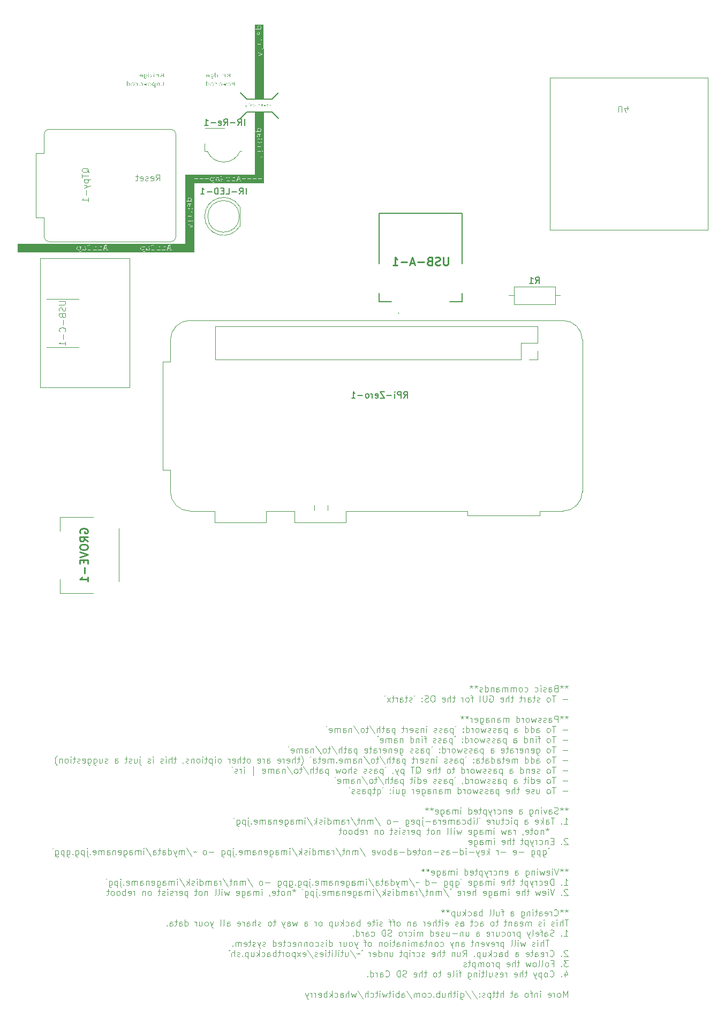
<source format=gbr>
%TF.GenerationSoftware,KiCad,Pcbnew,8.0.7-8.0.7-0~ubuntu22.04.1*%
%TF.CreationDate,2026-01-24T15:26:46-05:00*%
%TF.ProjectId,whackberry_mobo,77686163-6b62-4657-9272-795f6d6f626f,rev?*%
%TF.SameCoordinates,Original*%
%TF.FileFunction,Legend,Bot*%
%TF.FilePolarity,Positive*%
%FSLAX46Y46*%
G04 Gerber Fmt 4.6, Leading zero omitted, Abs format (unit mm)*
G04 Created by KiCad (PCBNEW 8.0.7-8.0.7-0~ubuntu22.04.1) date 2026-01-24 15:26:46*
%MOMM*%
%LPD*%
G01*
G04 APERTURE LIST*
%ADD10C,0.200000*%
%ADD11C,0.100000*%
%ADD12C,0.150000*%
%ADD13C,0.125000*%
%ADD14C,0.254000*%
%ADD15C,0.120000*%
G04 APERTURE END LIST*
G36*
X35500000Y-47700000D02*
G01*
X63200000Y-47700000D01*
X63200000Y-47725400D01*
X35500000Y-47725400D01*
X35500000Y-47700000D01*
G37*
D10*
X71500000Y-25500000D02*
X75500000Y-25500000D01*
X71500000Y-25500000D02*
X70500000Y-26500000D01*
G36*
X74100000Y-15500000D02*
G01*
X74200000Y-15500000D01*
X74200000Y-23500000D01*
X74100000Y-23500000D01*
X74100000Y-15500000D01*
G37*
G36*
X62974600Y-46200000D02*
G01*
X63200000Y-46200000D01*
X63200000Y-47700000D01*
X62974600Y-47700000D01*
X62974600Y-46200000D01*
G37*
G36*
X74100000Y-25600000D02*
G01*
X74200000Y-25600000D01*
X74200000Y-36800000D01*
X74100000Y-36800000D01*
X74100000Y-25600000D01*
G37*
G36*
X73900000Y-35487300D02*
G01*
X74200000Y-35487300D01*
X74200000Y-36800000D01*
X73900000Y-36800000D01*
X73900000Y-35487300D01*
G37*
X76500000Y-22500000D02*
X75500000Y-23500000D01*
X75500000Y-25500000D02*
X76500000Y-26500000D01*
X75500000Y-23500000D02*
X71500000Y-23500000D01*
G36*
X63100000Y-36800000D02*
G01*
X63225400Y-36800000D01*
X63225400Y-47700000D01*
X63100000Y-47700000D01*
X63100000Y-36800000D01*
G37*
X71500000Y-23500000D02*
X70500000Y-22500000D01*
G36*
X63300000Y-35400000D02*
G01*
X73200000Y-35400000D01*
X73200000Y-35525400D01*
X63300000Y-35525400D01*
X63300000Y-35400000D01*
G37*
G36*
X61800000Y-35400000D02*
G01*
X63400000Y-35400000D01*
X63400000Y-35625400D01*
X61800000Y-35625400D01*
X61800000Y-35400000D01*
G37*
D11*
X122053258Y-116074099D02*
X122053258Y-116312194D01*
X122291353Y-116216956D02*
X122053258Y-116312194D01*
X122053258Y-116312194D02*
X121815163Y-116216956D01*
X122196115Y-116502670D02*
X122053258Y-116312194D01*
X122053258Y-116312194D02*
X121910401Y-116502670D01*
X121291353Y-116074099D02*
X121291353Y-116312194D01*
X121529448Y-116216956D02*
X121291353Y-116312194D01*
X121291353Y-116312194D02*
X121053258Y-116216956D01*
X121434210Y-116502670D02*
X121291353Y-116312194D01*
X121291353Y-116312194D02*
X121148496Y-116502670D01*
X120338972Y-116550289D02*
X120196115Y-116597908D01*
X120196115Y-116597908D02*
X120148496Y-116645527D01*
X120148496Y-116645527D02*
X120100877Y-116740765D01*
X120100877Y-116740765D02*
X120100877Y-116883622D01*
X120100877Y-116883622D02*
X120148496Y-116978860D01*
X120148496Y-116978860D02*
X120196115Y-117026480D01*
X120196115Y-117026480D02*
X120291353Y-117074099D01*
X120291353Y-117074099D02*
X120672305Y-117074099D01*
X120672305Y-117074099D02*
X120672305Y-116074099D01*
X120672305Y-116074099D02*
X120338972Y-116074099D01*
X120338972Y-116074099D02*
X120243734Y-116121718D01*
X120243734Y-116121718D02*
X120196115Y-116169337D01*
X120196115Y-116169337D02*
X120148496Y-116264575D01*
X120148496Y-116264575D02*
X120148496Y-116359813D01*
X120148496Y-116359813D02*
X120196115Y-116455051D01*
X120196115Y-116455051D02*
X120243734Y-116502670D01*
X120243734Y-116502670D02*
X120338972Y-116550289D01*
X120338972Y-116550289D02*
X120672305Y-116550289D01*
X119243734Y-117074099D02*
X119243734Y-116550289D01*
X119243734Y-116550289D02*
X119291353Y-116455051D01*
X119291353Y-116455051D02*
X119386591Y-116407432D01*
X119386591Y-116407432D02*
X119577067Y-116407432D01*
X119577067Y-116407432D02*
X119672305Y-116455051D01*
X119243734Y-117026480D02*
X119338972Y-117074099D01*
X119338972Y-117074099D02*
X119577067Y-117074099D01*
X119577067Y-117074099D02*
X119672305Y-117026480D01*
X119672305Y-117026480D02*
X119719924Y-116931241D01*
X119719924Y-116931241D02*
X119719924Y-116836003D01*
X119719924Y-116836003D02*
X119672305Y-116740765D01*
X119672305Y-116740765D02*
X119577067Y-116693146D01*
X119577067Y-116693146D02*
X119338972Y-116693146D01*
X119338972Y-116693146D02*
X119243734Y-116645527D01*
X118815162Y-117026480D02*
X118719924Y-117074099D01*
X118719924Y-117074099D02*
X118529448Y-117074099D01*
X118529448Y-117074099D02*
X118434210Y-117026480D01*
X118434210Y-117026480D02*
X118386591Y-116931241D01*
X118386591Y-116931241D02*
X118386591Y-116883622D01*
X118386591Y-116883622D02*
X118434210Y-116788384D01*
X118434210Y-116788384D02*
X118529448Y-116740765D01*
X118529448Y-116740765D02*
X118672305Y-116740765D01*
X118672305Y-116740765D02*
X118767543Y-116693146D01*
X118767543Y-116693146D02*
X118815162Y-116597908D01*
X118815162Y-116597908D02*
X118815162Y-116550289D01*
X118815162Y-116550289D02*
X118767543Y-116455051D01*
X118767543Y-116455051D02*
X118672305Y-116407432D01*
X118672305Y-116407432D02*
X118529448Y-116407432D01*
X118529448Y-116407432D02*
X118434210Y-116455051D01*
X117958019Y-117074099D02*
X117958019Y-116407432D01*
X117958019Y-116074099D02*
X118005638Y-116121718D01*
X118005638Y-116121718D02*
X117958019Y-116169337D01*
X117958019Y-116169337D02*
X117910400Y-116121718D01*
X117910400Y-116121718D02*
X117958019Y-116074099D01*
X117958019Y-116074099D02*
X117958019Y-116169337D01*
X117053258Y-117026480D02*
X117148496Y-117074099D01*
X117148496Y-117074099D02*
X117338972Y-117074099D01*
X117338972Y-117074099D02*
X117434210Y-117026480D01*
X117434210Y-117026480D02*
X117481829Y-116978860D01*
X117481829Y-116978860D02*
X117529448Y-116883622D01*
X117529448Y-116883622D02*
X117529448Y-116597908D01*
X117529448Y-116597908D02*
X117481829Y-116502670D01*
X117481829Y-116502670D02*
X117434210Y-116455051D01*
X117434210Y-116455051D02*
X117338972Y-116407432D01*
X117338972Y-116407432D02*
X117148496Y-116407432D01*
X117148496Y-116407432D02*
X117053258Y-116455051D01*
X115434210Y-117026480D02*
X115529448Y-117074099D01*
X115529448Y-117074099D02*
X115719924Y-117074099D01*
X115719924Y-117074099D02*
X115815162Y-117026480D01*
X115815162Y-117026480D02*
X115862781Y-116978860D01*
X115862781Y-116978860D02*
X115910400Y-116883622D01*
X115910400Y-116883622D02*
X115910400Y-116597908D01*
X115910400Y-116597908D02*
X115862781Y-116502670D01*
X115862781Y-116502670D02*
X115815162Y-116455051D01*
X115815162Y-116455051D02*
X115719924Y-116407432D01*
X115719924Y-116407432D02*
X115529448Y-116407432D01*
X115529448Y-116407432D02*
X115434210Y-116455051D01*
X114862781Y-117074099D02*
X114958019Y-117026480D01*
X114958019Y-117026480D02*
X115005638Y-116978860D01*
X115005638Y-116978860D02*
X115053257Y-116883622D01*
X115053257Y-116883622D02*
X115053257Y-116597908D01*
X115053257Y-116597908D02*
X115005638Y-116502670D01*
X115005638Y-116502670D02*
X114958019Y-116455051D01*
X114958019Y-116455051D02*
X114862781Y-116407432D01*
X114862781Y-116407432D02*
X114719924Y-116407432D01*
X114719924Y-116407432D02*
X114624686Y-116455051D01*
X114624686Y-116455051D02*
X114577067Y-116502670D01*
X114577067Y-116502670D02*
X114529448Y-116597908D01*
X114529448Y-116597908D02*
X114529448Y-116883622D01*
X114529448Y-116883622D02*
X114577067Y-116978860D01*
X114577067Y-116978860D02*
X114624686Y-117026480D01*
X114624686Y-117026480D02*
X114719924Y-117074099D01*
X114719924Y-117074099D02*
X114862781Y-117074099D01*
X114100876Y-117074099D02*
X114100876Y-116407432D01*
X114100876Y-116502670D02*
X114053257Y-116455051D01*
X114053257Y-116455051D02*
X113958019Y-116407432D01*
X113958019Y-116407432D02*
X113815162Y-116407432D01*
X113815162Y-116407432D02*
X113719924Y-116455051D01*
X113719924Y-116455051D02*
X113672305Y-116550289D01*
X113672305Y-116550289D02*
X113672305Y-117074099D01*
X113672305Y-116550289D02*
X113624686Y-116455051D01*
X113624686Y-116455051D02*
X113529448Y-116407432D01*
X113529448Y-116407432D02*
X113386591Y-116407432D01*
X113386591Y-116407432D02*
X113291352Y-116455051D01*
X113291352Y-116455051D02*
X113243733Y-116550289D01*
X113243733Y-116550289D02*
X113243733Y-117074099D01*
X112767543Y-117074099D02*
X112767543Y-116407432D01*
X112767543Y-116502670D02*
X112719924Y-116455051D01*
X112719924Y-116455051D02*
X112624686Y-116407432D01*
X112624686Y-116407432D02*
X112481829Y-116407432D01*
X112481829Y-116407432D02*
X112386591Y-116455051D01*
X112386591Y-116455051D02*
X112338972Y-116550289D01*
X112338972Y-116550289D02*
X112338972Y-117074099D01*
X112338972Y-116550289D02*
X112291353Y-116455051D01*
X112291353Y-116455051D02*
X112196115Y-116407432D01*
X112196115Y-116407432D02*
X112053258Y-116407432D01*
X112053258Y-116407432D02*
X111958019Y-116455051D01*
X111958019Y-116455051D02*
X111910400Y-116550289D01*
X111910400Y-116550289D02*
X111910400Y-117074099D01*
X111005639Y-117074099D02*
X111005639Y-116550289D01*
X111005639Y-116550289D02*
X111053258Y-116455051D01*
X111053258Y-116455051D02*
X111148496Y-116407432D01*
X111148496Y-116407432D02*
X111338972Y-116407432D01*
X111338972Y-116407432D02*
X111434210Y-116455051D01*
X111005639Y-117026480D02*
X111100877Y-117074099D01*
X111100877Y-117074099D02*
X111338972Y-117074099D01*
X111338972Y-117074099D02*
X111434210Y-117026480D01*
X111434210Y-117026480D02*
X111481829Y-116931241D01*
X111481829Y-116931241D02*
X111481829Y-116836003D01*
X111481829Y-116836003D02*
X111434210Y-116740765D01*
X111434210Y-116740765D02*
X111338972Y-116693146D01*
X111338972Y-116693146D02*
X111100877Y-116693146D01*
X111100877Y-116693146D02*
X111005639Y-116645527D01*
X110529448Y-116407432D02*
X110529448Y-117074099D01*
X110529448Y-116502670D02*
X110481829Y-116455051D01*
X110481829Y-116455051D02*
X110386591Y-116407432D01*
X110386591Y-116407432D02*
X110243734Y-116407432D01*
X110243734Y-116407432D02*
X110148496Y-116455051D01*
X110148496Y-116455051D02*
X110100877Y-116550289D01*
X110100877Y-116550289D02*
X110100877Y-117074099D01*
X109196115Y-117074099D02*
X109196115Y-116074099D01*
X109196115Y-117026480D02*
X109291353Y-117074099D01*
X109291353Y-117074099D02*
X109481829Y-117074099D01*
X109481829Y-117074099D02*
X109577067Y-117026480D01*
X109577067Y-117026480D02*
X109624686Y-116978860D01*
X109624686Y-116978860D02*
X109672305Y-116883622D01*
X109672305Y-116883622D02*
X109672305Y-116597908D01*
X109672305Y-116597908D02*
X109624686Y-116502670D01*
X109624686Y-116502670D02*
X109577067Y-116455051D01*
X109577067Y-116455051D02*
X109481829Y-116407432D01*
X109481829Y-116407432D02*
X109291353Y-116407432D01*
X109291353Y-116407432D02*
X109196115Y-116455051D01*
X108767543Y-117026480D02*
X108672305Y-117074099D01*
X108672305Y-117074099D02*
X108481829Y-117074099D01*
X108481829Y-117074099D02*
X108386591Y-117026480D01*
X108386591Y-117026480D02*
X108338972Y-116931241D01*
X108338972Y-116931241D02*
X108338972Y-116883622D01*
X108338972Y-116883622D02*
X108386591Y-116788384D01*
X108386591Y-116788384D02*
X108481829Y-116740765D01*
X108481829Y-116740765D02*
X108624686Y-116740765D01*
X108624686Y-116740765D02*
X108719924Y-116693146D01*
X108719924Y-116693146D02*
X108767543Y-116597908D01*
X108767543Y-116597908D02*
X108767543Y-116550289D01*
X108767543Y-116550289D02*
X108719924Y-116455051D01*
X108719924Y-116455051D02*
X108624686Y-116407432D01*
X108624686Y-116407432D02*
X108481829Y-116407432D01*
X108481829Y-116407432D02*
X108386591Y-116455051D01*
X107767543Y-116074099D02*
X107767543Y-116312194D01*
X108005638Y-116216956D02*
X107767543Y-116312194D01*
X107767543Y-116312194D02*
X107529448Y-116216956D01*
X107910400Y-116502670D02*
X107767543Y-116312194D01*
X107767543Y-116312194D02*
X107624686Y-116502670D01*
X107005638Y-116074099D02*
X107005638Y-116312194D01*
X107243733Y-116216956D02*
X107005638Y-116312194D01*
X107005638Y-116312194D02*
X106767543Y-116216956D01*
X107148495Y-116502670D02*
X107005638Y-116312194D01*
X107005638Y-116312194D02*
X106862781Y-116502670D01*
X122196115Y-118303090D02*
X121434211Y-118303090D01*
X120338972Y-117684043D02*
X119767544Y-117684043D01*
X120053258Y-118684043D02*
X120053258Y-117684043D01*
X119291353Y-118684043D02*
X119386591Y-118636424D01*
X119386591Y-118636424D02*
X119434210Y-118588804D01*
X119434210Y-118588804D02*
X119481829Y-118493566D01*
X119481829Y-118493566D02*
X119481829Y-118207852D01*
X119481829Y-118207852D02*
X119434210Y-118112614D01*
X119434210Y-118112614D02*
X119386591Y-118064995D01*
X119386591Y-118064995D02*
X119291353Y-118017376D01*
X119291353Y-118017376D02*
X119148496Y-118017376D01*
X119148496Y-118017376D02*
X119053258Y-118064995D01*
X119053258Y-118064995D02*
X119005639Y-118112614D01*
X119005639Y-118112614D02*
X118958020Y-118207852D01*
X118958020Y-118207852D02*
X118958020Y-118493566D01*
X118958020Y-118493566D02*
X119005639Y-118588804D01*
X119005639Y-118588804D02*
X119053258Y-118636424D01*
X119053258Y-118636424D02*
X119148496Y-118684043D01*
X119148496Y-118684043D02*
X119291353Y-118684043D01*
X117815162Y-118636424D02*
X117719924Y-118684043D01*
X117719924Y-118684043D02*
X117529448Y-118684043D01*
X117529448Y-118684043D02*
X117434210Y-118636424D01*
X117434210Y-118636424D02*
X117386591Y-118541185D01*
X117386591Y-118541185D02*
X117386591Y-118493566D01*
X117386591Y-118493566D02*
X117434210Y-118398328D01*
X117434210Y-118398328D02*
X117529448Y-118350709D01*
X117529448Y-118350709D02*
X117672305Y-118350709D01*
X117672305Y-118350709D02*
X117767543Y-118303090D01*
X117767543Y-118303090D02*
X117815162Y-118207852D01*
X117815162Y-118207852D02*
X117815162Y-118160233D01*
X117815162Y-118160233D02*
X117767543Y-118064995D01*
X117767543Y-118064995D02*
X117672305Y-118017376D01*
X117672305Y-118017376D02*
X117529448Y-118017376D01*
X117529448Y-118017376D02*
X117434210Y-118064995D01*
X117100876Y-118017376D02*
X116719924Y-118017376D01*
X116958019Y-117684043D02*
X116958019Y-118541185D01*
X116958019Y-118541185D02*
X116910400Y-118636424D01*
X116910400Y-118636424D02*
X116815162Y-118684043D01*
X116815162Y-118684043D02*
X116719924Y-118684043D01*
X115958019Y-118684043D02*
X115958019Y-118160233D01*
X115958019Y-118160233D02*
X116005638Y-118064995D01*
X116005638Y-118064995D02*
X116100876Y-118017376D01*
X116100876Y-118017376D02*
X116291352Y-118017376D01*
X116291352Y-118017376D02*
X116386590Y-118064995D01*
X115958019Y-118636424D02*
X116053257Y-118684043D01*
X116053257Y-118684043D02*
X116291352Y-118684043D01*
X116291352Y-118684043D02*
X116386590Y-118636424D01*
X116386590Y-118636424D02*
X116434209Y-118541185D01*
X116434209Y-118541185D02*
X116434209Y-118445947D01*
X116434209Y-118445947D02*
X116386590Y-118350709D01*
X116386590Y-118350709D02*
X116291352Y-118303090D01*
X116291352Y-118303090D02*
X116053257Y-118303090D01*
X116053257Y-118303090D02*
X115958019Y-118255471D01*
X115481828Y-118684043D02*
X115481828Y-118017376D01*
X115481828Y-118207852D02*
X115434209Y-118112614D01*
X115434209Y-118112614D02*
X115386590Y-118064995D01*
X115386590Y-118064995D02*
X115291352Y-118017376D01*
X115291352Y-118017376D02*
X115196114Y-118017376D01*
X115005637Y-118017376D02*
X114624685Y-118017376D01*
X114862780Y-117684043D02*
X114862780Y-118541185D01*
X114862780Y-118541185D02*
X114815161Y-118636424D01*
X114815161Y-118636424D02*
X114719923Y-118684043D01*
X114719923Y-118684043D02*
X114624685Y-118684043D01*
X113672303Y-118017376D02*
X113291351Y-118017376D01*
X113529446Y-117684043D02*
X113529446Y-118541185D01*
X113529446Y-118541185D02*
X113481827Y-118636424D01*
X113481827Y-118636424D02*
X113386589Y-118684043D01*
X113386589Y-118684043D02*
X113291351Y-118684043D01*
X112958017Y-118684043D02*
X112958017Y-117684043D01*
X112529446Y-118684043D02*
X112529446Y-118160233D01*
X112529446Y-118160233D02*
X112577065Y-118064995D01*
X112577065Y-118064995D02*
X112672303Y-118017376D01*
X112672303Y-118017376D02*
X112815160Y-118017376D01*
X112815160Y-118017376D02*
X112910398Y-118064995D01*
X112910398Y-118064995D02*
X112958017Y-118112614D01*
X111672303Y-118636424D02*
X111767541Y-118684043D01*
X111767541Y-118684043D02*
X111958017Y-118684043D01*
X111958017Y-118684043D02*
X112053255Y-118636424D01*
X112053255Y-118636424D02*
X112100874Y-118541185D01*
X112100874Y-118541185D02*
X112100874Y-118160233D01*
X112100874Y-118160233D02*
X112053255Y-118064995D01*
X112053255Y-118064995D02*
X111958017Y-118017376D01*
X111958017Y-118017376D02*
X111767541Y-118017376D01*
X111767541Y-118017376D02*
X111672303Y-118064995D01*
X111672303Y-118064995D02*
X111624684Y-118160233D01*
X111624684Y-118160233D02*
X111624684Y-118255471D01*
X111624684Y-118255471D02*
X112100874Y-118350709D01*
X109910398Y-117731662D02*
X110005636Y-117684043D01*
X110005636Y-117684043D02*
X110148493Y-117684043D01*
X110148493Y-117684043D02*
X110291350Y-117731662D01*
X110291350Y-117731662D02*
X110386588Y-117826900D01*
X110386588Y-117826900D02*
X110434207Y-117922138D01*
X110434207Y-117922138D02*
X110481826Y-118112614D01*
X110481826Y-118112614D02*
X110481826Y-118255471D01*
X110481826Y-118255471D02*
X110434207Y-118445947D01*
X110434207Y-118445947D02*
X110386588Y-118541185D01*
X110386588Y-118541185D02*
X110291350Y-118636424D01*
X110291350Y-118636424D02*
X110148493Y-118684043D01*
X110148493Y-118684043D02*
X110053255Y-118684043D01*
X110053255Y-118684043D02*
X109910398Y-118636424D01*
X109910398Y-118636424D02*
X109862779Y-118588804D01*
X109862779Y-118588804D02*
X109862779Y-118255471D01*
X109862779Y-118255471D02*
X110053255Y-118255471D01*
X109434207Y-117684043D02*
X109434207Y-118493566D01*
X109434207Y-118493566D02*
X109386588Y-118588804D01*
X109386588Y-118588804D02*
X109338969Y-118636424D01*
X109338969Y-118636424D02*
X109243731Y-118684043D01*
X109243731Y-118684043D02*
X109053255Y-118684043D01*
X109053255Y-118684043D02*
X108958017Y-118636424D01*
X108958017Y-118636424D02*
X108910398Y-118588804D01*
X108910398Y-118588804D02*
X108862779Y-118493566D01*
X108862779Y-118493566D02*
X108862779Y-117684043D01*
X108386588Y-118684043D02*
X108386588Y-117684043D01*
X107291350Y-118017376D02*
X106910398Y-118017376D01*
X107148493Y-118684043D02*
X107148493Y-117826900D01*
X107148493Y-117826900D02*
X107100874Y-117731662D01*
X107100874Y-117731662D02*
X107005636Y-117684043D01*
X107005636Y-117684043D02*
X106910398Y-117684043D01*
X106434207Y-118684043D02*
X106529445Y-118636424D01*
X106529445Y-118636424D02*
X106577064Y-118588804D01*
X106577064Y-118588804D02*
X106624683Y-118493566D01*
X106624683Y-118493566D02*
X106624683Y-118207852D01*
X106624683Y-118207852D02*
X106577064Y-118112614D01*
X106577064Y-118112614D02*
X106529445Y-118064995D01*
X106529445Y-118064995D02*
X106434207Y-118017376D01*
X106434207Y-118017376D02*
X106291350Y-118017376D01*
X106291350Y-118017376D02*
X106196112Y-118064995D01*
X106196112Y-118064995D02*
X106148493Y-118112614D01*
X106148493Y-118112614D02*
X106100874Y-118207852D01*
X106100874Y-118207852D02*
X106100874Y-118493566D01*
X106100874Y-118493566D02*
X106148493Y-118588804D01*
X106148493Y-118588804D02*
X106196112Y-118636424D01*
X106196112Y-118636424D02*
X106291350Y-118684043D01*
X106291350Y-118684043D02*
X106434207Y-118684043D01*
X105672302Y-118684043D02*
X105672302Y-118017376D01*
X105672302Y-118207852D02*
X105624683Y-118112614D01*
X105624683Y-118112614D02*
X105577064Y-118064995D01*
X105577064Y-118064995D02*
X105481826Y-118017376D01*
X105481826Y-118017376D02*
X105386588Y-118017376D01*
X104434206Y-118017376D02*
X104053254Y-118017376D01*
X104291349Y-117684043D02*
X104291349Y-118541185D01*
X104291349Y-118541185D02*
X104243730Y-118636424D01*
X104243730Y-118636424D02*
X104148492Y-118684043D01*
X104148492Y-118684043D02*
X104053254Y-118684043D01*
X103719920Y-118684043D02*
X103719920Y-117684043D01*
X103291349Y-118684043D02*
X103291349Y-118160233D01*
X103291349Y-118160233D02*
X103338968Y-118064995D01*
X103338968Y-118064995D02*
X103434206Y-118017376D01*
X103434206Y-118017376D02*
X103577063Y-118017376D01*
X103577063Y-118017376D02*
X103672301Y-118064995D01*
X103672301Y-118064995D02*
X103719920Y-118112614D01*
X102434206Y-118636424D02*
X102529444Y-118684043D01*
X102529444Y-118684043D02*
X102719920Y-118684043D01*
X102719920Y-118684043D02*
X102815158Y-118636424D01*
X102815158Y-118636424D02*
X102862777Y-118541185D01*
X102862777Y-118541185D02*
X102862777Y-118160233D01*
X102862777Y-118160233D02*
X102815158Y-118064995D01*
X102815158Y-118064995D02*
X102719920Y-118017376D01*
X102719920Y-118017376D02*
X102529444Y-118017376D01*
X102529444Y-118017376D02*
X102434206Y-118064995D01*
X102434206Y-118064995D02*
X102386587Y-118160233D01*
X102386587Y-118160233D02*
X102386587Y-118255471D01*
X102386587Y-118255471D02*
X102862777Y-118350709D01*
X101005634Y-117684043D02*
X100815158Y-117684043D01*
X100815158Y-117684043D02*
X100719920Y-117731662D01*
X100719920Y-117731662D02*
X100624682Y-117826900D01*
X100624682Y-117826900D02*
X100577063Y-118017376D01*
X100577063Y-118017376D02*
X100577063Y-118350709D01*
X100577063Y-118350709D02*
X100624682Y-118541185D01*
X100624682Y-118541185D02*
X100719920Y-118636424D01*
X100719920Y-118636424D02*
X100815158Y-118684043D01*
X100815158Y-118684043D02*
X101005634Y-118684043D01*
X101005634Y-118684043D02*
X101100872Y-118636424D01*
X101100872Y-118636424D02*
X101196110Y-118541185D01*
X101196110Y-118541185D02*
X101243729Y-118350709D01*
X101243729Y-118350709D02*
X101243729Y-118017376D01*
X101243729Y-118017376D02*
X101196110Y-117826900D01*
X101196110Y-117826900D02*
X101100872Y-117731662D01*
X101100872Y-117731662D02*
X101005634Y-117684043D01*
X100196110Y-118636424D02*
X100053253Y-118684043D01*
X100053253Y-118684043D02*
X99815158Y-118684043D01*
X99815158Y-118684043D02*
X99719920Y-118636424D01*
X99719920Y-118636424D02*
X99672301Y-118588804D01*
X99672301Y-118588804D02*
X99624682Y-118493566D01*
X99624682Y-118493566D02*
X99624682Y-118398328D01*
X99624682Y-118398328D02*
X99672301Y-118303090D01*
X99672301Y-118303090D02*
X99719920Y-118255471D01*
X99719920Y-118255471D02*
X99815158Y-118207852D01*
X99815158Y-118207852D02*
X100005634Y-118160233D01*
X100005634Y-118160233D02*
X100100872Y-118112614D01*
X100100872Y-118112614D02*
X100148491Y-118064995D01*
X100148491Y-118064995D02*
X100196110Y-117969757D01*
X100196110Y-117969757D02*
X100196110Y-117874519D01*
X100196110Y-117874519D02*
X100148491Y-117779281D01*
X100148491Y-117779281D02*
X100100872Y-117731662D01*
X100100872Y-117731662D02*
X100005634Y-117684043D01*
X100005634Y-117684043D02*
X99767539Y-117684043D01*
X99767539Y-117684043D02*
X99624682Y-117731662D01*
X99196110Y-118588804D02*
X99148491Y-118636424D01*
X99148491Y-118636424D02*
X99196110Y-118684043D01*
X99196110Y-118684043D02*
X99243729Y-118636424D01*
X99243729Y-118636424D02*
X99196110Y-118588804D01*
X99196110Y-118588804D02*
X99196110Y-118684043D01*
X99196110Y-118064995D02*
X99148491Y-118112614D01*
X99148491Y-118112614D02*
X99196110Y-118160233D01*
X99196110Y-118160233D02*
X99243729Y-118112614D01*
X99243729Y-118112614D02*
X99196110Y-118064995D01*
X99196110Y-118064995D02*
X99196110Y-118160233D01*
X98100872Y-117636424D02*
X97958015Y-117779281D01*
X97624682Y-118636424D02*
X97529444Y-118684043D01*
X97529444Y-118684043D02*
X97338968Y-118684043D01*
X97338968Y-118684043D02*
X97243730Y-118636424D01*
X97243730Y-118636424D02*
X97196111Y-118541185D01*
X97196111Y-118541185D02*
X97196111Y-118493566D01*
X97196111Y-118493566D02*
X97243730Y-118398328D01*
X97243730Y-118398328D02*
X97338968Y-118350709D01*
X97338968Y-118350709D02*
X97481825Y-118350709D01*
X97481825Y-118350709D02*
X97577063Y-118303090D01*
X97577063Y-118303090D02*
X97624682Y-118207852D01*
X97624682Y-118207852D02*
X97624682Y-118160233D01*
X97624682Y-118160233D02*
X97577063Y-118064995D01*
X97577063Y-118064995D02*
X97481825Y-118017376D01*
X97481825Y-118017376D02*
X97338968Y-118017376D01*
X97338968Y-118017376D02*
X97243730Y-118064995D01*
X96910396Y-118017376D02*
X96529444Y-118017376D01*
X96767539Y-117684043D02*
X96767539Y-118541185D01*
X96767539Y-118541185D02*
X96719920Y-118636424D01*
X96719920Y-118636424D02*
X96624682Y-118684043D01*
X96624682Y-118684043D02*
X96529444Y-118684043D01*
X95767539Y-118684043D02*
X95767539Y-118160233D01*
X95767539Y-118160233D02*
X95815158Y-118064995D01*
X95815158Y-118064995D02*
X95910396Y-118017376D01*
X95910396Y-118017376D02*
X96100872Y-118017376D01*
X96100872Y-118017376D02*
X96196110Y-118064995D01*
X95767539Y-118636424D02*
X95862777Y-118684043D01*
X95862777Y-118684043D02*
X96100872Y-118684043D01*
X96100872Y-118684043D02*
X96196110Y-118636424D01*
X96196110Y-118636424D02*
X96243729Y-118541185D01*
X96243729Y-118541185D02*
X96243729Y-118445947D01*
X96243729Y-118445947D02*
X96196110Y-118350709D01*
X96196110Y-118350709D02*
X96100872Y-118303090D01*
X96100872Y-118303090D02*
X95862777Y-118303090D01*
X95862777Y-118303090D02*
X95767539Y-118255471D01*
X95291348Y-118684043D02*
X95291348Y-118017376D01*
X95291348Y-118207852D02*
X95243729Y-118112614D01*
X95243729Y-118112614D02*
X95196110Y-118064995D01*
X95196110Y-118064995D02*
X95100872Y-118017376D01*
X95100872Y-118017376D02*
X95005634Y-118017376D01*
X94815157Y-118017376D02*
X94434205Y-118017376D01*
X94672300Y-117684043D02*
X94672300Y-118541185D01*
X94672300Y-118541185D02*
X94624681Y-118636424D01*
X94624681Y-118636424D02*
X94529443Y-118684043D01*
X94529443Y-118684043D02*
X94434205Y-118684043D01*
X94196109Y-118684043D02*
X93672300Y-118017376D01*
X94196109Y-118017376D02*
X93672300Y-118684043D01*
X93434204Y-117636424D02*
X93291347Y-117779281D01*
X122053258Y-120903931D02*
X122053258Y-121142026D01*
X122291353Y-121046788D02*
X122053258Y-121142026D01*
X122053258Y-121142026D02*
X121815163Y-121046788D01*
X122196115Y-121332502D02*
X122053258Y-121142026D01*
X122053258Y-121142026D02*
X121910401Y-121332502D01*
X121291353Y-120903931D02*
X121291353Y-121142026D01*
X121529448Y-121046788D02*
X121291353Y-121142026D01*
X121291353Y-121142026D02*
X121053258Y-121046788D01*
X121434210Y-121332502D02*
X121291353Y-121142026D01*
X121291353Y-121142026D02*
X121148496Y-121332502D01*
X120672305Y-121903931D02*
X120672305Y-120903931D01*
X120672305Y-120903931D02*
X120291353Y-120903931D01*
X120291353Y-120903931D02*
X120196115Y-120951550D01*
X120196115Y-120951550D02*
X120148496Y-120999169D01*
X120148496Y-120999169D02*
X120100877Y-121094407D01*
X120100877Y-121094407D02*
X120100877Y-121237264D01*
X120100877Y-121237264D02*
X120148496Y-121332502D01*
X120148496Y-121332502D02*
X120196115Y-121380121D01*
X120196115Y-121380121D02*
X120291353Y-121427740D01*
X120291353Y-121427740D02*
X120672305Y-121427740D01*
X119243734Y-121903931D02*
X119243734Y-121380121D01*
X119243734Y-121380121D02*
X119291353Y-121284883D01*
X119291353Y-121284883D02*
X119386591Y-121237264D01*
X119386591Y-121237264D02*
X119577067Y-121237264D01*
X119577067Y-121237264D02*
X119672305Y-121284883D01*
X119243734Y-121856312D02*
X119338972Y-121903931D01*
X119338972Y-121903931D02*
X119577067Y-121903931D01*
X119577067Y-121903931D02*
X119672305Y-121856312D01*
X119672305Y-121856312D02*
X119719924Y-121761073D01*
X119719924Y-121761073D02*
X119719924Y-121665835D01*
X119719924Y-121665835D02*
X119672305Y-121570597D01*
X119672305Y-121570597D02*
X119577067Y-121522978D01*
X119577067Y-121522978D02*
X119338972Y-121522978D01*
X119338972Y-121522978D02*
X119243734Y-121475359D01*
X118815162Y-121856312D02*
X118719924Y-121903931D01*
X118719924Y-121903931D02*
X118529448Y-121903931D01*
X118529448Y-121903931D02*
X118434210Y-121856312D01*
X118434210Y-121856312D02*
X118386591Y-121761073D01*
X118386591Y-121761073D02*
X118386591Y-121713454D01*
X118386591Y-121713454D02*
X118434210Y-121618216D01*
X118434210Y-121618216D02*
X118529448Y-121570597D01*
X118529448Y-121570597D02*
X118672305Y-121570597D01*
X118672305Y-121570597D02*
X118767543Y-121522978D01*
X118767543Y-121522978D02*
X118815162Y-121427740D01*
X118815162Y-121427740D02*
X118815162Y-121380121D01*
X118815162Y-121380121D02*
X118767543Y-121284883D01*
X118767543Y-121284883D02*
X118672305Y-121237264D01*
X118672305Y-121237264D02*
X118529448Y-121237264D01*
X118529448Y-121237264D02*
X118434210Y-121284883D01*
X118005638Y-121856312D02*
X117910400Y-121903931D01*
X117910400Y-121903931D02*
X117719924Y-121903931D01*
X117719924Y-121903931D02*
X117624686Y-121856312D01*
X117624686Y-121856312D02*
X117577067Y-121761073D01*
X117577067Y-121761073D02*
X117577067Y-121713454D01*
X117577067Y-121713454D02*
X117624686Y-121618216D01*
X117624686Y-121618216D02*
X117719924Y-121570597D01*
X117719924Y-121570597D02*
X117862781Y-121570597D01*
X117862781Y-121570597D02*
X117958019Y-121522978D01*
X117958019Y-121522978D02*
X118005638Y-121427740D01*
X118005638Y-121427740D02*
X118005638Y-121380121D01*
X118005638Y-121380121D02*
X117958019Y-121284883D01*
X117958019Y-121284883D02*
X117862781Y-121237264D01*
X117862781Y-121237264D02*
X117719924Y-121237264D01*
X117719924Y-121237264D02*
X117624686Y-121284883D01*
X117243733Y-121237264D02*
X117053257Y-121903931D01*
X117053257Y-121903931D02*
X116862781Y-121427740D01*
X116862781Y-121427740D02*
X116672305Y-121903931D01*
X116672305Y-121903931D02*
X116481829Y-121237264D01*
X115958019Y-121903931D02*
X116053257Y-121856312D01*
X116053257Y-121856312D02*
X116100876Y-121808692D01*
X116100876Y-121808692D02*
X116148495Y-121713454D01*
X116148495Y-121713454D02*
X116148495Y-121427740D01*
X116148495Y-121427740D02*
X116100876Y-121332502D01*
X116100876Y-121332502D02*
X116053257Y-121284883D01*
X116053257Y-121284883D02*
X115958019Y-121237264D01*
X115958019Y-121237264D02*
X115815162Y-121237264D01*
X115815162Y-121237264D02*
X115719924Y-121284883D01*
X115719924Y-121284883D02*
X115672305Y-121332502D01*
X115672305Y-121332502D02*
X115624686Y-121427740D01*
X115624686Y-121427740D02*
X115624686Y-121713454D01*
X115624686Y-121713454D02*
X115672305Y-121808692D01*
X115672305Y-121808692D02*
X115719924Y-121856312D01*
X115719924Y-121856312D02*
X115815162Y-121903931D01*
X115815162Y-121903931D02*
X115958019Y-121903931D01*
X115196114Y-121903931D02*
X115196114Y-121237264D01*
X115196114Y-121427740D02*
X115148495Y-121332502D01*
X115148495Y-121332502D02*
X115100876Y-121284883D01*
X115100876Y-121284883D02*
X115005638Y-121237264D01*
X115005638Y-121237264D02*
X114910400Y-121237264D01*
X114148495Y-121903931D02*
X114148495Y-120903931D01*
X114148495Y-121856312D02*
X114243733Y-121903931D01*
X114243733Y-121903931D02*
X114434209Y-121903931D01*
X114434209Y-121903931D02*
X114529447Y-121856312D01*
X114529447Y-121856312D02*
X114577066Y-121808692D01*
X114577066Y-121808692D02*
X114624685Y-121713454D01*
X114624685Y-121713454D02*
X114624685Y-121427740D01*
X114624685Y-121427740D02*
X114577066Y-121332502D01*
X114577066Y-121332502D02*
X114529447Y-121284883D01*
X114529447Y-121284883D02*
X114434209Y-121237264D01*
X114434209Y-121237264D02*
X114243733Y-121237264D01*
X114243733Y-121237264D02*
X114148495Y-121284883D01*
X112910399Y-121903931D02*
X112910399Y-121237264D01*
X112910399Y-121332502D02*
X112862780Y-121284883D01*
X112862780Y-121284883D02*
X112767542Y-121237264D01*
X112767542Y-121237264D02*
X112624685Y-121237264D01*
X112624685Y-121237264D02*
X112529447Y-121284883D01*
X112529447Y-121284883D02*
X112481828Y-121380121D01*
X112481828Y-121380121D02*
X112481828Y-121903931D01*
X112481828Y-121380121D02*
X112434209Y-121284883D01*
X112434209Y-121284883D02*
X112338971Y-121237264D01*
X112338971Y-121237264D02*
X112196114Y-121237264D01*
X112196114Y-121237264D02*
X112100875Y-121284883D01*
X112100875Y-121284883D02*
X112053256Y-121380121D01*
X112053256Y-121380121D02*
X112053256Y-121903931D01*
X111148495Y-121903931D02*
X111148495Y-121380121D01*
X111148495Y-121380121D02*
X111196114Y-121284883D01*
X111196114Y-121284883D02*
X111291352Y-121237264D01*
X111291352Y-121237264D02*
X111481828Y-121237264D01*
X111481828Y-121237264D02*
X111577066Y-121284883D01*
X111148495Y-121856312D02*
X111243733Y-121903931D01*
X111243733Y-121903931D02*
X111481828Y-121903931D01*
X111481828Y-121903931D02*
X111577066Y-121856312D01*
X111577066Y-121856312D02*
X111624685Y-121761073D01*
X111624685Y-121761073D02*
X111624685Y-121665835D01*
X111624685Y-121665835D02*
X111577066Y-121570597D01*
X111577066Y-121570597D02*
X111481828Y-121522978D01*
X111481828Y-121522978D02*
X111243733Y-121522978D01*
X111243733Y-121522978D02*
X111148495Y-121475359D01*
X110672304Y-121237264D02*
X110672304Y-121903931D01*
X110672304Y-121332502D02*
X110624685Y-121284883D01*
X110624685Y-121284883D02*
X110529447Y-121237264D01*
X110529447Y-121237264D02*
X110386590Y-121237264D01*
X110386590Y-121237264D02*
X110291352Y-121284883D01*
X110291352Y-121284883D02*
X110243733Y-121380121D01*
X110243733Y-121380121D02*
X110243733Y-121903931D01*
X109338971Y-121903931D02*
X109338971Y-121380121D01*
X109338971Y-121380121D02*
X109386590Y-121284883D01*
X109386590Y-121284883D02*
X109481828Y-121237264D01*
X109481828Y-121237264D02*
X109672304Y-121237264D01*
X109672304Y-121237264D02*
X109767542Y-121284883D01*
X109338971Y-121856312D02*
X109434209Y-121903931D01*
X109434209Y-121903931D02*
X109672304Y-121903931D01*
X109672304Y-121903931D02*
X109767542Y-121856312D01*
X109767542Y-121856312D02*
X109815161Y-121761073D01*
X109815161Y-121761073D02*
X109815161Y-121665835D01*
X109815161Y-121665835D02*
X109767542Y-121570597D01*
X109767542Y-121570597D02*
X109672304Y-121522978D01*
X109672304Y-121522978D02*
X109434209Y-121522978D01*
X109434209Y-121522978D02*
X109338971Y-121475359D01*
X108434209Y-121237264D02*
X108434209Y-122046788D01*
X108434209Y-122046788D02*
X108481828Y-122142026D01*
X108481828Y-122142026D02*
X108529447Y-122189645D01*
X108529447Y-122189645D02*
X108624685Y-122237264D01*
X108624685Y-122237264D02*
X108767542Y-122237264D01*
X108767542Y-122237264D02*
X108862780Y-122189645D01*
X108434209Y-121856312D02*
X108529447Y-121903931D01*
X108529447Y-121903931D02*
X108719923Y-121903931D01*
X108719923Y-121903931D02*
X108815161Y-121856312D01*
X108815161Y-121856312D02*
X108862780Y-121808692D01*
X108862780Y-121808692D02*
X108910399Y-121713454D01*
X108910399Y-121713454D02*
X108910399Y-121427740D01*
X108910399Y-121427740D02*
X108862780Y-121332502D01*
X108862780Y-121332502D02*
X108815161Y-121284883D01*
X108815161Y-121284883D02*
X108719923Y-121237264D01*
X108719923Y-121237264D02*
X108529447Y-121237264D01*
X108529447Y-121237264D02*
X108434209Y-121284883D01*
X107577066Y-121856312D02*
X107672304Y-121903931D01*
X107672304Y-121903931D02*
X107862780Y-121903931D01*
X107862780Y-121903931D02*
X107958018Y-121856312D01*
X107958018Y-121856312D02*
X108005637Y-121761073D01*
X108005637Y-121761073D02*
X108005637Y-121380121D01*
X108005637Y-121380121D02*
X107958018Y-121284883D01*
X107958018Y-121284883D02*
X107862780Y-121237264D01*
X107862780Y-121237264D02*
X107672304Y-121237264D01*
X107672304Y-121237264D02*
X107577066Y-121284883D01*
X107577066Y-121284883D02*
X107529447Y-121380121D01*
X107529447Y-121380121D02*
X107529447Y-121475359D01*
X107529447Y-121475359D02*
X108005637Y-121570597D01*
X107100875Y-121903931D02*
X107100875Y-121237264D01*
X107100875Y-121427740D02*
X107053256Y-121332502D01*
X107053256Y-121332502D02*
X107005637Y-121284883D01*
X107005637Y-121284883D02*
X106910399Y-121237264D01*
X106910399Y-121237264D02*
X106815161Y-121237264D01*
X106338970Y-120903931D02*
X106338970Y-121142026D01*
X106577065Y-121046788D02*
X106338970Y-121142026D01*
X106338970Y-121142026D02*
X106100875Y-121046788D01*
X106481827Y-121332502D02*
X106338970Y-121142026D01*
X106338970Y-121142026D02*
X106196113Y-121332502D01*
X105577065Y-120903931D02*
X105577065Y-121142026D01*
X105815160Y-121046788D02*
X105577065Y-121142026D01*
X105577065Y-121142026D02*
X105338970Y-121046788D01*
X105719922Y-121332502D02*
X105577065Y-121142026D01*
X105577065Y-121142026D02*
X105434208Y-121332502D01*
X122196115Y-123132922D02*
X121434211Y-123132922D01*
X120338972Y-122513875D02*
X119767544Y-122513875D01*
X120053258Y-123513875D02*
X120053258Y-122513875D01*
X119291353Y-123513875D02*
X119386591Y-123466256D01*
X119386591Y-123466256D02*
X119434210Y-123418636D01*
X119434210Y-123418636D02*
X119481829Y-123323398D01*
X119481829Y-123323398D02*
X119481829Y-123037684D01*
X119481829Y-123037684D02*
X119434210Y-122942446D01*
X119434210Y-122942446D02*
X119386591Y-122894827D01*
X119386591Y-122894827D02*
X119291353Y-122847208D01*
X119291353Y-122847208D02*
X119148496Y-122847208D01*
X119148496Y-122847208D02*
X119053258Y-122894827D01*
X119053258Y-122894827D02*
X119005639Y-122942446D01*
X119005639Y-122942446D02*
X118958020Y-123037684D01*
X118958020Y-123037684D02*
X118958020Y-123323398D01*
X118958020Y-123323398D02*
X119005639Y-123418636D01*
X119005639Y-123418636D02*
X119053258Y-123466256D01*
X119053258Y-123466256D02*
X119148496Y-123513875D01*
X119148496Y-123513875D02*
X119291353Y-123513875D01*
X117338972Y-123513875D02*
X117338972Y-122990065D01*
X117338972Y-122990065D02*
X117386591Y-122894827D01*
X117386591Y-122894827D02*
X117481829Y-122847208D01*
X117481829Y-122847208D02*
X117672305Y-122847208D01*
X117672305Y-122847208D02*
X117767543Y-122894827D01*
X117338972Y-123466256D02*
X117434210Y-123513875D01*
X117434210Y-123513875D02*
X117672305Y-123513875D01*
X117672305Y-123513875D02*
X117767543Y-123466256D01*
X117767543Y-123466256D02*
X117815162Y-123371017D01*
X117815162Y-123371017D02*
X117815162Y-123275779D01*
X117815162Y-123275779D02*
X117767543Y-123180541D01*
X117767543Y-123180541D02*
X117672305Y-123132922D01*
X117672305Y-123132922D02*
X117434210Y-123132922D01*
X117434210Y-123132922D02*
X117338972Y-123085303D01*
X116434210Y-123513875D02*
X116434210Y-122513875D01*
X116434210Y-123466256D02*
X116529448Y-123513875D01*
X116529448Y-123513875D02*
X116719924Y-123513875D01*
X116719924Y-123513875D02*
X116815162Y-123466256D01*
X116815162Y-123466256D02*
X116862781Y-123418636D01*
X116862781Y-123418636D02*
X116910400Y-123323398D01*
X116910400Y-123323398D02*
X116910400Y-123037684D01*
X116910400Y-123037684D02*
X116862781Y-122942446D01*
X116862781Y-122942446D02*
X116815162Y-122894827D01*
X116815162Y-122894827D02*
X116719924Y-122847208D01*
X116719924Y-122847208D02*
X116529448Y-122847208D01*
X116529448Y-122847208D02*
X116434210Y-122894827D01*
X115529448Y-123513875D02*
X115529448Y-122513875D01*
X115529448Y-123466256D02*
X115624686Y-123513875D01*
X115624686Y-123513875D02*
X115815162Y-123513875D01*
X115815162Y-123513875D02*
X115910400Y-123466256D01*
X115910400Y-123466256D02*
X115958019Y-123418636D01*
X115958019Y-123418636D02*
X116005638Y-123323398D01*
X116005638Y-123323398D02*
X116005638Y-123037684D01*
X116005638Y-123037684D02*
X115958019Y-122942446D01*
X115958019Y-122942446D02*
X115910400Y-122894827D01*
X115910400Y-122894827D02*
X115815162Y-122847208D01*
X115815162Y-122847208D02*
X115624686Y-122847208D01*
X115624686Y-122847208D02*
X115529448Y-122894827D01*
X113862781Y-123513875D02*
X113862781Y-122990065D01*
X113862781Y-122990065D02*
X113910400Y-122894827D01*
X113910400Y-122894827D02*
X114005638Y-122847208D01*
X114005638Y-122847208D02*
X114196114Y-122847208D01*
X114196114Y-122847208D02*
X114291352Y-122894827D01*
X113862781Y-123466256D02*
X113958019Y-123513875D01*
X113958019Y-123513875D02*
X114196114Y-123513875D01*
X114196114Y-123513875D02*
X114291352Y-123466256D01*
X114291352Y-123466256D02*
X114338971Y-123371017D01*
X114338971Y-123371017D02*
X114338971Y-123275779D01*
X114338971Y-123275779D02*
X114291352Y-123180541D01*
X114291352Y-123180541D02*
X114196114Y-123132922D01*
X114196114Y-123132922D02*
X113958019Y-123132922D01*
X113958019Y-123132922D02*
X113862781Y-123085303D01*
X112624685Y-122847208D02*
X112624685Y-123847208D01*
X112624685Y-122894827D02*
X112529447Y-122847208D01*
X112529447Y-122847208D02*
X112338971Y-122847208D01*
X112338971Y-122847208D02*
X112243733Y-122894827D01*
X112243733Y-122894827D02*
X112196114Y-122942446D01*
X112196114Y-122942446D02*
X112148495Y-123037684D01*
X112148495Y-123037684D02*
X112148495Y-123323398D01*
X112148495Y-123323398D02*
X112196114Y-123418636D01*
X112196114Y-123418636D02*
X112243733Y-123466256D01*
X112243733Y-123466256D02*
X112338971Y-123513875D01*
X112338971Y-123513875D02*
X112529447Y-123513875D01*
X112529447Y-123513875D02*
X112624685Y-123466256D01*
X111291352Y-123513875D02*
X111291352Y-122990065D01*
X111291352Y-122990065D02*
X111338971Y-122894827D01*
X111338971Y-122894827D02*
X111434209Y-122847208D01*
X111434209Y-122847208D02*
X111624685Y-122847208D01*
X111624685Y-122847208D02*
X111719923Y-122894827D01*
X111291352Y-123466256D02*
X111386590Y-123513875D01*
X111386590Y-123513875D02*
X111624685Y-123513875D01*
X111624685Y-123513875D02*
X111719923Y-123466256D01*
X111719923Y-123466256D02*
X111767542Y-123371017D01*
X111767542Y-123371017D02*
X111767542Y-123275779D01*
X111767542Y-123275779D02*
X111719923Y-123180541D01*
X111719923Y-123180541D02*
X111624685Y-123132922D01*
X111624685Y-123132922D02*
X111386590Y-123132922D01*
X111386590Y-123132922D02*
X111291352Y-123085303D01*
X110862780Y-123466256D02*
X110767542Y-123513875D01*
X110767542Y-123513875D02*
X110577066Y-123513875D01*
X110577066Y-123513875D02*
X110481828Y-123466256D01*
X110481828Y-123466256D02*
X110434209Y-123371017D01*
X110434209Y-123371017D02*
X110434209Y-123323398D01*
X110434209Y-123323398D02*
X110481828Y-123228160D01*
X110481828Y-123228160D02*
X110577066Y-123180541D01*
X110577066Y-123180541D02*
X110719923Y-123180541D01*
X110719923Y-123180541D02*
X110815161Y-123132922D01*
X110815161Y-123132922D02*
X110862780Y-123037684D01*
X110862780Y-123037684D02*
X110862780Y-122990065D01*
X110862780Y-122990065D02*
X110815161Y-122894827D01*
X110815161Y-122894827D02*
X110719923Y-122847208D01*
X110719923Y-122847208D02*
X110577066Y-122847208D01*
X110577066Y-122847208D02*
X110481828Y-122894827D01*
X110053256Y-123466256D02*
X109958018Y-123513875D01*
X109958018Y-123513875D02*
X109767542Y-123513875D01*
X109767542Y-123513875D02*
X109672304Y-123466256D01*
X109672304Y-123466256D02*
X109624685Y-123371017D01*
X109624685Y-123371017D02*
X109624685Y-123323398D01*
X109624685Y-123323398D02*
X109672304Y-123228160D01*
X109672304Y-123228160D02*
X109767542Y-123180541D01*
X109767542Y-123180541D02*
X109910399Y-123180541D01*
X109910399Y-123180541D02*
X110005637Y-123132922D01*
X110005637Y-123132922D02*
X110053256Y-123037684D01*
X110053256Y-123037684D02*
X110053256Y-122990065D01*
X110053256Y-122990065D02*
X110005637Y-122894827D01*
X110005637Y-122894827D02*
X109910399Y-122847208D01*
X109910399Y-122847208D02*
X109767542Y-122847208D01*
X109767542Y-122847208D02*
X109672304Y-122894827D01*
X109291351Y-122847208D02*
X109100875Y-123513875D01*
X109100875Y-123513875D02*
X108910399Y-123037684D01*
X108910399Y-123037684D02*
X108719923Y-123513875D01*
X108719923Y-123513875D02*
X108529447Y-122847208D01*
X108005637Y-123513875D02*
X108100875Y-123466256D01*
X108100875Y-123466256D02*
X108148494Y-123418636D01*
X108148494Y-123418636D02*
X108196113Y-123323398D01*
X108196113Y-123323398D02*
X108196113Y-123037684D01*
X108196113Y-123037684D02*
X108148494Y-122942446D01*
X108148494Y-122942446D02*
X108100875Y-122894827D01*
X108100875Y-122894827D02*
X108005637Y-122847208D01*
X108005637Y-122847208D02*
X107862780Y-122847208D01*
X107862780Y-122847208D02*
X107767542Y-122894827D01*
X107767542Y-122894827D02*
X107719923Y-122942446D01*
X107719923Y-122942446D02*
X107672304Y-123037684D01*
X107672304Y-123037684D02*
X107672304Y-123323398D01*
X107672304Y-123323398D02*
X107719923Y-123418636D01*
X107719923Y-123418636D02*
X107767542Y-123466256D01*
X107767542Y-123466256D02*
X107862780Y-123513875D01*
X107862780Y-123513875D02*
X108005637Y-123513875D01*
X107243732Y-123513875D02*
X107243732Y-122847208D01*
X107243732Y-123037684D02*
X107196113Y-122942446D01*
X107196113Y-122942446D02*
X107148494Y-122894827D01*
X107148494Y-122894827D02*
X107053256Y-122847208D01*
X107053256Y-122847208D02*
X106958018Y-122847208D01*
X106196113Y-123513875D02*
X106196113Y-122513875D01*
X106196113Y-123466256D02*
X106291351Y-123513875D01*
X106291351Y-123513875D02*
X106481827Y-123513875D01*
X106481827Y-123513875D02*
X106577065Y-123466256D01*
X106577065Y-123466256D02*
X106624684Y-123418636D01*
X106624684Y-123418636D02*
X106672303Y-123323398D01*
X106672303Y-123323398D02*
X106672303Y-123037684D01*
X106672303Y-123037684D02*
X106624684Y-122942446D01*
X106624684Y-122942446D02*
X106577065Y-122894827D01*
X106577065Y-122894827D02*
X106481827Y-122847208D01*
X106481827Y-122847208D02*
X106291351Y-122847208D01*
X106291351Y-122847208D02*
X106196113Y-122894827D01*
X105719922Y-123418636D02*
X105672303Y-123466256D01*
X105672303Y-123466256D02*
X105719922Y-123513875D01*
X105719922Y-123513875D02*
X105767541Y-123466256D01*
X105767541Y-123466256D02*
X105719922Y-123418636D01*
X105719922Y-123418636D02*
X105719922Y-123513875D01*
X105719922Y-122894827D02*
X105672303Y-122942446D01*
X105672303Y-122942446D02*
X105719922Y-122990065D01*
X105719922Y-122990065D02*
X105767541Y-122942446D01*
X105767541Y-122942446D02*
X105719922Y-122894827D01*
X105719922Y-122894827D02*
X105719922Y-122990065D01*
X104624684Y-122466256D02*
X104481827Y-122609113D01*
X104100875Y-122847208D02*
X104100875Y-123847208D01*
X104100875Y-122894827D02*
X104005637Y-122847208D01*
X104005637Y-122847208D02*
X103815161Y-122847208D01*
X103815161Y-122847208D02*
X103719923Y-122894827D01*
X103719923Y-122894827D02*
X103672304Y-122942446D01*
X103672304Y-122942446D02*
X103624685Y-123037684D01*
X103624685Y-123037684D02*
X103624685Y-123323398D01*
X103624685Y-123323398D02*
X103672304Y-123418636D01*
X103672304Y-123418636D02*
X103719923Y-123466256D01*
X103719923Y-123466256D02*
X103815161Y-123513875D01*
X103815161Y-123513875D02*
X104005637Y-123513875D01*
X104005637Y-123513875D02*
X104100875Y-123466256D01*
X102767542Y-123513875D02*
X102767542Y-122990065D01*
X102767542Y-122990065D02*
X102815161Y-122894827D01*
X102815161Y-122894827D02*
X102910399Y-122847208D01*
X102910399Y-122847208D02*
X103100875Y-122847208D01*
X103100875Y-122847208D02*
X103196113Y-122894827D01*
X102767542Y-123466256D02*
X102862780Y-123513875D01*
X102862780Y-123513875D02*
X103100875Y-123513875D01*
X103100875Y-123513875D02*
X103196113Y-123466256D01*
X103196113Y-123466256D02*
X103243732Y-123371017D01*
X103243732Y-123371017D02*
X103243732Y-123275779D01*
X103243732Y-123275779D02*
X103196113Y-123180541D01*
X103196113Y-123180541D02*
X103100875Y-123132922D01*
X103100875Y-123132922D02*
X102862780Y-123132922D01*
X102862780Y-123132922D02*
X102767542Y-123085303D01*
X102338970Y-123466256D02*
X102243732Y-123513875D01*
X102243732Y-123513875D02*
X102053256Y-123513875D01*
X102053256Y-123513875D02*
X101958018Y-123466256D01*
X101958018Y-123466256D02*
X101910399Y-123371017D01*
X101910399Y-123371017D02*
X101910399Y-123323398D01*
X101910399Y-123323398D02*
X101958018Y-123228160D01*
X101958018Y-123228160D02*
X102053256Y-123180541D01*
X102053256Y-123180541D02*
X102196113Y-123180541D01*
X102196113Y-123180541D02*
X102291351Y-123132922D01*
X102291351Y-123132922D02*
X102338970Y-123037684D01*
X102338970Y-123037684D02*
X102338970Y-122990065D01*
X102338970Y-122990065D02*
X102291351Y-122894827D01*
X102291351Y-122894827D02*
X102196113Y-122847208D01*
X102196113Y-122847208D02*
X102053256Y-122847208D01*
X102053256Y-122847208D02*
X101958018Y-122894827D01*
X101529446Y-123466256D02*
X101434208Y-123513875D01*
X101434208Y-123513875D02*
X101243732Y-123513875D01*
X101243732Y-123513875D02*
X101148494Y-123466256D01*
X101148494Y-123466256D02*
X101100875Y-123371017D01*
X101100875Y-123371017D02*
X101100875Y-123323398D01*
X101100875Y-123323398D02*
X101148494Y-123228160D01*
X101148494Y-123228160D02*
X101243732Y-123180541D01*
X101243732Y-123180541D02*
X101386589Y-123180541D01*
X101386589Y-123180541D02*
X101481827Y-123132922D01*
X101481827Y-123132922D02*
X101529446Y-123037684D01*
X101529446Y-123037684D02*
X101529446Y-122990065D01*
X101529446Y-122990065D02*
X101481827Y-122894827D01*
X101481827Y-122894827D02*
X101386589Y-122847208D01*
X101386589Y-122847208D02*
X101243732Y-122847208D01*
X101243732Y-122847208D02*
X101148494Y-122894827D01*
X99910398Y-123513875D02*
X99910398Y-122847208D01*
X99910398Y-122513875D02*
X99958017Y-122561494D01*
X99958017Y-122561494D02*
X99910398Y-122609113D01*
X99910398Y-122609113D02*
X99862779Y-122561494D01*
X99862779Y-122561494D02*
X99910398Y-122513875D01*
X99910398Y-122513875D02*
X99910398Y-122609113D01*
X99434208Y-122847208D02*
X99434208Y-123513875D01*
X99434208Y-122942446D02*
X99386589Y-122894827D01*
X99386589Y-122894827D02*
X99291351Y-122847208D01*
X99291351Y-122847208D02*
X99148494Y-122847208D01*
X99148494Y-122847208D02*
X99053256Y-122894827D01*
X99053256Y-122894827D02*
X99005637Y-122990065D01*
X99005637Y-122990065D02*
X99005637Y-123513875D01*
X98577065Y-123466256D02*
X98481827Y-123513875D01*
X98481827Y-123513875D02*
X98291351Y-123513875D01*
X98291351Y-123513875D02*
X98196113Y-123466256D01*
X98196113Y-123466256D02*
X98148494Y-123371017D01*
X98148494Y-123371017D02*
X98148494Y-123323398D01*
X98148494Y-123323398D02*
X98196113Y-123228160D01*
X98196113Y-123228160D02*
X98291351Y-123180541D01*
X98291351Y-123180541D02*
X98434208Y-123180541D01*
X98434208Y-123180541D02*
X98529446Y-123132922D01*
X98529446Y-123132922D02*
X98577065Y-123037684D01*
X98577065Y-123037684D02*
X98577065Y-122990065D01*
X98577065Y-122990065D02*
X98529446Y-122894827D01*
X98529446Y-122894827D02*
X98434208Y-122847208D01*
X98434208Y-122847208D02*
X98291351Y-122847208D01*
X98291351Y-122847208D02*
X98196113Y-122894827D01*
X97338970Y-123466256D02*
X97434208Y-123513875D01*
X97434208Y-123513875D02*
X97624684Y-123513875D01*
X97624684Y-123513875D02*
X97719922Y-123466256D01*
X97719922Y-123466256D02*
X97767541Y-123371017D01*
X97767541Y-123371017D02*
X97767541Y-122990065D01*
X97767541Y-122990065D02*
X97719922Y-122894827D01*
X97719922Y-122894827D02*
X97624684Y-122847208D01*
X97624684Y-122847208D02*
X97434208Y-122847208D01*
X97434208Y-122847208D02*
X97338970Y-122894827D01*
X97338970Y-122894827D02*
X97291351Y-122990065D01*
X97291351Y-122990065D02*
X97291351Y-123085303D01*
X97291351Y-123085303D02*
X97767541Y-123180541D01*
X96862779Y-123513875D02*
X96862779Y-122847208D01*
X96862779Y-123037684D02*
X96815160Y-122942446D01*
X96815160Y-122942446D02*
X96767541Y-122894827D01*
X96767541Y-122894827D02*
X96672303Y-122847208D01*
X96672303Y-122847208D02*
X96577065Y-122847208D01*
X96386588Y-122847208D02*
X96005636Y-122847208D01*
X96243731Y-122513875D02*
X96243731Y-123371017D01*
X96243731Y-123371017D02*
X96196112Y-123466256D01*
X96196112Y-123466256D02*
X96100874Y-123513875D01*
X96100874Y-123513875D02*
X96005636Y-123513875D01*
X94910397Y-122847208D02*
X94910397Y-123847208D01*
X94910397Y-122894827D02*
X94815159Y-122847208D01*
X94815159Y-122847208D02*
X94624683Y-122847208D01*
X94624683Y-122847208D02*
X94529445Y-122894827D01*
X94529445Y-122894827D02*
X94481826Y-122942446D01*
X94481826Y-122942446D02*
X94434207Y-123037684D01*
X94434207Y-123037684D02*
X94434207Y-123323398D01*
X94434207Y-123323398D02*
X94481826Y-123418636D01*
X94481826Y-123418636D02*
X94529445Y-123466256D01*
X94529445Y-123466256D02*
X94624683Y-123513875D01*
X94624683Y-123513875D02*
X94815159Y-123513875D01*
X94815159Y-123513875D02*
X94910397Y-123466256D01*
X93577064Y-123513875D02*
X93577064Y-122990065D01*
X93577064Y-122990065D02*
X93624683Y-122894827D01*
X93624683Y-122894827D02*
X93719921Y-122847208D01*
X93719921Y-122847208D02*
X93910397Y-122847208D01*
X93910397Y-122847208D02*
X94005635Y-122894827D01*
X93577064Y-123466256D02*
X93672302Y-123513875D01*
X93672302Y-123513875D02*
X93910397Y-123513875D01*
X93910397Y-123513875D02*
X94005635Y-123466256D01*
X94005635Y-123466256D02*
X94053254Y-123371017D01*
X94053254Y-123371017D02*
X94053254Y-123275779D01*
X94053254Y-123275779D02*
X94005635Y-123180541D01*
X94005635Y-123180541D02*
X93910397Y-123132922D01*
X93910397Y-123132922D02*
X93672302Y-123132922D01*
X93672302Y-123132922D02*
X93577064Y-123085303D01*
X93243730Y-122847208D02*
X92862778Y-122847208D01*
X93100873Y-122513875D02*
X93100873Y-123371017D01*
X93100873Y-123371017D02*
X93053254Y-123466256D01*
X93053254Y-123466256D02*
X92958016Y-123513875D01*
X92958016Y-123513875D02*
X92862778Y-123513875D01*
X92529444Y-123513875D02*
X92529444Y-122513875D01*
X92100873Y-123513875D02*
X92100873Y-122990065D01*
X92100873Y-122990065D02*
X92148492Y-122894827D01*
X92148492Y-122894827D02*
X92243730Y-122847208D01*
X92243730Y-122847208D02*
X92386587Y-122847208D01*
X92386587Y-122847208D02*
X92481825Y-122894827D01*
X92481825Y-122894827D02*
X92529444Y-122942446D01*
X90910397Y-122466256D02*
X91767539Y-123751970D01*
X90719920Y-122847208D02*
X90338968Y-122847208D01*
X90577063Y-122513875D02*
X90577063Y-123371017D01*
X90577063Y-123371017D02*
X90529444Y-123466256D01*
X90529444Y-123466256D02*
X90434206Y-123513875D01*
X90434206Y-123513875D02*
X90338968Y-123513875D01*
X89862777Y-123513875D02*
X89958015Y-123466256D01*
X89958015Y-123466256D02*
X90005634Y-123418636D01*
X90005634Y-123418636D02*
X90053253Y-123323398D01*
X90053253Y-123323398D02*
X90053253Y-123037684D01*
X90053253Y-123037684D02*
X90005634Y-122942446D01*
X90005634Y-122942446D02*
X89958015Y-122894827D01*
X89958015Y-122894827D02*
X89862777Y-122847208D01*
X89862777Y-122847208D02*
X89719920Y-122847208D01*
X89719920Y-122847208D02*
X89624682Y-122894827D01*
X89624682Y-122894827D02*
X89577063Y-122942446D01*
X89577063Y-122942446D02*
X89529444Y-123037684D01*
X89529444Y-123037684D02*
X89529444Y-123323398D01*
X89529444Y-123323398D02*
X89577063Y-123418636D01*
X89577063Y-123418636D02*
X89624682Y-123466256D01*
X89624682Y-123466256D02*
X89719920Y-123513875D01*
X89719920Y-123513875D02*
X89862777Y-123513875D01*
X88386587Y-122466256D02*
X89243729Y-123751970D01*
X88053253Y-122847208D02*
X88053253Y-123513875D01*
X88053253Y-122942446D02*
X88005634Y-122894827D01*
X88005634Y-122894827D02*
X87910396Y-122847208D01*
X87910396Y-122847208D02*
X87767539Y-122847208D01*
X87767539Y-122847208D02*
X87672301Y-122894827D01*
X87672301Y-122894827D02*
X87624682Y-122990065D01*
X87624682Y-122990065D02*
X87624682Y-123513875D01*
X86719920Y-123513875D02*
X86719920Y-122990065D01*
X86719920Y-122990065D02*
X86767539Y-122894827D01*
X86767539Y-122894827D02*
X86862777Y-122847208D01*
X86862777Y-122847208D02*
X87053253Y-122847208D01*
X87053253Y-122847208D02*
X87148491Y-122894827D01*
X86719920Y-123466256D02*
X86815158Y-123513875D01*
X86815158Y-123513875D02*
X87053253Y-123513875D01*
X87053253Y-123513875D02*
X87148491Y-123466256D01*
X87148491Y-123466256D02*
X87196110Y-123371017D01*
X87196110Y-123371017D02*
X87196110Y-123275779D01*
X87196110Y-123275779D02*
X87148491Y-123180541D01*
X87148491Y-123180541D02*
X87053253Y-123132922D01*
X87053253Y-123132922D02*
X86815158Y-123132922D01*
X86815158Y-123132922D02*
X86719920Y-123085303D01*
X86243729Y-123513875D02*
X86243729Y-122847208D01*
X86243729Y-122942446D02*
X86196110Y-122894827D01*
X86196110Y-122894827D02*
X86100872Y-122847208D01*
X86100872Y-122847208D02*
X85958015Y-122847208D01*
X85958015Y-122847208D02*
X85862777Y-122894827D01*
X85862777Y-122894827D02*
X85815158Y-122990065D01*
X85815158Y-122990065D02*
X85815158Y-123513875D01*
X85815158Y-122990065D02*
X85767539Y-122894827D01*
X85767539Y-122894827D02*
X85672301Y-122847208D01*
X85672301Y-122847208D02*
X85529444Y-122847208D01*
X85529444Y-122847208D02*
X85434205Y-122894827D01*
X85434205Y-122894827D02*
X85386586Y-122990065D01*
X85386586Y-122990065D02*
X85386586Y-123513875D01*
X84529444Y-123466256D02*
X84624682Y-123513875D01*
X84624682Y-123513875D02*
X84815158Y-123513875D01*
X84815158Y-123513875D02*
X84910396Y-123466256D01*
X84910396Y-123466256D02*
X84958015Y-123371017D01*
X84958015Y-123371017D02*
X84958015Y-122990065D01*
X84958015Y-122990065D02*
X84910396Y-122894827D01*
X84910396Y-122894827D02*
X84815158Y-122847208D01*
X84815158Y-122847208D02*
X84624682Y-122847208D01*
X84624682Y-122847208D02*
X84529444Y-122894827D01*
X84529444Y-122894827D02*
X84481825Y-122990065D01*
X84481825Y-122990065D02*
X84481825Y-123085303D01*
X84481825Y-123085303D02*
X84958015Y-123180541D01*
X84196110Y-122466256D02*
X84053253Y-122609113D01*
X122196115Y-124742866D02*
X121434211Y-124742866D01*
X120338972Y-124123819D02*
X119767544Y-124123819D01*
X120053258Y-125123819D02*
X120053258Y-124123819D01*
X119291353Y-125123819D02*
X119386591Y-125076200D01*
X119386591Y-125076200D02*
X119434210Y-125028580D01*
X119434210Y-125028580D02*
X119481829Y-124933342D01*
X119481829Y-124933342D02*
X119481829Y-124647628D01*
X119481829Y-124647628D02*
X119434210Y-124552390D01*
X119434210Y-124552390D02*
X119386591Y-124504771D01*
X119386591Y-124504771D02*
X119291353Y-124457152D01*
X119291353Y-124457152D02*
X119148496Y-124457152D01*
X119148496Y-124457152D02*
X119053258Y-124504771D01*
X119053258Y-124504771D02*
X119005639Y-124552390D01*
X119005639Y-124552390D02*
X118958020Y-124647628D01*
X118958020Y-124647628D02*
X118958020Y-124933342D01*
X118958020Y-124933342D02*
X119005639Y-125028580D01*
X119005639Y-125028580D02*
X119053258Y-125076200D01*
X119053258Y-125076200D02*
X119148496Y-125123819D01*
X119148496Y-125123819D02*
X119291353Y-125123819D01*
X117910400Y-124457152D02*
X117529448Y-124457152D01*
X117767543Y-125123819D02*
X117767543Y-124266676D01*
X117767543Y-124266676D02*
X117719924Y-124171438D01*
X117719924Y-124171438D02*
X117624686Y-124123819D01*
X117624686Y-124123819D02*
X117529448Y-124123819D01*
X117196114Y-125123819D02*
X117196114Y-124457152D01*
X117196114Y-124123819D02*
X117243733Y-124171438D01*
X117243733Y-124171438D02*
X117196114Y-124219057D01*
X117196114Y-124219057D02*
X117148495Y-124171438D01*
X117148495Y-124171438D02*
X117196114Y-124123819D01*
X117196114Y-124123819D02*
X117196114Y-124219057D01*
X116719924Y-124457152D02*
X116719924Y-125123819D01*
X116719924Y-124552390D02*
X116672305Y-124504771D01*
X116672305Y-124504771D02*
X116577067Y-124457152D01*
X116577067Y-124457152D02*
X116434210Y-124457152D01*
X116434210Y-124457152D02*
X116338972Y-124504771D01*
X116338972Y-124504771D02*
X116291353Y-124600009D01*
X116291353Y-124600009D02*
X116291353Y-125123819D01*
X115386591Y-125123819D02*
X115386591Y-124123819D01*
X115386591Y-125076200D02*
X115481829Y-125123819D01*
X115481829Y-125123819D02*
X115672305Y-125123819D01*
X115672305Y-125123819D02*
X115767543Y-125076200D01*
X115767543Y-125076200D02*
X115815162Y-125028580D01*
X115815162Y-125028580D02*
X115862781Y-124933342D01*
X115862781Y-124933342D02*
X115862781Y-124647628D01*
X115862781Y-124647628D02*
X115815162Y-124552390D01*
X115815162Y-124552390D02*
X115767543Y-124504771D01*
X115767543Y-124504771D02*
X115672305Y-124457152D01*
X115672305Y-124457152D02*
X115481829Y-124457152D01*
X115481829Y-124457152D02*
X115386591Y-124504771D01*
X113719924Y-125123819D02*
X113719924Y-124600009D01*
X113719924Y-124600009D02*
X113767543Y-124504771D01*
X113767543Y-124504771D02*
X113862781Y-124457152D01*
X113862781Y-124457152D02*
X114053257Y-124457152D01*
X114053257Y-124457152D02*
X114148495Y-124504771D01*
X113719924Y-125076200D02*
X113815162Y-125123819D01*
X113815162Y-125123819D02*
X114053257Y-125123819D01*
X114053257Y-125123819D02*
X114148495Y-125076200D01*
X114148495Y-125076200D02*
X114196114Y-124980961D01*
X114196114Y-124980961D02*
X114196114Y-124885723D01*
X114196114Y-124885723D02*
X114148495Y-124790485D01*
X114148495Y-124790485D02*
X114053257Y-124742866D01*
X114053257Y-124742866D02*
X113815162Y-124742866D01*
X113815162Y-124742866D02*
X113719924Y-124695247D01*
X112481828Y-124457152D02*
X112481828Y-125457152D01*
X112481828Y-124504771D02*
X112386590Y-124457152D01*
X112386590Y-124457152D02*
X112196114Y-124457152D01*
X112196114Y-124457152D02*
X112100876Y-124504771D01*
X112100876Y-124504771D02*
X112053257Y-124552390D01*
X112053257Y-124552390D02*
X112005638Y-124647628D01*
X112005638Y-124647628D02*
X112005638Y-124933342D01*
X112005638Y-124933342D02*
X112053257Y-125028580D01*
X112053257Y-125028580D02*
X112100876Y-125076200D01*
X112100876Y-125076200D02*
X112196114Y-125123819D01*
X112196114Y-125123819D02*
X112386590Y-125123819D01*
X112386590Y-125123819D02*
X112481828Y-125076200D01*
X111148495Y-125123819D02*
X111148495Y-124600009D01*
X111148495Y-124600009D02*
X111196114Y-124504771D01*
X111196114Y-124504771D02*
X111291352Y-124457152D01*
X111291352Y-124457152D02*
X111481828Y-124457152D01*
X111481828Y-124457152D02*
X111577066Y-124504771D01*
X111148495Y-125076200D02*
X111243733Y-125123819D01*
X111243733Y-125123819D02*
X111481828Y-125123819D01*
X111481828Y-125123819D02*
X111577066Y-125076200D01*
X111577066Y-125076200D02*
X111624685Y-124980961D01*
X111624685Y-124980961D02*
X111624685Y-124885723D01*
X111624685Y-124885723D02*
X111577066Y-124790485D01*
X111577066Y-124790485D02*
X111481828Y-124742866D01*
X111481828Y-124742866D02*
X111243733Y-124742866D01*
X111243733Y-124742866D02*
X111148495Y-124695247D01*
X110719923Y-125076200D02*
X110624685Y-125123819D01*
X110624685Y-125123819D02*
X110434209Y-125123819D01*
X110434209Y-125123819D02*
X110338971Y-125076200D01*
X110338971Y-125076200D02*
X110291352Y-124980961D01*
X110291352Y-124980961D02*
X110291352Y-124933342D01*
X110291352Y-124933342D02*
X110338971Y-124838104D01*
X110338971Y-124838104D02*
X110434209Y-124790485D01*
X110434209Y-124790485D02*
X110577066Y-124790485D01*
X110577066Y-124790485D02*
X110672304Y-124742866D01*
X110672304Y-124742866D02*
X110719923Y-124647628D01*
X110719923Y-124647628D02*
X110719923Y-124600009D01*
X110719923Y-124600009D02*
X110672304Y-124504771D01*
X110672304Y-124504771D02*
X110577066Y-124457152D01*
X110577066Y-124457152D02*
X110434209Y-124457152D01*
X110434209Y-124457152D02*
X110338971Y-124504771D01*
X109910399Y-125076200D02*
X109815161Y-125123819D01*
X109815161Y-125123819D02*
X109624685Y-125123819D01*
X109624685Y-125123819D02*
X109529447Y-125076200D01*
X109529447Y-125076200D02*
X109481828Y-124980961D01*
X109481828Y-124980961D02*
X109481828Y-124933342D01*
X109481828Y-124933342D02*
X109529447Y-124838104D01*
X109529447Y-124838104D02*
X109624685Y-124790485D01*
X109624685Y-124790485D02*
X109767542Y-124790485D01*
X109767542Y-124790485D02*
X109862780Y-124742866D01*
X109862780Y-124742866D02*
X109910399Y-124647628D01*
X109910399Y-124647628D02*
X109910399Y-124600009D01*
X109910399Y-124600009D02*
X109862780Y-124504771D01*
X109862780Y-124504771D02*
X109767542Y-124457152D01*
X109767542Y-124457152D02*
X109624685Y-124457152D01*
X109624685Y-124457152D02*
X109529447Y-124504771D01*
X109148494Y-124457152D02*
X108958018Y-125123819D01*
X108958018Y-125123819D02*
X108767542Y-124647628D01*
X108767542Y-124647628D02*
X108577066Y-125123819D01*
X108577066Y-125123819D02*
X108386590Y-124457152D01*
X107862780Y-125123819D02*
X107958018Y-125076200D01*
X107958018Y-125076200D02*
X108005637Y-125028580D01*
X108005637Y-125028580D02*
X108053256Y-124933342D01*
X108053256Y-124933342D02*
X108053256Y-124647628D01*
X108053256Y-124647628D02*
X108005637Y-124552390D01*
X108005637Y-124552390D02*
X107958018Y-124504771D01*
X107958018Y-124504771D02*
X107862780Y-124457152D01*
X107862780Y-124457152D02*
X107719923Y-124457152D01*
X107719923Y-124457152D02*
X107624685Y-124504771D01*
X107624685Y-124504771D02*
X107577066Y-124552390D01*
X107577066Y-124552390D02*
X107529447Y-124647628D01*
X107529447Y-124647628D02*
X107529447Y-124933342D01*
X107529447Y-124933342D02*
X107577066Y-125028580D01*
X107577066Y-125028580D02*
X107624685Y-125076200D01*
X107624685Y-125076200D02*
X107719923Y-125123819D01*
X107719923Y-125123819D02*
X107862780Y-125123819D01*
X107100875Y-125123819D02*
X107100875Y-124457152D01*
X107100875Y-124647628D02*
X107053256Y-124552390D01*
X107053256Y-124552390D02*
X107005637Y-124504771D01*
X107005637Y-124504771D02*
X106910399Y-124457152D01*
X106910399Y-124457152D02*
X106815161Y-124457152D01*
X106053256Y-125123819D02*
X106053256Y-124123819D01*
X106053256Y-125076200D02*
X106148494Y-125123819D01*
X106148494Y-125123819D02*
X106338970Y-125123819D01*
X106338970Y-125123819D02*
X106434208Y-125076200D01*
X106434208Y-125076200D02*
X106481827Y-125028580D01*
X106481827Y-125028580D02*
X106529446Y-124933342D01*
X106529446Y-124933342D02*
X106529446Y-124647628D01*
X106529446Y-124647628D02*
X106481827Y-124552390D01*
X106481827Y-124552390D02*
X106434208Y-124504771D01*
X106434208Y-124504771D02*
X106338970Y-124457152D01*
X106338970Y-124457152D02*
X106148494Y-124457152D01*
X106148494Y-124457152D02*
X106053256Y-124504771D01*
X105577065Y-125028580D02*
X105529446Y-125076200D01*
X105529446Y-125076200D02*
X105577065Y-125123819D01*
X105577065Y-125123819D02*
X105624684Y-125076200D01*
X105624684Y-125076200D02*
X105577065Y-125028580D01*
X105577065Y-125028580D02*
X105577065Y-125123819D01*
X105577065Y-124504771D02*
X105529446Y-124552390D01*
X105529446Y-124552390D02*
X105577065Y-124600009D01*
X105577065Y-124600009D02*
X105624684Y-124552390D01*
X105624684Y-124552390D02*
X105577065Y-124504771D01*
X105577065Y-124504771D02*
X105577065Y-124600009D01*
X104481827Y-124076200D02*
X104338970Y-124219057D01*
X103958018Y-124457152D02*
X103958018Y-125457152D01*
X103958018Y-124504771D02*
X103862780Y-124457152D01*
X103862780Y-124457152D02*
X103672304Y-124457152D01*
X103672304Y-124457152D02*
X103577066Y-124504771D01*
X103577066Y-124504771D02*
X103529447Y-124552390D01*
X103529447Y-124552390D02*
X103481828Y-124647628D01*
X103481828Y-124647628D02*
X103481828Y-124933342D01*
X103481828Y-124933342D02*
X103529447Y-125028580D01*
X103529447Y-125028580D02*
X103577066Y-125076200D01*
X103577066Y-125076200D02*
X103672304Y-125123819D01*
X103672304Y-125123819D02*
X103862780Y-125123819D01*
X103862780Y-125123819D02*
X103958018Y-125076200D01*
X102624685Y-125123819D02*
X102624685Y-124600009D01*
X102624685Y-124600009D02*
X102672304Y-124504771D01*
X102672304Y-124504771D02*
X102767542Y-124457152D01*
X102767542Y-124457152D02*
X102958018Y-124457152D01*
X102958018Y-124457152D02*
X103053256Y-124504771D01*
X102624685Y-125076200D02*
X102719923Y-125123819D01*
X102719923Y-125123819D02*
X102958018Y-125123819D01*
X102958018Y-125123819D02*
X103053256Y-125076200D01*
X103053256Y-125076200D02*
X103100875Y-124980961D01*
X103100875Y-124980961D02*
X103100875Y-124885723D01*
X103100875Y-124885723D02*
X103053256Y-124790485D01*
X103053256Y-124790485D02*
X102958018Y-124742866D01*
X102958018Y-124742866D02*
X102719923Y-124742866D01*
X102719923Y-124742866D02*
X102624685Y-124695247D01*
X102196113Y-125076200D02*
X102100875Y-125123819D01*
X102100875Y-125123819D02*
X101910399Y-125123819D01*
X101910399Y-125123819D02*
X101815161Y-125076200D01*
X101815161Y-125076200D02*
X101767542Y-124980961D01*
X101767542Y-124980961D02*
X101767542Y-124933342D01*
X101767542Y-124933342D02*
X101815161Y-124838104D01*
X101815161Y-124838104D02*
X101910399Y-124790485D01*
X101910399Y-124790485D02*
X102053256Y-124790485D01*
X102053256Y-124790485D02*
X102148494Y-124742866D01*
X102148494Y-124742866D02*
X102196113Y-124647628D01*
X102196113Y-124647628D02*
X102196113Y-124600009D01*
X102196113Y-124600009D02*
X102148494Y-124504771D01*
X102148494Y-124504771D02*
X102053256Y-124457152D01*
X102053256Y-124457152D02*
X101910399Y-124457152D01*
X101910399Y-124457152D02*
X101815161Y-124504771D01*
X101386589Y-125076200D02*
X101291351Y-125123819D01*
X101291351Y-125123819D02*
X101100875Y-125123819D01*
X101100875Y-125123819D02*
X101005637Y-125076200D01*
X101005637Y-125076200D02*
X100958018Y-124980961D01*
X100958018Y-124980961D02*
X100958018Y-124933342D01*
X100958018Y-124933342D02*
X101005637Y-124838104D01*
X101005637Y-124838104D02*
X101100875Y-124790485D01*
X101100875Y-124790485D02*
X101243732Y-124790485D01*
X101243732Y-124790485D02*
X101338970Y-124742866D01*
X101338970Y-124742866D02*
X101386589Y-124647628D01*
X101386589Y-124647628D02*
X101386589Y-124600009D01*
X101386589Y-124600009D02*
X101338970Y-124504771D01*
X101338970Y-124504771D02*
X101243732Y-124457152D01*
X101243732Y-124457152D02*
X101100875Y-124457152D01*
X101100875Y-124457152D02*
X101005637Y-124504771D01*
X99910398Y-124457152D02*
X99529446Y-124457152D01*
X99767541Y-125123819D02*
X99767541Y-124266676D01*
X99767541Y-124266676D02*
X99719922Y-124171438D01*
X99719922Y-124171438D02*
X99624684Y-124123819D01*
X99624684Y-124123819D02*
X99529446Y-124123819D01*
X99196112Y-125123819D02*
X99196112Y-124457152D01*
X99196112Y-124123819D02*
X99243731Y-124171438D01*
X99243731Y-124171438D02*
X99196112Y-124219057D01*
X99196112Y-124219057D02*
X99148493Y-124171438D01*
X99148493Y-124171438D02*
X99196112Y-124123819D01*
X99196112Y-124123819D02*
X99196112Y-124219057D01*
X98719922Y-124457152D02*
X98719922Y-125123819D01*
X98719922Y-124552390D02*
X98672303Y-124504771D01*
X98672303Y-124504771D02*
X98577065Y-124457152D01*
X98577065Y-124457152D02*
X98434208Y-124457152D01*
X98434208Y-124457152D02*
X98338970Y-124504771D01*
X98338970Y-124504771D02*
X98291351Y-124600009D01*
X98291351Y-124600009D02*
X98291351Y-125123819D01*
X97386589Y-125123819D02*
X97386589Y-124123819D01*
X97386589Y-125076200D02*
X97481827Y-125123819D01*
X97481827Y-125123819D02*
X97672303Y-125123819D01*
X97672303Y-125123819D02*
X97767541Y-125076200D01*
X97767541Y-125076200D02*
X97815160Y-125028580D01*
X97815160Y-125028580D02*
X97862779Y-124933342D01*
X97862779Y-124933342D02*
X97862779Y-124647628D01*
X97862779Y-124647628D02*
X97815160Y-124552390D01*
X97815160Y-124552390D02*
X97767541Y-124504771D01*
X97767541Y-124504771D02*
X97672303Y-124457152D01*
X97672303Y-124457152D02*
X97481827Y-124457152D01*
X97481827Y-124457152D02*
X97386589Y-124504771D01*
X96148493Y-124457152D02*
X96148493Y-125123819D01*
X96148493Y-124552390D02*
X96100874Y-124504771D01*
X96100874Y-124504771D02*
X96005636Y-124457152D01*
X96005636Y-124457152D02*
X95862779Y-124457152D01*
X95862779Y-124457152D02*
X95767541Y-124504771D01*
X95767541Y-124504771D02*
X95719922Y-124600009D01*
X95719922Y-124600009D02*
X95719922Y-125123819D01*
X94815160Y-125123819D02*
X94815160Y-124600009D01*
X94815160Y-124600009D02*
X94862779Y-124504771D01*
X94862779Y-124504771D02*
X94958017Y-124457152D01*
X94958017Y-124457152D02*
X95148493Y-124457152D01*
X95148493Y-124457152D02*
X95243731Y-124504771D01*
X94815160Y-125076200D02*
X94910398Y-125123819D01*
X94910398Y-125123819D02*
X95148493Y-125123819D01*
X95148493Y-125123819D02*
X95243731Y-125076200D01*
X95243731Y-125076200D02*
X95291350Y-124980961D01*
X95291350Y-124980961D02*
X95291350Y-124885723D01*
X95291350Y-124885723D02*
X95243731Y-124790485D01*
X95243731Y-124790485D02*
X95148493Y-124742866D01*
X95148493Y-124742866D02*
X94910398Y-124742866D01*
X94910398Y-124742866D02*
X94815160Y-124695247D01*
X94338969Y-125123819D02*
X94338969Y-124457152D01*
X94338969Y-124552390D02*
X94291350Y-124504771D01*
X94291350Y-124504771D02*
X94196112Y-124457152D01*
X94196112Y-124457152D02*
X94053255Y-124457152D01*
X94053255Y-124457152D02*
X93958017Y-124504771D01*
X93958017Y-124504771D02*
X93910398Y-124600009D01*
X93910398Y-124600009D02*
X93910398Y-125123819D01*
X93910398Y-124600009D02*
X93862779Y-124504771D01*
X93862779Y-124504771D02*
X93767541Y-124457152D01*
X93767541Y-124457152D02*
X93624684Y-124457152D01*
X93624684Y-124457152D02*
X93529445Y-124504771D01*
X93529445Y-124504771D02*
X93481826Y-124600009D01*
X93481826Y-124600009D02*
X93481826Y-125123819D01*
X92624684Y-125076200D02*
X92719922Y-125123819D01*
X92719922Y-125123819D02*
X92910398Y-125123819D01*
X92910398Y-125123819D02*
X93005636Y-125076200D01*
X93005636Y-125076200D02*
X93053255Y-124980961D01*
X93053255Y-124980961D02*
X93053255Y-124600009D01*
X93053255Y-124600009D02*
X93005636Y-124504771D01*
X93005636Y-124504771D02*
X92910398Y-124457152D01*
X92910398Y-124457152D02*
X92719922Y-124457152D01*
X92719922Y-124457152D02*
X92624684Y-124504771D01*
X92624684Y-124504771D02*
X92577065Y-124600009D01*
X92577065Y-124600009D02*
X92577065Y-124695247D01*
X92577065Y-124695247D02*
X93053255Y-124790485D01*
X92291350Y-124076200D02*
X92148493Y-124219057D01*
X122196115Y-126352810D02*
X121434211Y-126352810D01*
X120338972Y-125733763D02*
X119767544Y-125733763D01*
X120053258Y-126733763D02*
X120053258Y-125733763D01*
X119291353Y-126733763D02*
X119386591Y-126686144D01*
X119386591Y-126686144D02*
X119434210Y-126638524D01*
X119434210Y-126638524D02*
X119481829Y-126543286D01*
X119481829Y-126543286D02*
X119481829Y-126257572D01*
X119481829Y-126257572D02*
X119434210Y-126162334D01*
X119434210Y-126162334D02*
X119386591Y-126114715D01*
X119386591Y-126114715D02*
X119291353Y-126067096D01*
X119291353Y-126067096D02*
X119148496Y-126067096D01*
X119148496Y-126067096D02*
X119053258Y-126114715D01*
X119053258Y-126114715D02*
X119005639Y-126162334D01*
X119005639Y-126162334D02*
X118958020Y-126257572D01*
X118958020Y-126257572D02*
X118958020Y-126543286D01*
X118958020Y-126543286D02*
X119005639Y-126638524D01*
X119005639Y-126638524D02*
X119053258Y-126686144D01*
X119053258Y-126686144D02*
X119148496Y-126733763D01*
X119148496Y-126733763D02*
X119291353Y-126733763D01*
X117338972Y-126067096D02*
X117338972Y-126876620D01*
X117338972Y-126876620D02*
X117386591Y-126971858D01*
X117386591Y-126971858D02*
X117434210Y-127019477D01*
X117434210Y-127019477D02*
X117529448Y-127067096D01*
X117529448Y-127067096D02*
X117672305Y-127067096D01*
X117672305Y-127067096D02*
X117767543Y-127019477D01*
X117338972Y-126686144D02*
X117434210Y-126733763D01*
X117434210Y-126733763D02*
X117624686Y-126733763D01*
X117624686Y-126733763D02*
X117719924Y-126686144D01*
X117719924Y-126686144D02*
X117767543Y-126638524D01*
X117767543Y-126638524D02*
X117815162Y-126543286D01*
X117815162Y-126543286D02*
X117815162Y-126257572D01*
X117815162Y-126257572D02*
X117767543Y-126162334D01*
X117767543Y-126162334D02*
X117719924Y-126114715D01*
X117719924Y-126114715D02*
X117624686Y-126067096D01*
X117624686Y-126067096D02*
X117434210Y-126067096D01*
X117434210Y-126067096D02*
X117338972Y-126114715D01*
X116481829Y-126686144D02*
X116577067Y-126733763D01*
X116577067Y-126733763D02*
X116767543Y-126733763D01*
X116767543Y-126733763D02*
X116862781Y-126686144D01*
X116862781Y-126686144D02*
X116910400Y-126590905D01*
X116910400Y-126590905D02*
X116910400Y-126209953D01*
X116910400Y-126209953D02*
X116862781Y-126114715D01*
X116862781Y-126114715D02*
X116767543Y-126067096D01*
X116767543Y-126067096D02*
X116577067Y-126067096D01*
X116577067Y-126067096D02*
X116481829Y-126114715D01*
X116481829Y-126114715D02*
X116434210Y-126209953D01*
X116434210Y-126209953D02*
X116434210Y-126305191D01*
X116434210Y-126305191D02*
X116910400Y-126400429D01*
X116005638Y-126067096D02*
X116005638Y-126733763D01*
X116005638Y-126162334D02*
X115958019Y-126114715D01*
X115958019Y-126114715D02*
X115862781Y-126067096D01*
X115862781Y-126067096D02*
X115719924Y-126067096D01*
X115719924Y-126067096D02*
X115624686Y-126114715D01*
X115624686Y-126114715D02*
X115577067Y-126209953D01*
X115577067Y-126209953D02*
X115577067Y-126733763D01*
X114719924Y-126686144D02*
X114815162Y-126733763D01*
X114815162Y-126733763D02*
X115005638Y-126733763D01*
X115005638Y-126733763D02*
X115100876Y-126686144D01*
X115100876Y-126686144D02*
X115148495Y-126590905D01*
X115148495Y-126590905D02*
X115148495Y-126209953D01*
X115148495Y-126209953D02*
X115100876Y-126114715D01*
X115100876Y-126114715D02*
X115005638Y-126067096D01*
X115005638Y-126067096D02*
X114815162Y-126067096D01*
X114815162Y-126067096D02*
X114719924Y-126114715D01*
X114719924Y-126114715D02*
X114672305Y-126209953D01*
X114672305Y-126209953D02*
X114672305Y-126305191D01*
X114672305Y-126305191D02*
X115148495Y-126400429D01*
X114243733Y-126733763D02*
X114243733Y-126067096D01*
X114243733Y-126257572D02*
X114196114Y-126162334D01*
X114196114Y-126162334D02*
X114148495Y-126114715D01*
X114148495Y-126114715D02*
X114053257Y-126067096D01*
X114053257Y-126067096D02*
X113958019Y-126067096D01*
X113196114Y-126733763D02*
X113196114Y-126209953D01*
X113196114Y-126209953D02*
X113243733Y-126114715D01*
X113243733Y-126114715D02*
X113338971Y-126067096D01*
X113338971Y-126067096D02*
X113529447Y-126067096D01*
X113529447Y-126067096D02*
X113624685Y-126114715D01*
X113196114Y-126686144D02*
X113291352Y-126733763D01*
X113291352Y-126733763D02*
X113529447Y-126733763D01*
X113529447Y-126733763D02*
X113624685Y-126686144D01*
X113624685Y-126686144D02*
X113672304Y-126590905D01*
X113672304Y-126590905D02*
X113672304Y-126495667D01*
X113672304Y-126495667D02*
X113624685Y-126400429D01*
X113624685Y-126400429D02*
X113529447Y-126352810D01*
X113529447Y-126352810D02*
X113291352Y-126352810D01*
X113291352Y-126352810D02*
X113196114Y-126305191D01*
X112862780Y-126067096D02*
X112481828Y-126067096D01*
X112719923Y-125733763D02*
X112719923Y-126590905D01*
X112719923Y-126590905D02*
X112672304Y-126686144D01*
X112672304Y-126686144D02*
X112577066Y-126733763D01*
X112577066Y-126733763D02*
X112481828Y-126733763D01*
X111767542Y-126686144D02*
X111862780Y-126733763D01*
X111862780Y-126733763D02*
X112053256Y-126733763D01*
X112053256Y-126733763D02*
X112148494Y-126686144D01*
X112148494Y-126686144D02*
X112196113Y-126590905D01*
X112196113Y-126590905D02*
X112196113Y-126209953D01*
X112196113Y-126209953D02*
X112148494Y-126114715D01*
X112148494Y-126114715D02*
X112053256Y-126067096D01*
X112053256Y-126067096D02*
X111862780Y-126067096D01*
X111862780Y-126067096D02*
X111767542Y-126114715D01*
X111767542Y-126114715D02*
X111719923Y-126209953D01*
X111719923Y-126209953D02*
X111719923Y-126305191D01*
X111719923Y-126305191D02*
X112196113Y-126400429D01*
X110100875Y-126733763D02*
X110100875Y-126209953D01*
X110100875Y-126209953D02*
X110148494Y-126114715D01*
X110148494Y-126114715D02*
X110243732Y-126067096D01*
X110243732Y-126067096D02*
X110434208Y-126067096D01*
X110434208Y-126067096D02*
X110529446Y-126114715D01*
X110100875Y-126686144D02*
X110196113Y-126733763D01*
X110196113Y-126733763D02*
X110434208Y-126733763D01*
X110434208Y-126733763D02*
X110529446Y-126686144D01*
X110529446Y-126686144D02*
X110577065Y-126590905D01*
X110577065Y-126590905D02*
X110577065Y-126495667D01*
X110577065Y-126495667D02*
X110529446Y-126400429D01*
X110529446Y-126400429D02*
X110434208Y-126352810D01*
X110434208Y-126352810D02*
X110196113Y-126352810D01*
X110196113Y-126352810D02*
X110100875Y-126305191D01*
X108862779Y-126067096D02*
X108862779Y-127067096D01*
X108862779Y-126114715D02*
X108767541Y-126067096D01*
X108767541Y-126067096D02*
X108577065Y-126067096D01*
X108577065Y-126067096D02*
X108481827Y-126114715D01*
X108481827Y-126114715D02*
X108434208Y-126162334D01*
X108434208Y-126162334D02*
X108386589Y-126257572D01*
X108386589Y-126257572D02*
X108386589Y-126543286D01*
X108386589Y-126543286D02*
X108434208Y-126638524D01*
X108434208Y-126638524D02*
X108481827Y-126686144D01*
X108481827Y-126686144D02*
X108577065Y-126733763D01*
X108577065Y-126733763D02*
X108767541Y-126733763D01*
X108767541Y-126733763D02*
X108862779Y-126686144D01*
X107529446Y-126733763D02*
X107529446Y-126209953D01*
X107529446Y-126209953D02*
X107577065Y-126114715D01*
X107577065Y-126114715D02*
X107672303Y-126067096D01*
X107672303Y-126067096D02*
X107862779Y-126067096D01*
X107862779Y-126067096D02*
X107958017Y-126114715D01*
X107529446Y-126686144D02*
X107624684Y-126733763D01*
X107624684Y-126733763D02*
X107862779Y-126733763D01*
X107862779Y-126733763D02*
X107958017Y-126686144D01*
X107958017Y-126686144D02*
X108005636Y-126590905D01*
X108005636Y-126590905D02*
X108005636Y-126495667D01*
X108005636Y-126495667D02*
X107958017Y-126400429D01*
X107958017Y-126400429D02*
X107862779Y-126352810D01*
X107862779Y-126352810D02*
X107624684Y-126352810D01*
X107624684Y-126352810D02*
X107529446Y-126305191D01*
X107100874Y-126686144D02*
X107005636Y-126733763D01*
X107005636Y-126733763D02*
X106815160Y-126733763D01*
X106815160Y-126733763D02*
X106719922Y-126686144D01*
X106719922Y-126686144D02*
X106672303Y-126590905D01*
X106672303Y-126590905D02*
X106672303Y-126543286D01*
X106672303Y-126543286D02*
X106719922Y-126448048D01*
X106719922Y-126448048D02*
X106815160Y-126400429D01*
X106815160Y-126400429D02*
X106958017Y-126400429D01*
X106958017Y-126400429D02*
X107053255Y-126352810D01*
X107053255Y-126352810D02*
X107100874Y-126257572D01*
X107100874Y-126257572D02*
X107100874Y-126209953D01*
X107100874Y-126209953D02*
X107053255Y-126114715D01*
X107053255Y-126114715D02*
X106958017Y-126067096D01*
X106958017Y-126067096D02*
X106815160Y-126067096D01*
X106815160Y-126067096D02*
X106719922Y-126114715D01*
X106291350Y-126686144D02*
X106196112Y-126733763D01*
X106196112Y-126733763D02*
X106005636Y-126733763D01*
X106005636Y-126733763D02*
X105910398Y-126686144D01*
X105910398Y-126686144D02*
X105862779Y-126590905D01*
X105862779Y-126590905D02*
X105862779Y-126543286D01*
X105862779Y-126543286D02*
X105910398Y-126448048D01*
X105910398Y-126448048D02*
X106005636Y-126400429D01*
X106005636Y-126400429D02*
X106148493Y-126400429D01*
X106148493Y-126400429D02*
X106243731Y-126352810D01*
X106243731Y-126352810D02*
X106291350Y-126257572D01*
X106291350Y-126257572D02*
X106291350Y-126209953D01*
X106291350Y-126209953D02*
X106243731Y-126114715D01*
X106243731Y-126114715D02*
X106148493Y-126067096D01*
X106148493Y-126067096D02*
X106005636Y-126067096D01*
X106005636Y-126067096D02*
X105910398Y-126114715D01*
X105529445Y-126067096D02*
X105338969Y-126733763D01*
X105338969Y-126733763D02*
X105148493Y-126257572D01*
X105148493Y-126257572D02*
X104958017Y-126733763D01*
X104958017Y-126733763D02*
X104767541Y-126067096D01*
X104243731Y-126733763D02*
X104338969Y-126686144D01*
X104338969Y-126686144D02*
X104386588Y-126638524D01*
X104386588Y-126638524D02*
X104434207Y-126543286D01*
X104434207Y-126543286D02*
X104434207Y-126257572D01*
X104434207Y-126257572D02*
X104386588Y-126162334D01*
X104386588Y-126162334D02*
X104338969Y-126114715D01*
X104338969Y-126114715D02*
X104243731Y-126067096D01*
X104243731Y-126067096D02*
X104100874Y-126067096D01*
X104100874Y-126067096D02*
X104005636Y-126114715D01*
X104005636Y-126114715D02*
X103958017Y-126162334D01*
X103958017Y-126162334D02*
X103910398Y-126257572D01*
X103910398Y-126257572D02*
X103910398Y-126543286D01*
X103910398Y-126543286D02*
X103958017Y-126638524D01*
X103958017Y-126638524D02*
X104005636Y-126686144D01*
X104005636Y-126686144D02*
X104100874Y-126733763D01*
X104100874Y-126733763D02*
X104243731Y-126733763D01*
X103481826Y-126733763D02*
X103481826Y-126067096D01*
X103481826Y-126257572D02*
X103434207Y-126162334D01*
X103434207Y-126162334D02*
X103386588Y-126114715D01*
X103386588Y-126114715D02*
X103291350Y-126067096D01*
X103291350Y-126067096D02*
X103196112Y-126067096D01*
X102434207Y-126733763D02*
X102434207Y-125733763D01*
X102434207Y-126686144D02*
X102529445Y-126733763D01*
X102529445Y-126733763D02*
X102719921Y-126733763D01*
X102719921Y-126733763D02*
X102815159Y-126686144D01*
X102815159Y-126686144D02*
X102862778Y-126638524D01*
X102862778Y-126638524D02*
X102910397Y-126543286D01*
X102910397Y-126543286D02*
X102910397Y-126257572D01*
X102910397Y-126257572D02*
X102862778Y-126162334D01*
X102862778Y-126162334D02*
X102815159Y-126114715D01*
X102815159Y-126114715D02*
X102719921Y-126067096D01*
X102719921Y-126067096D02*
X102529445Y-126067096D01*
X102529445Y-126067096D02*
X102434207Y-126114715D01*
X101958016Y-126638524D02*
X101910397Y-126686144D01*
X101910397Y-126686144D02*
X101958016Y-126733763D01*
X101958016Y-126733763D02*
X102005635Y-126686144D01*
X102005635Y-126686144D02*
X101958016Y-126638524D01*
X101958016Y-126638524D02*
X101958016Y-126733763D01*
X101958016Y-126114715D02*
X101910397Y-126162334D01*
X101910397Y-126162334D02*
X101958016Y-126209953D01*
X101958016Y-126209953D02*
X102005635Y-126162334D01*
X102005635Y-126162334D02*
X101958016Y-126114715D01*
X101958016Y-126114715D02*
X101958016Y-126209953D01*
X100862778Y-125686144D02*
X100719921Y-125829001D01*
X100338969Y-126067096D02*
X100338969Y-127067096D01*
X100338969Y-126114715D02*
X100243731Y-126067096D01*
X100243731Y-126067096D02*
X100053255Y-126067096D01*
X100053255Y-126067096D02*
X99958017Y-126114715D01*
X99958017Y-126114715D02*
X99910398Y-126162334D01*
X99910398Y-126162334D02*
X99862779Y-126257572D01*
X99862779Y-126257572D02*
X99862779Y-126543286D01*
X99862779Y-126543286D02*
X99910398Y-126638524D01*
X99910398Y-126638524D02*
X99958017Y-126686144D01*
X99958017Y-126686144D02*
X100053255Y-126733763D01*
X100053255Y-126733763D02*
X100243731Y-126733763D01*
X100243731Y-126733763D02*
X100338969Y-126686144D01*
X99005636Y-126733763D02*
X99005636Y-126209953D01*
X99005636Y-126209953D02*
X99053255Y-126114715D01*
X99053255Y-126114715D02*
X99148493Y-126067096D01*
X99148493Y-126067096D02*
X99338969Y-126067096D01*
X99338969Y-126067096D02*
X99434207Y-126114715D01*
X99005636Y-126686144D02*
X99100874Y-126733763D01*
X99100874Y-126733763D02*
X99338969Y-126733763D01*
X99338969Y-126733763D02*
X99434207Y-126686144D01*
X99434207Y-126686144D02*
X99481826Y-126590905D01*
X99481826Y-126590905D02*
X99481826Y-126495667D01*
X99481826Y-126495667D02*
X99434207Y-126400429D01*
X99434207Y-126400429D02*
X99338969Y-126352810D01*
X99338969Y-126352810D02*
X99100874Y-126352810D01*
X99100874Y-126352810D02*
X99005636Y-126305191D01*
X98577064Y-126686144D02*
X98481826Y-126733763D01*
X98481826Y-126733763D02*
X98291350Y-126733763D01*
X98291350Y-126733763D02*
X98196112Y-126686144D01*
X98196112Y-126686144D02*
X98148493Y-126590905D01*
X98148493Y-126590905D02*
X98148493Y-126543286D01*
X98148493Y-126543286D02*
X98196112Y-126448048D01*
X98196112Y-126448048D02*
X98291350Y-126400429D01*
X98291350Y-126400429D02*
X98434207Y-126400429D01*
X98434207Y-126400429D02*
X98529445Y-126352810D01*
X98529445Y-126352810D02*
X98577064Y-126257572D01*
X98577064Y-126257572D02*
X98577064Y-126209953D01*
X98577064Y-126209953D02*
X98529445Y-126114715D01*
X98529445Y-126114715D02*
X98434207Y-126067096D01*
X98434207Y-126067096D02*
X98291350Y-126067096D01*
X98291350Y-126067096D02*
X98196112Y-126114715D01*
X97767540Y-126686144D02*
X97672302Y-126733763D01*
X97672302Y-126733763D02*
X97481826Y-126733763D01*
X97481826Y-126733763D02*
X97386588Y-126686144D01*
X97386588Y-126686144D02*
X97338969Y-126590905D01*
X97338969Y-126590905D02*
X97338969Y-126543286D01*
X97338969Y-126543286D02*
X97386588Y-126448048D01*
X97386588Y-126448048D02*
X97481826Y-126400429D01*
X97481826Y-126400429D02*
X97624683Y-126400429D01*
X97624683Y-126400429D02*
X97719921Y-126352810D01*
X97719921Y-126352810D02*
X97767540Y-126257572D01*
X97767540Y-126257572D02*
X97767540Y-126209953D01*
X97767540Y-126209953D02*
X97719921Y-126114715D01*
X97719921Y-126114715D02*
X97624683Y-126067096D01*
X97624683Y-126067096D02*
X97481826Y-126067096D01*
X97481826Y-126067096D02*
X97386588Y-126114715D01*
X95719921Y-126067096D02*
X95719921Y-126876620D01*
X95719921Y-126876620D02*
X95767540Y-126971858D01*
X95767540Y-126971858D02*
X95815159Y-127019477D01*
X95815159Y-127019477D02*
X95910397Y-127067096D01*
X95910397Y-127067096D02*
X96053254Y-127067096D01*
X96053254Y-127067096D02*
X96148492Y-127019477D01*
X95719921Y-126686144D02*
X95815159Y-126733763D01*
X95815159Y-126733763D02*
X96005635Y-126733763D01*
X96005635Y-126733763D02*
X96100873Y-126686144D01*
X96100873Y-126686144D02*
X96148492Y-126638524D01*
X96148492Y-126638524D02*
X96196111Y-126543286D01*
X96196111Y-126543286D02*
X96196111Y-126257572D01*
X96196111Y-126257572D02*
X96148492Y-126162334D01*
X96148492Y-126162334D02*
X96100873Y-126114715D01*
X96100873Y-126114715D02*
X96005635Y-126067096D01*
X96005635Y-126067096D02*
X95815159Y-126067096D01*
X95815159Y-126067096D02*
X95719921Y-126114715D01*
X94862778Y-126686144D02*
X94958016Y-126733763D01*
X94958016Y-126733763D02*
X95148492Y-126733763D01*
X95148492Y-126733763D02*
X95243730Y-126686144D01*
X95243730Y-126686144D02*
X95291349Y-126590905D01*
X95291349Y-126590905D02*
X95291349Y-126209953D01*
X95291349Y-126209953D02*
X95243730Y-126114715D01*
X95243730Y-126114715D02*
X95148492Y-126067096D01*
X95148492Y-126067096D02*
X94958016Y-126067096D01*
X94958016Y-126067096D02*
X94862778Y-126114715D01*
X94862778Y-126114715D02*
X94815159Y-126209953D01*
X94815159Y-126209953D02*
X94815159Y-126305191D01*
X94815159Y-126305191D02*
X95291349Y-126400429D01*
X94386587Y-126067096D02*
X94386587Y-126733763D01*
X94386587Y-126162334D02*
X94338968Y-126114715D01*
X94338968Y-126114715D02*
X94243730Y-126067096D01*
X94243730Y-126067096D02*
X94100873Y-126067096D01*
X94100873Y-126067096D02*
X94005635Y-126114715D01*
X94005635Y-126114715D02*
X93958016Y-126209953D01*
X93958016Y-126209953D02*
X93958016Y-126733763D01*
X93100873Y-126686144D02*
X93196111Y-126733763D01*
X93196111Y-126733763D02*
X93386587Y-126733763D01*
X93386587Y-126733763D02*
X93481825Y-126686144D01*
X93481825Y-126686144D02*
X93529444Y-126590905D01*
X93529444Y-126590905D02*
X93529444Y-126209953D01*
X93529444Y-126209953D02*
X93481825Y-126114715D01*
X93481825Y-126114715D02*
X93386587Y-126067096D01*
X93386587Y-126067096D02*
X93196111Y-126067096D01*
X93196111Y-126067096D02*
X93100873Y-126114715D01*
X93100873Y-126114715D02*
X93053254Y-126209953D01*
X93053254Y-126209953D02*
X93053254Y-126305191D01*
X93053254Y-126305191D02*
X93529444Y-126400429D01*
X92624682Y-126733763D02*
X92624682Y-126067096D01*
X92624682Y-126257572D02*
X92577063Y-126162334D01*
X92577063Y-126162334D02*
X92529444Y-126114715D01*
X92529444Y-126114715D02*
X92434206Y-126067096D01*
X92434206Y-126067096D02*
X92338968Y-126067096D01*
X91577063Y-126733763D02*
X91577063Y-126209953D01*
X91577063Y-126209953D02*
X91624682Y-126114715D01*
X91624682Y-126114715D02*
X91719920Y-126067096D01*
X91719920Y-126067096D02*
X91910396Y-126067096D01*
X91910396Y-126067096D02*
X92005634Y-126114715D01*
X91577063Y-126686144D02*
X91672301Y-126733763D01*
X91672301Y-126733763D02*
X91910396Y-126733763D01*
X91910396Y-126733763D02*
X92005634Y-126686144D01*
X92005634Y-126686144D02*
X92053253Y-126590905D01*
X92053253Y-126590905D02*
X92053253Y-126495667D01*
X92053253Y-126495667D02*
X92005634Y-126400429D01*
X92005634Y-126400429D02*
X91910396Y-126352810D01*
X91910396Y-126352810D02*
X91672301Y-126352810D01*
X91672301Y-126352810D02*
X91577063Y-126305191D01*
X91243729Y-126067096D02*
X90862777Y-126067096D01*
X91100872Y-125733763D02*
X91100872Y-126590905D01*
X91100872Y-126590905D02*
X91053253Y-126686144D01*
X91053253Y-126686144D02*
X90958015Y-126733763D01*
X90958015Y-126733763D02*
X90862777Y-126733763D01*
X90148491Y-126686144D02*
X90243729Y-126733763D01*
X90243729Y-126733763D02*
X90434205Y-126733763D01*
X90434205Y-126733763D02*
X90529443Y-126686144D01*
X90529443Y-126686144D02*
X90577062Y-126590905D01*
X90577062Y-126590905D02*
X90577062Y-126209953D01*
X90577062Y-126209953D02*
X90529443Y-126114715D01*
X90529443Y-126114715D02*
X90434205Y-126067096D01*
X90434205Y-126067096D02*
X90243729Y-126067096D01*
X90243729Y-126067096D02*
X90148491Y-126114715D01*
X90148491Y-126114715D02*
X90100872Y-126209953D01*
X90100872Y-126209953D02*
X90100872Y-126305191D01*
X90100872Y-126305191D02*
X90577062Y-126400429D01*
X88910395Y-126067096D02*
X88910395Y-127067096D01*
X88910395Y-126114715D02*
X88815157Y-126067096D01*
X88815157Y-126067096D02*
X88624681Y-126067096D01*
X88624681Y-126067096D02*
X88529443Y-126114715D01*
X88529443Y-126114715D02*
X88481824Y-126162334D01*
X88481824Y-126162334D02*
X88434205Y-126257572D01*
X88434205Y-126257572D02*
X88434205Y-126543286D01*
X88434205Y-126543286D02*
X88481824Y-126638524D01*
X88481824Y-126638524D02*
X88529443Y-126686144D01*
X88529443Y-126686144D02*
X88624681Y-126733763D01*
X88624681Y-126733763D02*
X88815157Y-126733763D01*
X88815157Y-126733763D02*
X88910395Y-126686144D01*
X87577062Y-126733763D02*
X87577062Y-126209953D01*
X87577062Y-126209953D02*
X87624681Y-126114715D01*
X87624681Y-126114715D02*
X87719919Y-126067096D01*
X87719919Y-126067096D02*
X87910395Y-126067096D01*
X87910395Y-126067096D02*
X88005633Y-126114715D01*
X87577062Y-126686144D02*
X87672300Y-126733763D01*
X87672300Y-126733763D02*
X87910395Y-126733763D01*
X87910395Y-126733763D02*
X88005633Y-126686144D01*
X88005633Y-126686144D02*
X88053252Y-126590905D01*
X88053252Y-126590905D02*
X88053252Y-126495667D01*
X88053252Y-126495667D02*
X88005633Y-126400429D01*
X88005633Y-126400429D02*
X87910395Y-126352810D01*
X87910395Y-126352810D02*
X87672300Y-126352810D01*
X87672300Y-126352810D02*
X87577062Y-126305191D01*
X87243728Y-126067096D02*
X86862776Y-126067096D01*
X87100871Y-125733763D02*
X87100871Y-126590905D01*
X87100871Y-126590905D02*
X87053252Y-126686144D01*
X87053252Y-126686144D02*
X86958014Y-126733763D01*
X86958014Y-126733763D02*
X86862776Y-126733763D01*
X86529442Y-126733763D02*
X86529442Y-125733763D01*
X86100871Y-126733763D02*
X86100871Y-126209953D01*
X86100871Y-126209953D02*
X86148490Y-126114715D01*
X86148490Y-126114715D02*
X86243728Y-126067096D01*
X86243728Y-126067096D02*
X86386585Y-126067096D01*
X86386585Y-126067096D02*
X86481823Y-126114715D01*
X86481823Y-126114715D02*
X86529442Y-126162334D01*
X84910395Y-125686144D02*
X85767537Y-126971858D01*
X84719918Y-126067096D02*
X84338966Y-126067096D01*
X84577061Y-125733763D02*
X84577061Y-126590905D01*
X84577061Y-126590905D02*
X84529442Y-126686144D01*
X84529442Y-126686144D02*
X84434204Y-126733763D01*
X84434204Y-126733763D02*
X84338966Y-126733763D01*
X83862775Y-126733763D02*
X83958013Y-126686144D01*
X83958013Y-126686144D02*
X84005632Y-126638524D01*
X84005632Y-126638524D02*
X84053251Y-126543286D01*
X84053251Y-126543286D02*
X84053251Y-126257572D01*
X84053251Y-126257572D02*
X84005632Y-126162334D01*
X84005632Y-126162334D02*
X83958013Y-126114715D01*
X83958013Y-126114715D02*
X83862775Y-126067096D01*
X83862775Y-126067096D02*
X83719918Y-126067096D01*
X83719918Y-126067096D02*
X83624680Y-126114715D01*
X83624680Y-126114715D02*
X83577061Y-126162334D01*
X83577061Y-126162334D02*
X83529442Y-126257572D01*
X83529442Y-126257572D02*
X83529442Y-126543286D01*
X83529442Y-126543286D02*
X83577061Y-126638524D01*
X83577061Y-126638524D02*
X83624680Y-126686144D01*
X83624680Y-126686144D02*
X83719918Y-126733763D01*
X83719918Y-126733763D02*
X83862775Y-126733763D01*
X82386585Y-125686144D02*
X83243727Y-126971858D01*
X82053251Y-126067096D02*
X82053251Y-126733763D01*
X82053251Y-126162334D02*
X82005632Y-126114715D01*
X82005632Y-126114715D02*
X81910394Y-126067096D01*
X81910394Y-126067096D02*
X81767537Y-126067096D01*
X81767537Y-126067096D02*
X81672299Y-126114715D01*
X81672299Y-126114715D02*
X81624680Y-126209953D01*
X81624680Y-126209953D02*
X81624680Y-126733763D01*
X80719918Y-126733763D02*
X80719918Y-126209953D01*
X80719918Y-126209953D02*
X80767537Y-126114715D01*
X80767537Y-126114715D02*
X80862775Y-126067096D01*
X80862775Y-126067096D02*
X81053251Y-126067096D01*
X81053251Y-126067096D02*
X81148489Y-126114715D01*
X80719918Y-126686144D02*
X80815156Y-126733763D01*
X80815156Y-126733763D02*
X81053251Y-126733763D01*
X81053251Y-126733763D02*
X81148489Y-126686144D01*
X81148489Y-126686144D02*
X81196108Y-126590905D01*
X81196108Y-126590905D02*
X81196108Y-126495667D01*
X81196108Y-126495667D02*
X81148489Y-126400429D01*
X81148489Y-126400429D02*
X81053251Y-126352810D01*
X81053251Y-126352810D02*
X80815156Y-126352810D01*
X80815156Y-126352810D02*
X80719918Y-126305191D01*
X80243727Y-126733763D02*
X80243727Y-126067096D01*
X80243727Y-126162334D02*
X80196108Y-126114715D01*
X80196108Y-126114715D02*
X80100870Y-126067096D01*
X80100870Y-126067096D02*
X79958013Y-126067096D01*
X79958013Y-126067096D02*
X79862775Y-126114715D01*
X79862775Y-126114715D02*
X79815156Y-126209953D01*
X79815156Y-126209953D02*
X79815156Y-126733763D01*
X79815156Y-126209953D02*
X79767537Y-126114715D01*
X79767537Y-126114715D02*
X79672299Y-126067096D01*
X79672299Y-126067096D02*
X79529442Y-126067096D01*
X79529442Y-126067096D02*
X79434203Y-126114715D01*
X79434203Y-126114715D02*
X79386584Y-126209953D01*
X79386584Y-126209953D02*
X79386584Y-126733763D01*
X78529442Y-126686144D02*
X78624680Y-126733763D01*
X78624680Y-126733763D02*
X78815156Y-126733763D01*
X78815156Y-126733763D02*
X78910394Y-126686144D01*
X78910394Y-126686144D02*
X78958013Y-126590905D01*
X78958013Y-126590905D02*
X78958013Y-126209953D01*
X78958013Y-126209953D02*
X78910394Y-126114715D01*
X78910394Y-126114715D02*
X78815156Y-126067096D01*
X78815156Y-126067096D02*
X78624680Y-126067096D01*
X78624680Y-126067096D02*
X78529442Y-126114715D01*
X78529442Y-126114715D02*
X78481823Y-126209953D01*
X78481823Y-126209953D02*
X78481823Y-126305191D01*
X78481823Y-126305191D02*
X78958013Y-126400429D01*
X78196108Y-125686144D02*
X78053251Y-125829001D01*
X122196115Y-127962754D02*
X121434211Y-127962754D01*
X120338972Y-127343707D02*
X119767544Y-127343707D01*
X120053258Y-128343707D02*
X120053258Y-127343707D01*
X119291353Y-128343707D02*
X119386591Y-128296088D01*
X119386591Y-128296088D02*
X119434210Y-128248468D01*
X119434210Y-128248468D02*
X119481829Y-128153230D01*
X119481829Y-128153230D02*
X119481829Y-127867516D01*
X119481829Y-127867516D02*
X119434210Y-127772278D01*
X119434210Y-127772278D02*
X119386591Y-127724659D01*
X119386591Y-127724659D02*
X119291353Y-127677040D01*
X119291353Y-127677040D02*
X119148496Y-127677040D01*
X119148496Y-127677040D02*
X119053258Y-127724659D01*
X119053258Y-127724659D02*
X119005639Y-127772278D01*
X119005639Y-127772278D02*
X118958020Y-127867516D01*
X118958020Y-127867516D02*
X118958020Y-128153230D01*
X118958020Y-128153230D02*
X119005639Y-128248468D01*
X119005639Y-128248468D02*
X119053258Y-128296088D01*
X119053258Y-128296088D02*
X119148496Y-128343707D01*
X119148496Y-128343707D02*
X119291353Y-128343707D01*
X117338972Y-128343707D02*
X117338972Y-127819897D01*
X117338972Y-127819897D02*
X117386591Y-127724659D01*
X117386591Y-127724659D02*
X117481829Y-127677040D01*
X117481829Y-127677040D02*
X117672305Y-127677040D01*
X117672305Y-127677040D02*
X117767543Y-127724659D01*
X117338972Y-128296088D02*
X117434210Y-128343707D01*
X117434210Y-128343707D02*
X117672305Y-128343707D01*
X117672305Y-128343707D02*
X117767543Y-128296088D01*
X117767543Y-128296088D02*
X117815162Y-128200849D01*
X117815162Y-128200849D02*
X117815162Y-128105611D01*
X117815162Y-128105611D02*
X117767543Y-128010373D01*
X117767543Y-128010373D02*
X117672305Y-127962754D01*
X117672305Y-127962754D02*
X117434210Y-127962754D01*
X117434210Y-127962754D02*
X117338972Y-127915135D01*
X116434210Y-128343707D02*
X116434210Y-127343707D01*
X116434210Y-128296088D02*
X116529448Y-128343707D01*
X116529448Y-128343707D02*
X116719924Y-128343707D01*
X116719924Y-128343707D02*
X116815162Y-128296088D01*
X116815162Y-128296088D02*
X116862781Y-128248468D01*
X116862781Y-128248468D02*
X116910400Y-128153230D01*
X116910400Y-128153230D02*
X116910400Y-127867516D01*
X116910400Y-127867516D02*
X116862781Y-127772278D01*
X116862781Y-127772278D02*
X116815162Y-127724659D01*
X116815162Y-127724659D02*
X116719924Y-127677040D01*
X116719924Y-127677040D02*
X116529448Y-127677040D01*
X116529448Y-127677040D02*
X116434210Y-127724659D01*
X115529448Y-128343707D02*
X115529448Y-127343707D01*
X115529448Y-128296088D02*
X115624686Y-128343707D01*
X115624686Y-128343707D02*
X115815162Y-128343707D01*
X115815162Y-128343707D02*
X115910400Y-128296088D01*
X115910400Y-128296088D02*
X115958019Y-128248468D01*
X115958019Y-128248468D02*
X116005638Y-128153230D01*
X116005638Y-128153230D02*
X116005638Y-127867516D01*
X116005638Y-127867516D02*
X115958019Y-127772278D01*
X115958019Y-127772278D02*
X115910400Y-127724659D01*
X115910400Y-127724659D02*
X115815162Y-127677040D01*
X115815162Y-127677040D02*
X115624686Y-127677040D01*
X115624686Y-127677040D02*
X115529448Y-127724659D01*
X114291352Y-128343707D02*
X114291352Y-127677040D01*
X114291352Y-127772278D02*
X114243733Y-127724659D01*
X114243733Y-127724659D02*
X114148495Y-127677040D01*
X114148495Y-127677040D02*
X114005638Y-127677040D01*
X114005638Y-127677040D02*
X113910400Y-127724659D01*
X113910400Y-127724659D02*
X113862781Y-127819897D01*
X113862781Y-127819897D02*
X113862781Y-128343707D01*
X113862781Y-127819897D02*
X113815162Y-127724659D01*
X113815162Y-127724659D02*
X113719924Y-127677040D01*
X113719924Y-127677040D02*
X113577067Y-127677040D01*
X113577067Y-127677040D02*
X113481828Y-127724659D01*
X113481828Y-127724659D02*
X113434209Y-127819897D01*
X113434209Y-127819897D02*
X113434209Y-128343707D01*
X112577067Y-128296088D02*
X112672305Y-128343707D01*
X112672305Y-128343707D02*
X112862781Y-128343707D01*
X112862781Y-128343707D02*
X112958019Y-128296088D01*
X112958019Y-128296088D02*
X113005638Y-128200849D01*
X113005638Y-128200849D02*
X113005638Y-127819897D01*
X113005638Y-127819897D02*
X112958019Y-127724659D01*
X112958019Y-127724659D02*
X112862781Y-127677040D01*
X112862781Y-127677040D02*
X112672305Y-127677040D01*
X112672305Y-127677040D02*
X112577067Y-127724659D01*
X112577067Y-127724659D02*
X112529448Y-127819897D01*
X112529448Y-127819897D02*
X112529448Y-127915135D01*
X112529448Y-127915135D02*
X113005638Y-128010373D01*
X112243733Y-127677040D02*
X111862781Y-127677040D01*
X112100876Y-127343707D02*
X112100876Y-128200849D01*
X112100876Y-128200849D02*
X112053257Y-128296088D01*
X112053257Y-128296088D02*
X111958019Y-128343707D01*
X111958019Y-128343707D02*
X111862781Y-128343707D01*
X111100876Y-128343707D02*
X111100876Y-127819897D01*
X111100876Y-127819897D02*
X111148495Y-127724659D01*
X111148495Y-127724659D02*
X111243733Y-127677040D01*
X111243733Y-127677040D02*
X111434209Y-127677040D01*
X111434209Y-127677040D02*
X111529447Y-127724659D01*
X111100876Y-128296088D02*
X111196114Y-128343707D01*
X111196114Y-128343707D02*
X111434209Y-128343707D01*
X111434209Y-128343707D02*
X111529447Y-128296088D01*
X111529447Y-128296088D02*
X111577066Y-128200849D01*
X111577066Y-128200849D02*
X111577066Y-128105611D01*
X111577066Y-128105611D02*
X111529447Y-128010373D01*
X111529447Y-128010373D02*
X111434209Y-127962754D01*
X111434209Y-127962754D02*
X111196114Y-127962754D01*
X111196114Y-127962754D02*
X111100876Y-127915135D01*
X110196114Y-128343707D02*
X110196114Y-127343707D01*
X110196114Y-128296088D02*
X110291352Y-128343707D01*
X110291352Y-128343707D02*
X110481828Y-128343707D01*
X110481828Y-128343707D02*
X110577066Y-128296088D01*
X110577066Y-128296088D02*
X110624685Y-128248468D01*
X110624685Y-128248468D02*
X110672304Y-128153230D01*
X110672304Y-128153230D02*
X110672304Y-127867516D01*
X110672304Y-127867516D02*
X110624685Y-127772278D01*
X110624685Y-127772278D02*
X110577066Y-127724659D01*
X110577066Y-127724659D02*
X110481828Y-127677040D01*
X110481828Y-127677040D02*
X110291352Y-127677040D01*
X110291352Y-127677040D02*
X110196114Y-127724659D01*
X109291352Y-128343707D02*
X109291352Y-127819897D01*
X109291352Y-127819897D02*
X109338971Y-127724659D01*
X109338971Y-127724659D02*
X109434209Y-127677040D01*
X109434209Y-127677040D02*
X109624685Y-127677040D01*
X109624685Y-127677040D02*
X109719923Y-127724659D01*
X109291352Y-128296088D02*
X109386590Y-128343707D01*
X109386590Y-128343707D02*
X109624685Y-128343707D01*
X109624685Y-128343707D02*
X109719923Y-128296088D01*
X109719923Y-128296088D02*
X109767542Y-128200849D01*
X109767542Y-128200849D02*
X109767542Y-128105611D01*
X109767542Y-128105611D02*
X109719923Y-128010373D01*
X109719923Y-128010373D02*
X109624685Y-127962754D01*
X109624685Y-127962754D02*
X109386590Y-127962754D01*
X109386590Y-127962754D02*
X109291352Y-127915135D01*
X108958018Y-127677040D02*
X108577066Y-127677040D01*
X108815161Y-127343707D02*
X108815161Y-128200849D01*
X108815161Y-128200849D02*
X108767542Y-128296088D01*
X108767542Y-128296088D02*
X108672304Y-128343707D01*
X108672304Y-128343707D02*
X108577066Y-128343707D01*
X107815161Y-128343707D02*
X107815161Y-127819897D01*
X107815161Y-127819897D02*
X107862780Y-127724659D01*
X107862780Y-127724659D02*
X107958018Y-127677040D01*
X107958018Y-127677040D02*
X108148494Y-127677040D01*
X108148494Y-127677040D02*
X108243732Y-127724659D01*
X107815161Y-128296088D02*
X107910399Y-128343707D01*
X107910399Y-128343707D02*
X108148494Y-128343707D01*
X108148494Y-128343707D02*
X108243732Y-128296088D01*
X108243732Y-128296088D02*
X108291351Y-128200849D01*
X108291351Y-128200849D02*
X108291351Y-128105611D01*
X108291351Y-128105611D02*
X108243732Y-128010373D01*
X108243732Y-128010373D02*
X108148494Y-127962754D01*
X108148494Y-127962754D02*
X107910399Y-127962754D01*
X107910399Y-127962754D02*
X107815161Y-127915135D01*
X107338970Y-128248468D02*
X107291351Y-128296088D01*
X107291351Y-128296088D02*
X107338970Y-128343707D01*
X107338970Y-128343707D02*
X107386589Y-128296088D01*
X107386589Y-128296088D02*
X107338970Y-128248468D01*
X107338970Y-128248468D02*
X107338970Y-128343707D01*
X107338970Y-127724659D02*
X107291351Y-127772278D01*
X107291351Y-127772278D02*
X107338970Y-127819897D01*
X107338970Y-127819897D02*
X107386589Y-127772278D01*
X107386589Y-127772278D02*
X107338970Y-127724659D01*
X107338970Y-127724659D02*
X107338970Y-127819897D01*
X106243732Y-127296088D02*
X106100875Y-127438945D01*
X105719923Y-127677040D02*
X105719923Y-128677040D01*
X105719923Y-127724659D02*
X105624685Y-127677040D01*
X105624685Y-127677040D02*
X105434209Y-127677040D01*
X105434209Y-127677040D02*
X105338971Y-127724659D01*
X105338971Y-127724659D02*
X105291352Y-127772278D01*
X105291352Y-127772278D02*
X105243733Y-127867516D01*
X105243733Y-127867516D02*
X105243733Y-128153230D01*
X105243733Y-128153230D02*
X105291352Y-128248468D01*
X105291352Y-128248468D02*
X105338971Y-128296088D01*
X105338971Y-128296088D02*
X105434209Y-128343707D01*
X105434209Y-128343707D02*
X105624685Y-128343707D01*
X105624685Y-128343707D02*
X105719923Y-128296088D01*
X104386590Y-128343707D02*
X104386590Y-127819897D01*
X104386590Y-127819897D02*
X104434209Y-127724659D01*
X104434209Y-127724659D02*
X104529447Y-127677040D01*
X104529447Y-127677040D02*
X104719923Y-127677040D01*
X104719923Y-127677040D02*
X104815161Y-127724659D01*
X104386590Y-128296088D02*
X104481828Y-128343707D01*
X104481828Y-128343707D02*
X104719923Y-128343707D01*
X104719923Y-128343707D02*
X104815161Y-128296088D01*
X104815161Y-128296088D02*
X104862780Y-128200849D01*
X104862780Y-128200849D02*
X104862780Y-128105611D01*
X104862780Y-128105611D02*
X104815161Y-128010373D01*
X104815161Y-128010373D02*
X104719923Y-127962754D01*
X104719923Y-127962754D02*
X104481828Y-127962754D01*
X104481828Y-127962754D02*
X104386590Y-127915135D01*
X103958018Y-128296088D02*
X103862780Y-128343707D01*
X103862780Y-128343707D02*
X103672304Y-128343707D01*
X103672304Y-128343707D02*
X103577066Y-128296088D01*
X103577066Y-128296088D02*
X103529447Y-128200849D01*
X103529447Y-128200849D02*
X103529447Y-128153230D01*
X103529447Y-128153230D02*
X103577066Y-128057992D01*
X103577066Y-128057992D02*
X103672304Y-128010373D01*
X103672304Y-128010373D02*
X103815161Y-128010373D01*
X103815161Y-128010373D02*
X103910399Y-127962754D01*
X103910399Y-127962754D02*
X103958018Y-127867516D01*
X103958018Y-127867516D02*
X103958018Y-127819897D01*
X103958018Y-127819897D02*
X103910399Y-127724659D01*
X103910399Y-127724659D02*
X103815161Y-127677040D01*
X103815161Y-127677040D02*
X103672304Y-127677040D01*
X103672304Y-127677040D02*
X103577066Y-127724659D01*
X103148494Y-128296088D02*
X103053256Y-128343707D01*
X103053256Y-128343707D02*
X102862780Y-128343707D01*
X102862780Y-128343707D02*
X102767542Y-128296088D01*
X102767542Y-128296088D02*
X102719923Y-128200849D01*
X102719923Y-128200849D02*
X102719923Y-128153230D01*
X102719923Y-128153230D02*
X102767542Y-128057992D01*
X102767542Y-128057992D02*
X102862780Y-128010373D01*
X102862780Y-128010373D02*
X103005637Y-128010373D01*
X103005637Y-128010373D02*
X103100875Y-127962754D01*
X103100875Y-127962754D02*
X103148494Y-127867516D01*
X103148494Y-127867516D02*
X103148494Y-127819897D01*
X103148494Y-127819897D02*
X103100875Y-127724659D01*
X103100875Y-127724659D02*
X103005637Y-127677040D01*
X103005637Y-127677040D02*
X102862780Y-127677040D01*
X102862780Y-127677040D02*
X102767542Y-127724659D01*
X101529446Y-128343707D02*
X101529446Y-127677040D01*
X101529446Y-127343707D02*
X101577065Y-127391326D01*
X101577065Y-127391326D02*
X101529446Y-127438945D01*
X101529446Y-127438945D02*
X101481827Y-127391326D01*
X101481827Y-127391326D02*
X101529446Y-127343707D01*
X101529446Y-127343707D02*
X101529446Y-127438945D01*
X101053256Y-127677040D02*
X101053256Y-128343707D01*
X101053256Y-127772278D02*
X101005637Y-127724659D01*
X101005637Y-127724659D02*
X100910399Y-127677040D01*
X100910399Y-127677040D02*
X100767542Y-127677040D01*
X100767542Y-127677040D02*
X100672304Y-127724659D01*
X100672304Y-127724659D02*
X100624685Y-127819897D01*
X100624685Y-127819897D02*
X100624685Y-128343707D01*
X100196113Y-128296088D02*
X100100875Y-128343707D01*
X100100875Y-128343707D02*
X99910399Y-128343707D01*
X99910399Y-128343707D02*
X99815161Y-128296088D01*
X99815161Y-128296088D02*
X99767542Y-128200849D01*
X99767542Y-128200849D02*
X99767542Y-128153230D01*
X99767542Y-128153230D02*
X99815161Y-128057992D01*
X99815161Y-128057992D02*
X99910399Y-128010373D01*
X99910399Y-128010373D02*
X100053256Y-128010373D01*
X100053256Y-128010373D02*
X100148494Y-127962754D01*
X100148494Y-127962754D02*
X100196113Y-127867516D01*
X100196113Y-127867516D02*
X100196113Y-127819897D01*
X100196113Y-127819897D02*
X100148494Y-127724659D01*
X100148494Y-127724659D02*
X100053256Y-127677040D01*
X100053256Y-127677040D02*
X99910399Y-127677040D01*
X99910399Y-127677040D02*
X99815161Y-127724659D01*
X98958018Y-128296088D02*
X99053256Y-128343707D01*
X99053256Y-128343707D02*
X99243732Y-128343707D01*
X99243732Y-128343707D02*
X99338970Y-128296088D01*
X99338970Y-128296088D02*
X99386589Y-128200849D01*
X99386589Y-128200849D02*
X99386589Y-127819897D01*
X99386589Y-127819897D02*
X99338970Y-127724659D01*
X99338970Y-127724659D02*
X99243732Y-127677040D01*
X99243732Y-127677040D02*
X99053256Y-127677040D01*
X99053256Y-127677040D02*
X98958018Y-127724659D01*
X98958018Y-127724659D02*
X98910399Y-127819897D01*
X98910399Y-127819897D02*
X98910399Y-127915135D01*
X98910399Y-127915135D02*
X99386589Y-128010373D01*
X98481827Y-128343707D02*
X98481827Y-127677040D01*
X98481827Y-127867516D02*
X98434208Y-127772278D01*
X98434208Y-127772278D02*
X98386589Y-127724659D01*
X98386589Y-127724659D02*
X98291351Y-127677040D01*
X98291351Y-127677040D02*
X98196113Y-127677040D01*
X98005636Y-127677040D02*
X97624684Y-127677040D01*
X97862779Y-127343707D02*
X97862779Y-128200849D01*
X97862779Y-128200849D02*
X97815160Y-128296088D01*
X97815160Y-128296088D02*
X97719922Y-128343707D01*
X97719922Y-128343707D02*
X97624684Y-128343707D01*
X96529445Y-127677040D02*
X96529445Y-128677040D01*
X96529445Y-127724659D02*
X96434207Y-127677040D01*
X96434207Y-127677040D02*
X96243731Y-127677040D01*
X96243731Y-127677040D02*
X96148493Y-127724659D01*
X96148493Y-127724659D02*
X96100874Y-127772278D01*
X96100874Y-127772278D02*
X96053255Y-127867516D01*
X96053255Y-127867516D02*
X96053255Y-128153230D01*
X96053255Y-128153230D02*
X96100874Y-128248468D01*
X96100874Y-128248468D02*
X96148493Y-128296088D01*
X96148493Y-128296088D02*
X96243731Y-128343707D01*
X96243731Y-128343707D02*
X96434207Y-128343707D01*
X96434207Y-128343707D02*
X96529445Y-128296088D01*
X95196112Y-128343707D02*
X95196112Y-127819897D01*
X95196112Y-127819897D02*
X95243731Y-127724659D01*
X95243731Y-127724659D02*
X95338969Y-127677040D01*
X95338969Y-127677040D02*
X95529445Y-127677040D01*
X95529445Y-127677040D02*
X95624683Y-127724659D01*
X95196112Y-128296088D02*
X95291350Y-128343707D01*
X95291350Y-128343707D02*
X95529445Y-128343707D01*
X95529445Y-128343707D02*
X95624683Y-128296088D01*
X95624683Y-128296088D02*
X95672302Y-128200849D01*
X95672302Y-128200849D02*
X95672302Y-128105611D01*
X95672302Y-128105611D02*
X95624683Y-128010373D01*
X95624683Y-128010373D02*
X95529445Y-127962754D01*
X95529445Y-127962754D02*
X95291350Y-127962754D01*
X95291350Y-127962754D02*
X95196112Y-127915135D01*
X94862778Y-127677040D02*
X94481826Y-127677040D01*
X94719921Y-127343707D02*
X94719921Y-128200849D01*
X94719921Y-128200849D02*
X94672302Y-128296088D01*
X94672302Y-128296088D02*
X94577064Y-128343707D01*
X94577064Y-128343707D02*
X94481826Y-128343707D01*
X94148492Y-128343707D02*
X94148492Y-127343707D01*
X93719921Y-128343707D02*
X93719921Y-127819897D01*
X93719921Y-127819897D02*
X93767540Y-127724659D01*
X93767540Y-127724659D02*
X93862778Y-127677040D01*
X93862778Y-127677040D02*
X94005635Y-127677040D01*
X94005635Y-127677040D02*
X94100873Y-127724659D01*
X94100873Y-127724659D02*
X94148492Y-127772278D01*
X92529445Y-127296088D02*
X93386587Y-128581802D01*
X92338968Y-127677040D02*
X91958016Y-127677040D01*
X92196111Y-127343707D02*
X92196111Y-128200849D01*
X92196111Y-128200849D02*
X92148492Y-128296088D01*
X92148492Y-128296088D02*
X92053254Y-128343707D01*
X92053254Y-128343707D02*
X91958016Y-128343707D01*
X91481825Y-128343707D02*
X91577063Y-128296088D01*
X91577063Y-128296088D02*
X91624682Y-128248468D01*
X91624682Y-128248468D02*
X91672301Y-128153230D01*
X91672301Y-128153230D02*
X91672301Y-127867516D01*
X91672301Y-127867516D02*
X91624682Y-127772278D01*
X91624682Y-127772278D02*
X91577063Y-127724659D01*
X91577063Y-127724659D02*
X91481825Y-127677040D01*
X91481825Y-127677040D02*
X91338968Y-127677040D01*
X91338968Y-127677040D02*
X91243730Y-127724659D01*
X91243730Y-127724659D02*
X91196111Y-127772278D01*
X91196111Y-127772278D02*
X91148492Y-127867516D01*
X91148492Y-127867516D02*
X91148492Y-128153230D01*
X91148492Y-128153230D02*
X91196111Y-128248468D01*
X91196111Y-128248468D02*
X91243730Y-128296088D01*
X91243730Y-128296088D02*
X91338968Y-128343707D01*
X91338968Y-128343707D02*
X91481825Y-128343707D01*
X90005635Y-127296088D02*
X90862777Y-128581802D01*
X89672301Y-127677040D02*
X89672301Y-128343707D01*
X89672301Y-127772278D02*
X89624682Y-127724659D01*
X89624682Y-127724659D02*
X89529444Y-127677040D01*
X89529444Y-127677040D02*
X89386587Y-127677040D01*
X89386587Y-127677040D02*
X89291349Y-127724659D01*
X89291349Y-127724659D02*
X89243730Y-127819897D01*
X89243730Y-127819897D02*
X89243730Y-128343707D01*
X88338968Y-128343707D02*
X88338968Y-127819897D01*
X88338968Y-127819897D02*
X88386587Y-127724659D01*
X88386587Y-127724659D02*
X88481825Y-127677040D01*
X88481825Y-127677040D02*
X88672301Y-127677040D01*
X88672301Y-127677040D02*
X88767539Y-127724659D01*
X88338968Y-128296088D02*
X88434206Y-128343707D01*
X88434206Y-128343707D02*
X88672301Y-128343707D01*
X88672301Y-128343707D02*
X88767539Y-128296088D01*
X88767539Y-128296088D02*
X88815158Y-128200849D01*
X88815158Y-128200849D02*
X88815158Y-128105611D01*
X88815158Y-128105611D02*
X88767539Y-128010373D01*
X88767539Y-128010373D02*
X88672301Y-127962754D01*
X88672301Y-127962754D02*
X88434206Y-127962754D01*
X88434206Y-127962754D02*
X88338968Y-127915135D01*
X87862777Y-128343707D02*
X87862777Y-127677040D01*
X87862777Y-127772278D02*
X87815158Y-127724659D01*
X87815158Y-127724659D02*
X87719920Y-127677040D01*
X87719920Y-127677040D02*
X87577063Y-127677040D01*
X87577063Y-127677040D02*
X87481825Y-127724659D01*
X87481825Y-127724659D02*
X87434206Y-127819897D01*
X87434206Y-127819897D02*
X87434206Y-128343707D01*
X87434206Y-127819897D02*
X87386587Y-127724659D01*
X87386587Y-127724659D02*
X87291349Y-127677040D01*
X87291349Y-127677040D02*
X87148492Y-127677040D01*
X87148492Y-127677040D02*
X87053253Y-127724659D01*
X87053253Y-127724659D02*
X87005634Y-127819897D01*
X87005634Y-127819897D02*
X87005634Y-128343707D01*
X86148492Y-128296088D02*
X86243730Y-128343707D01*
X86243730Y-128343707D02*
X86434206Y-128343707D01*
X86434206Y-128343707D02*
X86529444Y-128296088D01*
X86529444Y-128296088D02*
X86577063Y-128200849D01*
X86577063Y-128200849D02*
X86577063Y-127819897D01*
X86577063Y-127819897D02*
X86529444Y-127724659D01*
X86529444Y-127724659D02*
X86434206Y-127677040D01*
X86434206Y-127677040D02*
X86243730Y-127677040D01*
X86243730Y-127677040D02*
X86148492Y-127724659D01*
X86148492Y-127724659D02*
X86100873Y-127819897D01*
X86100873Y-127819897D02*
X86100873Y-127915135D01*
X86100873Y-127915135D02*
X86577063Y-128010373D01*
X85672301Y-128248468D02*
X85624682Y-128296088D01*
X85624682Y-128296088D02*
X85672301Y-128343707D01*
X85672301Y-128343707D02*
X85719920Y-128296088D01*
X85719920Y-128296088D02*
X85672301Y-128248468D01*
X85672301Y-128248468D02*
X85672301Y-128343707D01*
X85196111Y-128343707D02*
X85196111Y-127677040D01*
X85196111Y-127772278D02*
X85148492Y-127724659D01*
X85148492Y-127724659D02*
X85053254Y-127677040D01*
X85053254Y-127677040D02*
X84910397Y-127677040D01*
X84910397Y-127677040D02*
X84815159Y-127724659D01*
X84815159Y-127724659D02*
X84767540Y-127819897D01*
X84767540Y-127819897D02*
X84767540Y-128343707D01*
X84767540Y-127819897D02*
X84719921Y-127724659D01*
X84719921Y-127724659D02*
X84624683Y-127677040D01*
X84624683Y-127677040D02*
X84481826Y-127677040D01*
X84481826Y-127677040D02*
X84386587Y-127724659D01*
X84386587Y-127724659D02*
X84338968Y-127819897D01*
X84338968Y-127819897D02*
X84338968Y-128343707D01*
X83481826Y-128296088D02*
X83577064Y-128343707D01*
X83577064Y-128343707D02*
X83767540Y-128343707D01*
X83767540Y-128343707D02*
X83862778Y-128296088D01*
X83862778Y-128296088D02*
X83910397Y-128200849D01*
X83910397Y-128200849D02*
X83910397Y-127819897D01*
X83910397Y-127819897D02*
X83862778Y-127724659D01*
X83862778Y-127724659D02*
X83767540Y-127677040D01*
X83767540Y-127677040D02*
X83577064Y-127677040D01*
X83577064Y-127677040D02*
X83481826Y-127724659D01*
X83481826Y-127724659D02*
X83434207Y-127819897D01*
X83434207Y-127819897D02*
X83434207Y-127915135D01*
X83434207Y-127915135D02*
X83910397Y-128010373D01*
X83148492Y-127677040D02*
X82767540Y-127677040D01*
X83005635Y-127343707D02*
X83005635Y-128200849D01*
X83005635Y-128200849D02*
X82958016Y-128296088D01*
X82958016Y-128296088D02*
X82862778Y-128343707D01*
X82862778Y-128343707D02*
X82767540Y-128343707D01*
X82005635Y-128343707D02*
X82005635Y-127819897D01*
X82005635Y-127819897D02*
X82053254Y-127724659D01*
X82053254Y-127724659D02*
X82148492Y-127677040D01*
X82148492Y-127677040D02*
X82338968Y-127677040D01*
X82338968Y-127677040D02*
X82434206Y-127724659D01*
X82005635Y-128296088D02*
X82100873Y-128343707D01*
X82100873Y-128343707D02*
X82338968Y-128343707D01*
X82338968Y-128343707D02*
X82434206Y-128296088D01*
X82434206Y-128296088D02*
X82481825Y-128200849D01*
X82481825Y-128200849D02*
X82481825Y-128105611D01*
X82481825Y-128105611D02*
X82434206Y-128010373D01*
X82434206Y-128010373D02*
X82338968Y-127962754D01*
X82338968Y-127962754D02*
X82100873Y-127962754D01*
X82100873Y-127962754D02*
X82005635Y-127915135D01*
X81672301Y-127296088D02*
X81529444Y-127438945D01*
X80100873Y-128724659D02*
X80148492Y-128677040D01*
X80148492Y-128677040D02*
X80243730Y-128534183D01*
X80243730Y-128534183D02*
X80291349Y-128438945D01*
X80291349Y-128438945D02*
X80338968Y-128296088D01*
X80338968Y-128296088D02*
X80386587Y-128057992D01*
X80386587Y-128057992D02*
X80386587Y-127867516D01*
X80386587Y-127867516D02*
X80338968Y-127629421D01*
X80338968Y-127629421D02*
X80291349Y-127486564D01*
X80291349Y-127486564D02*
X80243730Y-127391326D01*
X80243730Y-127391326D02*
X80148492Y-127248468D01*
X80148492Y-127248468D02*
X80100873Y-127200849D01*
X79862777Y-127677040D02*
X79481825Y-127677040D01*
X79719920Y-127343707D02*
X79719920Y-128200849D01*
X79719920Y-128200849D02*
X79672301Y-128296088D01*
X79672301Y-128296088D02*
X79577063Y-128343707D01*
X79577063Y-128343707D02*
X79481825Y-128343707D01*
X79148491Y-128343707D02*
X79148491Y-127343707D01*
X78719920Y-128343707D02*
X78719920Y-127819897D01*
X78719920Y-127819897D02*
X78767539Y-127724659D01*
X78767539Y-127724659D02*
X78862777Y-127677040D01*
X78862777Y-127677040D02*
X79005634Y-127677040D01*
X79005634Y-127677040D02*
X79100872Y-127724659D01*
X79100872Y-127724659D02*
X79148491Y-127772278D01*
X77862777Y-128296088D02*
X77958015Y-128343707D01*
X77958015Y-128343707D02*
X78148491Y-128343707D01*
X78148491Y-128343707D02*
X78243729Y-128296088D01*
X78243729Y-128296088D02*
X78291348Y-128200849D01*
X78291348Y-128200849D02*
X78291348Y-127819897D01*
X78291348Y-127819897D02*
X78243729Y-127724659D01*
X78243729Y-127724659D02*
X78148491Y-127677040D01*
X78148491Y-127677040D02*
X77958015Y-127677040D01*
X77958015Y-127677040D02*
X77862777Y-127724659D01*
X77862777Y-127724659D02*
X77815158Y-127819897D01*
X77815158Y-127819897D02*
X77815158Y-127915135D01*
X77815158Y-127915135D02*
X78291348Y-128010373D01*
X77386586Y-128343707D02*
X77386586Y-127677040D01*
X77386586Y-127867516D02*
X77338967Y-127772278D01*
X77338967Y-127772278D02*
X77291348Y-127724659D01*
X77291348Y-127724659D02*
X77196110Y-127677040D01*
X77196110Y-127677040D02*
X77100872Y-127677040D01*
X76386586Y-128296088D02*
X76481824Y-128343707D01*
X76481824Y-128343707D02*
X76672300Y-128343707D01*
X76672300Y-128343707D02*
X76767538Y-128296088D01*
X76767538Y-128296088D02*
X76815157Y-128200849D01*
X76815157Y-128200849D02*
X76815157Y-127819897D01*
X76815157Y-127819897D02*
X76767538Y-127724659D01*
X76767538Y-127724659D02*
X76672300Y-127677040D01*
X76672300Y-127677040D02*
X76481824Y-127677040D01*
X76481824Y-127677040D02*
X76386586Y-127724659D01*
X76386586Y-127724659D02*
X76338967Y-127819897D01*
X76338967Y-127819897D02*
X76338967Y-127915135D01*
X76338967Y-127915135D02*
X76815157Y-128010373D01*
X74719919Y-128343707D02*
X74719919Y-127819897D01*
X74719919Y-127819897D02*
X74767538Y-127724659D01*
X74767538Y-127724659D02*
X74862776Y-127677040D01*
X74862776Y-127677040D02*
X75053252Y-127677040D01*
X75053252Y-127677040D02*
X75148490Y-127724659D01*
X74719919Y-128296088D02*
X74815157Y-128343707D01*
X74815157Y-128343707D02*
X75053252Y-128343707D01*
X75053252Y-128343707D02*
X75148490Y-128296088D01*
X75148490Y-128296088D02*
X75196109Y-128200849D01*
X75196109Y-128200849D02*
X75196109Y-128105611D01*
X75196109Y-128105611D02*
X75148490Y-128010373D01*
X75148490Y-128010373D02*
X75053252Y-127962754D01*
X75053252Y-127962754D02*
X74815157Y-127962754D01*
X74815157Y-127962754D02*
X74719919Y-127915135D01*
X74243728Y-128343707D02*
X74243728Y-127677040D01*
X74243728Y-127867516D02*
X74196109Y-127772278D01*
X74196109Y-127772278D02*
X74148490Y-127724659D01*
X74148490Y-127724659D02*
X74053252Y-127677040D01*
X74053252Y-127677040D02*
X73958014Y-127677040D01*
X73243728Y-128296088D02*
X73338966Y-128343707D01*
X73338966Y-128343707D02*
X73529442Y-128343707D01*
X73529442Y-128343707D02*
X73624680Y-128296088D01*
X73624680Y-128296088D02*
X73672299Y-128200849D01*
X73672299Y-128200849D02*
X73672299Y-127819897D01*
X73672299Y-127819897D02*
X73624680Y-127724659D01*
X73624680Y-127724659D02*
X73529442Y-127677040D01*
X73529442Y-127677040D02*
X73338966Y-127677040D01*
X73338966Y-127677040D02*
X73243728Y-127724659D01*
X73243728Y-127724659D02*
X73196109Y-127819897D01*
X73196109Y-127819897D02*
X73196109Y-127915135D01*
X73196109Y-127915135D02*
X73672299Y-128010373D01*
X71862775Y-128343707D02*
X71958013Y-128296088D01*
X71958013Y-128296088D02*
X72005632Y-128248468D01*
X72005632Y-128248468D02*
X72053251Y-128153230D01*
X72053251Y-128153230D02*
X72053251Y-127867516D01*
X72053251Y-127867516D02*
X72005632Y-127772278D01*
X72005632Y-127772278D02*
X71958013Y-127724659D01*
X71958013Y-127724659D02*
X71862775Y-127677040D01*
X71862775Y-127677040D02*
X71719918Y-127677040D01*
X71719918Y-127677040D02*
X71624680Y-127724659D01*
X71624680Y-127724659D02*
X71577061Y-127772278D01*
X71577061Y-127772278D02*
X71529442Y-127867516D01*
X71529442Y-127867516D02*
X71529442Y-128153230D01*
X71529442Y-128153230D02*
X71577061Y-128248468D01*
X71577061Y-128248468D02*
X71624680Y-128296088D01*
X71624680Y-128296088D02*
X71719918Y-128343707D01*
X71719918Y-128343707D02*
X71862775Y-128343707D01*
X71243727Y-127677040D02*
X70862775Y-127677040D01*
X71100870Y-127343707D02*
X71100870Y-128200849D01*
X71100870Y-128200849D02*
X71053251Y-128296088D01*
X71053251Y-128296088D02*
X70958013Y-128343707D01*
X70958013Y-128343707D02*
X70862775Y-128343707D01*
X70529441Y-128343707D02*
X70529441Y-127343707D01*
X70100870Y-128343707D02*
X70100870Y-127819897D01*
X70100870Y-127819897D02*
X70148489Y-127724659D01*
X70148489Y-127724659D02*
X70243727Y-127677040D01*
X70243727Y-127677040D02*
X70386584Y-127677040D01*
X70386584Y-127677040D02*
X70481822Y-127724659D01*
X70481822Y-127724659D02*
X70529441Y-127772278D01*
X69243727Y-128296088D02*
X69338965Y-128343707D01*
X69338965Y-128343707D02*
X69529441Y-128343707D01*
X69529441Y-128343707D02*
X69624679Y-128296088D01*
X69624679Y-128296088D02*
X69672298Y-128200849D01*
X69672298Y-128200849D02*
X69672298Y-127819897D01*
X69672298Y-127819897D02*
X69624679Y-127724659D01*
X69624679Y-127724659D02*
X69529441Y-127677040D01*
X69529441Y-127677040D02*
X69338965Y-127677040D01*
X69338965Y-127677040D02*
X69243727Y-127724659D01*
X69243727Y-127724659D02*
X69196108Y-127819897D01*
X69196108Y-127819897D02*
X69196108Y-127915135D01*
X69196108Y-127915135D02*
X69672298Y-128010373D01*
X68767536Y-128343707D02*
X68767536Y-127677040D01*
X68767536Y-127867516D02*
X68719917Y-127772278D01*
X68719917Y-127772278D02*
X68672298Y-127724659D01*
X68672298Y-127724659D02*
X68577060Y-127677040D01*
X68577060Y-127677040D02*
X68481822Y-127677040D01*
X67243726Y-128343707D02*
X67338964Y-128296088D01*
X67338964Y-128296088D02*
X67386583Y-128248468D01*
X67386583Y-128248468D02*
X67434202Y-128153230D01*
X67434202Y-128153230D02*
X67434202Y-127867516D01*
X67434202Y-127867516D02*
X67386583Y-127772278D01*
X67386583Y-127772278D02*
X67338964Y-127724659D01*
X67338964Y-127724659D02*
X67243726Y-127677040D01*
X67243726Y-127677040D02*
X67100869Y-127677040D01*
X67100869Y-127677040D02*
X67005631Y-127724659D01*
X67005631Y-127724659D02*
X66958012Y-127772278D01*
X66958012Y-127772278D02*
X66910393Y-127867516D01*
X66910393Y-127867516D02*
X66910393Y-128153230D01*
X66910393Y-128153230D02*
X66958012Y-128248468D01*
X66958012Y-128248468D02*
X67005631Y-128296088D01*
X67005631Y-128296088D02*
X67100869Y-128343707D01*
X67100869Y-128343707D02*
X67243726Y-128343707D01*
X66481821Y-128343707D02*
X66481821Y-127677040D01*
X66481821Y-127343707D02*
X66529440Y-127391326D01*
X66529440Y-127391326D02*
X66481821Y-127438945D01*
X66481821Y-127438945D02*
X66434202Y-127391326D01*
X66434202Y-127391326D02*
X66481821Y-127343707D01*
X66481821Y-127343707D02*
X66481821Y-127438945D01*
X66005631Y-127677040D02*
X66005631Y-128677040D01*
X66005631Y-127724659D02*
X65910393Y-127677040D01*
X65910393Y-127677040D02*
X65719917Y-127677040D01*
X65719917Y-127677040D02*
X65624679Y-127724659D01*
X65624679Y-127724659D02*
X65577060Y-127772278D01*
X65577060Y-127772278D02*
X65529441Y-127867516D01*
X65529441Y-127867516D02*
X65529441Y-128153230D01*
X65529441Y-128153230D02*
X65577060Y-128248468D01*
X65577060Y-128248468D02*
X65624679Y-128296088D01*
X65624679Y-128296088D02*
X65719917Y-128343707D01*
X65719917Y-128343707D02*
X65910393Y-128343707D01*
X65910393Y-128343707D02*
X66005631Y-128296088D01*
X65243726Y-127677040D02*
X64862774Y-127677040D01*
X65100869Y-127343707D02*
X65100869Y-128200849D01*
X65100869Y-128200849D02*
X65053250Y-128296088D01*
X65053250Y-128296088D02*
X64958012Y-128343707D01*
X64958012Y-128343707D02*
X64862774Y-128343707D01*
X64529440Y-128343707D02*
X64529440Y-127677040D01*
X64529440Y-127343707D02*
X64577059Y-127391326D01*
X64577059Y-127391326D02*
X64529440Y-127438945D01*
X64529440Y-127438945D02*
X64481821Y-127391326D01*
X64481821Y-127391326D02*
X64529440Y-127343707D01*
X64529440Y-127343707D02*
X64529440Y-127438945D01*
X63910393Y-128343707D02*
X64005631Y-128296088D01*
X64005631Y-128296088D02*
X64053250Y-128248468D01*
X64053250Y-128248468D02*
X64100869Y-128153230D01*
X64100869Y-128153230D02*
X64100869Y-127867516D01*
X64100869Y-127867516D02*
X64053250Y-127772278D01*
X64053250Y-127772278D02*
X64005631Y-127724659D01*
X64005631Y-127724659D02*
X63910393Y-127677040D01*
X63910393Y-127677040D02*
X63767536Y-127677040D01*
X63767536Y-127677040D02*
X63672298Y-127724659D01*
X63672298Y-127724659D02*
X63624679Y-127772278D01*
X63624679Y-127772278D02*
X63577060Y-127867516D01*
X63577060Y-127867516D02*
X63577060Y-128153230D01*
X63577060Y-128153230D02*
X63624679Y-128248468D01*
X63624679Y-128248468D02*
X63672298Y-128296088D01*
X63672298Y-128296088D02*
X63767536Y-128343707D01*
X63767536Y-128343707D02*
X63910393Y-128343707D01*
X63148488Y-127677040D02*
X63148488Y-128343707D01*
X63148488Y-127772278D02*
X63100869Y-127724659D01*
X63100869Y-127724659D02*
X63005631Y-127677040D01*
X63005631Y-127677040D02*
X62862774Y-127677040D01*
X62862774Y-127677040D02*
X62767536Y-127724659D01*
X62767536Y-127724659D02*
X62719917Y-127819897D01*
X62719917Y-127819897D02*
X62719917Y-128343707D01*
X62291345Y-128296088D02*
X62196107Y-128343707D01*
X62196107Y-128343707D02*
X62005631Y-128343707D01*
X62005631Y-128343707D02*
X61910393Y-128296088D01*
X61910393Y-128296088D02*
X61862774Y-128200849D01*
X61862774Y-128200849D02*
X61862774Y-128153230D01*
X61862774Y-128153230D02*
X61910393Y-128057992D01*
X61910393Y-128057992D02*
X62005631Y-128010373D01*
X62005631Y-128010373D02*
X62148488Y-128010373D01*
X62148488Y-128010373D02*
X62243726Y-127962754D01*
X62243726Y-127962754D02*
X62291345Y-127867516D01*
X62291345Y-127867516D02*
X62291345Y-127819897D01*
X62291345Y-127819897D02*
X62243726Y-127724659D01*
X62243726Y-127724659D02*
X62148488Y-127677040D01*
X62148488Y-127677040D02*
X62005631Y-127677040D01*
X62005631Y-127677040D02*
X61910393Y-127724659D01*
X61386583Y-128296088D02*
X61386583Y-128343707D01*
X61386583Y-128343707D02*
X61434202Y-128438945D01*
X61434202Y-128438945D02*
X61481821Y-128486564D01*
X60338964Y-127677040D02*
X59958012Y-127677040D01*
X60196107Y-127343707D02*
X60196107Y-128200849D01*
X60196107Y-128200849D02*
X60148488Y-128296088D01*
X60148488Y-128296088D02*
X60053250Y-128343707D01*
X60053250Y-128343707D02*
X59958012Y-128343707D01*
X59624678Y-128343707D02*
X59624678Y-127343707D01*
X59196107Y-128343707D02*
X59196107Y-127819897D01*
X59196107Y-127819897D02*
X59243726Y-127724659D01*
X59243726Y-127724659D02*
X59338964Y-127677040D01*
X59338964Y-127677040D02*
X59481821Y-127677040D01*
X59481821Y-127677040D02*
X59577059Y-127724659D01*
X59577059Y-127724659D02*
X59624678Y-127772278D01*
X58719916Y-128343707D02*
X58719916Y-127677040D01*
X58719916Y-127343707D02*
X58767535Y-127391326D01*
X58767535Y-127391326D02*
X58719916Y-127438945D01*
X58719916Y-127438945D02*
X58672297Y-127391326D01*
X58672297Y-127391326D02*
X58719916Y-127343707D01*
X58719916Y-127343707D02*
X58719916Y-127438945D01*
X58291345Y-128296088D02*
X58196107Y-128343707D01*
X58196107Y-128343707D02*
X58005631Y-128343707D01*
X58005631Y-128343707D02*
X57910393Y-128296088D01*
X57910393Y-128296088D02*
X57862774Y-128200849D01*
X57862774Y-128200849D02*
X57862774Y-128153230D01*
X57862774Y-128153230D02*
X57910393Y-128057992D01*
X57910393Y-128057992D02*
X58005631Y-128010373D01*
X58005631Y-128010373D02*
X58148488Y-128010373D01*
X58148488Y-128010373D02*
X58243726Y-127962754D01*
X58243726Y-127962754D02*
X58291345Y-127867516D01*
X58291345Y-127867516D02*
X58291345Y-127819897D01*
X58291345Y-127819897D02*
X58243726Y-127724659D01*
X58243726Y-127724659D02*
X58148488Y-127677040D01*
X58148488Y-127677040D02*
X58005631Y-127677040D01*
X58005631Y-127677040D02*
X57910393Y-127724659D01*
X56672297Y-128343707D02*
X56672297Y-127677040D01*
X56672297Y-127343707D02*
X56719916Y-127391326D01*
X56719916Y-127391326D02*
X56672297Y-127438945D01*
X56672297Y-127438945D02*
X56624678Y-127391326D01*
X56624678Y-127391326D02*
X56672297Y-127343707D01*
X56672297Y-127343707D02*
X56672297Y-127438945D01*
X56243726Y-128296088D02*
X56148488Y-128343707D01*
X56148488Y-128343707D02*
X55958012Y-128343707D01*
X55958012Y-128343707D02*
X55862774Y-128296088D01*
X55862774Y-128296088D02*
X55815155Y-128200849D01*
X55815155Y-128200849D02*
X55815155Y-128153230D01*
X55815155Y-128153230D02*
X55862774Y-128057992D01*
X55862774Y-128057992D02*
X55958012Y-128010373D01*
X55958012Y-128010373D02*
X56100869Y-128010373D01*
X56100869Y-128010373D02*
X56196107Y-127962754D01*
X56196107Y-127962754D02*
X56243726Y-127867516D01*
X56243726Y-127867516D02*
X56243726Y-127819897D01*
X56243726Y-127819897D02*
X56196107Y-127724659D01*
X56196107Y-127724659D02*
X56100869Y-127677040D01*
X56100869Y-127677040D02*
X55958012Y-127677040D01*
X55958012Y-127677040D02*
X55862774Y-127724659D01*
X54624678Y-127677040D02*
X54624678Y-128534183D01*
X54624678Y-128534183D02*
X54672297Y-128629421D01*
X54672297Y-128629421D02*
X54767535Y-128677040D01*
X54767535Y-128677040D02*
X54815154Y-128677040D01*
X54624678Y-127343707D02*
X54672297Y-127391326D01*
X54672297Y-127391326D02*
X54624678Y-127438945D01*
X54624678Y-127438945D02*
X54577059Y-127391326D01*
X54577059Y-127391326D02*
X54624678Y-127343707D01*
X54624678Y-127343707D02*
X54624678Y-127438945D01*
X53719917Y-127677040D02*
X53719917Y-128343707D01*
X54148488Y-127677040D02*
X54148488Y-128200849D01*
X54148488Y-128200849D02*
X54100869Y-128296088D01*
X54100869Y-128296088D02*
X54005631Y-128343707D01*
X54005631Y-128343707D02*
X53862774Y-128343707D01*
X53862774Y-128343707D02*
X53767536Y-128296088D01*
X53767536Y-128296088D02*
X53719917Y-128248468D01*
X53291345Y-128296088D02*
X53196107Y-128343707D01*
X53196107Y-128343707D02*
X53005631Y-128343707D01*
X53005631Y-128343707D02*
X52910393Y-128296088D01*
X52910393Y-128296088D02*
X52862774Y-128200849D01*
X52862774Y-128200849D02*
X52862774Y-128153230D01*
X52862774Y-128153230D02*
X52910393Y-128057992D01*
X52910393Y-128057992D02*
X53005631Y-128010373D01*
X53005631Y-128010373D02*
X53148488Y-128010373D01*
X53148488Y-128010373D02*
X53243726Y-127962754D01*
X53243726Y-127962754D02*
X53291345Y-127867516D01*
X53291345Y-127867516D02*
X53291345Y-127819897D01*
X53291345Y-127819897D02*
X53243726Y-127724659D01*
X53243726Y-127724659D02*
X53148488Y-127677040D01*
X53148488Y-127677040D02*
X53005631Y-127677040D01*
X53005631Y-127677040D02*
X52910393Y-127724659D01*
X52577059Y-127677040D02*
X52196107Y-127677040D01*
X52434202Y-127343707D02*
X52434202Y-128200849D01*
X52434202Y-128200849D02*
X52386583Y-128296088D01*
X52386583Y-128296088D02*
X52291345Y-128343707D01*
X52291345Y-128343707D02*
X52196107Y-128343707D01*
X50672297Y-128343707D02*
X50672297Y-127819897D01*
X50672297Y-127819897D02*
X50719916Y-127724659D01*
X50719916Y-127724659D02*
X50815154Y-127677040D01*
X50815154Y-127677040D02*
X51005630Y-127677040D01*
X51005630Y-127677040D02*
X51100868Y-127724659D01*
X50672297Y-128296088D02*
X50767535Y-128343707D01*
X50767535Y-128343707D02*
X51005630Y-128343707D01*
X51005630Y-128343707D02*
X51100868Y-128296088D01*
X51100868Y-128296088D02*
X51148487Y-128200849D01*
X51148487Y-128200849D02*
X51148487Y-128105611D01*
X51148487Y-128105611D02*
X51100868Y-128010373D01*
X51100868Y-128010373D02*
X51005630Y-127962754D01*
X51005630Y-127962754D02*
X50767535Y-127962754D01*
X50767535Y-127962754D02*
X50672297Y-127915135D01*
X49481820Y-128296088D02*
X49386582Y-128343707D01*
X49386582Y-128343707D02*
X49196106Y-128343707D01*
X49196106Y-128343707D02*
X49100868Y-128296088D01*
X49100868Y-128296088D02*
X49053249Y-128200849D01*
X49053249Y-128200849D02*
X49053249Y-128153230D01*
X49053249Y-128153230D02*
X49100868Y-128057992D01*
X49100868Y-128057992D02*
X49196106Y-128010373D01*
X49196106Y-128010373D02*
X49338963Y-128010373D01*
X49338963Y-128010373D02*
X49434201Y-127962754D01*
X49434201Y-127962754D02*
X49481820Y-127867516D01*
X49481820Y-127867516D02*
X49481820Y-127819897D01*
X49481820Y-127819897D02*
X49434201Y-127724659D01*
X49434201Y-127724659D02*
X49338963Y-127677040D01*
X49338963Y-127677040D02*
X49196106Y-127677040D01*
X49196106Y-127677040D02*
X49100868Y-127724659D01*
X48196106Y-127677040D02*
X48196106Y-128343707D01*
X48624677Y-127677040D02*
X48624677Y-128200849D01*
X48624677Y-128200849D02*
X48577058Y-128296088D01*
X48577058Y-128296088D02*
X48481820Y-128343707D01*
X48481820Y-128343707D02*
X48338963Y-128343707D01*
X48338963Y-128343707D02*
X48243725Y-128296088D01*
X48243725Y-128296088D02*
X48196106Y-128248468D01*
X47291344Y-127677040D02*
X47291344Y-128486564D01*
X47291344Y-128486564D02*
X47338963Y-128581802D01*
X47338963Y-128581802D02*
X47386582Y-128629421D01*
X47386582Y-128629421D02*
X47481820Y-128677040D01*
X47481820Y-128677040D02*
X47624677Y-128677040D01*
X47624677Y-128677040D02*
X47719915Y-128629421D01*
X47291344Y-128296088D02*
X47386582Y-128343707D01*
X47386582Y-128343707D02*
X47577058Y-128343707D01*
X47577058Y-128343707D02*
X47672296Y-128296088D01*
X47672296Y-128296088D02*
X47719915Y-128248468D01*
X47719915Y-128248468D02*
X47767534Y-128153230D01*
X47767534Y-128153230D02*
X47767534Y-127867516D01*
X47767534Y-127867516D02*
X47719915Y-127772278D01*
X47719915Y-127772278D02*
X47672296Y-127724659D01*
X47672296Y-127724659D02*
X47577058Y-127677040D01*
X47577058Y-127677040D02*
X47386582Y-127677040D01*
X47386582Y-127677040D02*
X47291344Y-127724659D01*
X46386582Y-127677040D02*
X46386582Y-128486564D01*
X46386582Y-128486564D02*
X46434201Y-128581802D01*
X46434201Y-128581802D02*
X46481820Y-128629421D01*
X46481820Y-128629421D02*
X46577058Y-128677040D01*
X46577058Y-128677040D02*
X46719915Y-128677040D01*
X46719915Y-128677040D02*
X46815153Y-128629421D01*
X46386582Y-128296088D02*
X46481820Y-128343707D01*
X46481820Y-128343707D02*
X46672296Y-128343707D01*
X46672296Y-128343707D02*
X46767534Y-128296088D01*
X46767534Y-128296088D02*
X46815153Y-128248468D01*
X46815153Y-128248468D02*
X46862772Y-128153230D01*
X46862772Y-128153230D02*
X46862772Y-127867516D01*
X46862772Y-127867516D02*
X46815153Y-127772278D01*
X46815153Y-127772278D02*
X46767534Y-127724659D01*
X46767534Y-127724659D02*
X46672296Y-127677040D01*
X46672296Y-127677040D02*
X46481820Y-127677040D01*
X46481820Y-127677040D02*
X46386582Y-127724659D01*
X45529439Y-128296088D02*
X45624677Y-128343707D01*
X45624677Y-128343707D02*
X45815153Y-128343707D01*
X45815153Y-128343707D02*
X45910391Y-128296088D01*
X45910391Y-128296088D02*
X45958010Y-128200849D01*
X45958010Y-128200849D02*
X45958010Y-127819897D01*
X45958010Y-127819897D02*
X45910391Y-127724659D01*
X45910391Y-127724659D02*
X45815153Y-127677040D01*
X45815153Y-127677040D02*
X45624677Y-127677040D01*
X45624677Y-127677040D02*
X45529439Y-127724659D01*
X45529439Y-127724659D02*
X45481820Y-127819897D01*
X45481820Y-127819897D02*
X45481820Y-127915135D01*
X45481820Y-127915135D02*
X45958010Y-128010373D01*
X45100867Y-128296088D02*
X45005629Y-128343707D01*
X45005629Y-128343707D02*
X44815153Y-128343707D01*
X44815153Y-128343707D02*
X44719915Y-128296088D01*
X44719915Y-128296088D02*
X44672296Y-128200849D01*
X44672296Y-128200849D02*
X44672296Y-128153230D01*
X44672296Y-128153230D02*
X44719915Y-128057992D01*
X44719915Y-128057992D02*
X44815153Y-128010373D01*
X44815153Y-128010373D02*
X44958010Y-128010373D01*
X44958010Y-128010373D02*
X45053248Y-127962754D01*
X45053248Y-127962754D02*
X45100867Y-127867516D01*
X45100867Y-127867516D02*
X45100867Y-127819897D01*
X45100867Y-127819897D02*
X45053248Y-127724659D01*
X45053248Y-127724659D02*
X44958010Y-127677040D01*
X44958010Y-127677040D02*
X44815153Y-127677040D01*
X44815153Y-127677040D02*
X44719915Y-127724659D01*
X44386581Y-127677040D02*
X44005629Y-127677040D01*
X44243724Y-127343707D02*
X44243724Y-128200849D01*
X44243724Y-128200849D02*
X44196105Y-128296088D01*
X44196105Y-128296088D02*
X44100867Y-128343707D01*
X44100867Y-128343707D02*
X44005629Y-128343707D01*
X43672295Y-128343707D02*
X43672295Y-127677040D01*
X43672295Y-127343707D02*
X43719914Y-127391326D01*
X43719914Y-127391326D02*
X43672295Y-127438945D01*
X43672295Y-127438945D02*
X43624676Y-127391326D01*
X43624676Y-127391326D02*
X43672295Y-127343707D01*
X43672295Y-127343707D02*
X43672295Y-127438945D01*
X43053248Y-128343707D02*
X43148486Y-128296088D01*
X43148486Y-128296088D02*
X43196105Y-128248468D01*
X43196105Y-128248468D02*
X43243724Y-128153230D01*
X43243724Y-128153230D02*
X43243724Y-127867516D01*
X43243724Y-127867516D02*
X43196105Y-127772278D01*
X43196105Y-127772278D02*
X43148486Y-127724659D01*
X43148486Y-127724659D02*
X43053248Y-127677040D01*
X43053248Y-127677040D02*
X42910391Y-127677040D01*
X42910391Y-127677040D02*
X42815153Y-127724659D01*
X42815153Y-127724659D02*
X42767534Y-127772278D01*
X42767534Y-127772278D02*
X42719915Y-127867516D01*
X42719915Y-127867516D02*
X42719915Y-128153230D01*
X42719915Y-128153230D02*
X42767534Y-128248468D01*
X42767534Y-128248468D02*
X42815153Y-128296088D01*
X42815153Y-128296088D02*
X42910391Y-128343707D01*
X42910391Y-128343707D02*
X43053248Y-128343707D01*
X42291343Y-127677040D02*
X42291343Y-128343707D01*
X42291343Y-127772278D02*
X42243724Y-127724659D01*
X42243724Y-127724659D02*
X42148486Y-127677040D01*
X42148486Y-127677040D02*
X42005629Y-127677040D01*
X42005629Y-127677040D02*
X41910391Y-127724659D01*
X41910391Y-127724659D02*
X41862772Y-127819897D01*
X41862772Y-127819897D02*
X41862772Y-128343707D01*
X41481819Y-128724659D02*
X41434200Y-128677040D01*
X41434200Y-128677040D02*
X41338962Y-128534183D01*
X41338962Y-128534183D02*
X41291343Y-128438945D01*
X41291343Y-128438945D02*
X41243724Y-128296088D01*
X41243724Y-128296088D02*
X41196105Y-128057992D01*
X41196105Y-128057992D02*
X41196105Y-127867516D01*
X41196105Y-127867516D02*
X41243724Y-127629421D01*
X41243724Y-127629421D02*
X41291343Y-127486564D01*
X41291343Y-127486564D02*
X41338962Y-127391326D01*
X41338962Y-127391326D02*
X41434200Y-127248468D01*
X41434200Y-127248468D02*
X41481819Y-127200849D01*
X122196115Y-129572698D02*
X121434211Y-129572698D01*
X120338972Y-128953651D02*
X119767544Y-128953651D01*
X120053258Y-129953651D02*
X120053258Y-128953651D01*
X119291353Y-129953651D02*
X119386591Y-129906032D01*
X119386591Y-129906032D02*
X119434210Y-129858412D01*
X119434210Y-129858412D02*
X119481829Y-129763174D01*
X119481829Y-129763174D02*
X119481829Y-129477460D01*
X119481829Y-129477460D02*
X119434210Y-129382222D01*
X119434210Y-129382222D02*
X119386591Y-129334603D01*
X119386591Y-129334603D02*
X119291353Y-129286984D01*
X119291353Y-129286984D02*
X119148496Y-129286984D01*
X119148496Y-129286984D02*
X119053258Y-129334603D01*
X119053258Y-129334603D02*
X119005639Y-129382222D01*
X119005639Y-129382222D02*
X118958020Y-129477460D01*
X118958020Y-129477460D02*
X118958020Y-129763174D01*
X118958020Y-129763174D02*
X119005639Y-129858412D01*
X119005639Y-129858412D02*
X119053258Y-129906032D01*
X119053258Y-129906032D02*
X119148496Y-129953651D01*
X119148496Y-129953651D02*
X119291353Y-129953651D01*
X117815162Y-129906032D02*
X117719924Y-129953651D01*
X117719924Y-129953651D02*
X117529448Y-129953651D01*
X117529448Y-129953651D02*
X117434210Y-129906032D01*
X117434210Y-129906032D02*
X117386591Y-129810793D01*
X117386591Y-129810793D02*
X117386591Y-129763174D01*
X117386591Y-129763174D02*
X117434210Y-129667936D01*
X117434210Y-129667936D02*
X117529448Y-129620317D01*
X117529448Y-129620317D02*
X117672305Y-129620317D01*
X117672305Y-129620317D02*
X117767543Y-129572698D01*
X117767543Y-129572698D02*
X117815162Y-129477460D01*
X117815162Y-129477460D02*
X117815162Y-129429841D01*
X117815162Y-129429841D02*
X117767543Y-129334603D01*
X117767543Y-129334603D02*
X117672305Y-129286984D01*
X117672305Y-129286984D02*
X117529448Y-129286984D01*
X117529448Y-129286984D02*
X117434210Y-129334603D01*
X116577067Y-129906032D02*
X116672305Y-129953651D01*
X116672305Y-129953651D02*
X116862781Y-129953651D01*
X116862781Y-129953651D02*
X116958019Y-129906032D01*
X116958019Y-129906032D02*
X117005638Y-129810793D01*
X117005638Y-129810793D02*
X117005638Y-129429841D01*
X117005638Y-129429841D02*
X116958019Y-129334603D01*
X116958019Y-129334603D02*
X116862781Y-129286984D01*
X116862781Y-129286984D02*
X116672305Y-129286984D01*
X116672305Y-129286984D02*
X116577067Y-129334603D01*
X116577067Y-129334603D02*
X116529448Y-129429841D01*
X116529448Y-129429841D02*
X116529448Y-129525079D01*
X116529448Y-129525079D02*
X117005638Y-129620317D01*
X116100876Y-129286984D02*
X116100876Y-129953651D01*
X116100876Y-129382222D02*
X116053257Y-129334603D01*
X116053257Y-129334603D02*
X115958019Y-129286984D01*
X115958019Y-129286984D02*
X115815162Y-129286984D01*
X115815162Y-129286984D02*
X115719924Y-129334603D01*
X115719924Y-129334603D02*
X115672305Y-129429841D01*
X115672305Y-129429841D02*
X115672305Y-129953651D01*
X114767543Y-129953651D02*
X114767543Y-128953651D01*
X114767543Y-129906032D02*
X114862781Y-129953651D01*
X114862781Y-129953651D02*
X115053257Y-129953651D01*
X115053257Y-129953651D02*
X115148495Y-129906032D01*
X115148495Y-129906032D02*
X115196114Y-129858412D01*
X115196114Y-129858412D02*
X115243733Y-129763174D01*
X115243733Y-129763174D02*
X115243733Y-129477460D01*
X115243733Y-129477460D02*
X115196114Y-129382222D01*
X115196114Y-129382222D02*
X115148495Y-129334603D01*
X115148495Y-129334603D02*
X115053257Y-129286984D01*
X115053257Y-129286984D02*
X114862781Y-129286984D01*
X114862781Y-129286984D02*
X114767543Y-129334603D01*
X113100876Y-129953651D02*
X113100876Y-129429841D01*
X113100876Y-129429841D02*
X113148495Y-129334603D01*
X113148495Y-129334603D02*
X113243733Y-129286984D01*
X113243733Y-129286984D02*
X113434209Y-129286984D01*
X113434209Y-129286984D02*
X113529447Y-129334603D01*
X113100876Y-129906032D02*
X113196114Y-129953651D01*
X113196114Y-129953651D02*
X113434209Y-129953651D01*
X113434209Y-129953651D02*
X113529447Y-129906032D01*
X113529447Y-129906032D02*
X113577066Y-129810793D01*
X113577066Y-129810793D02*
X113577066Y-129715555D01*
X113577066Y-129715555D02*
X113529447Y-129620317D01*
X113529447Y-129620317D02*
X113434209Y-129572698D01*
X113434209Y-129572698D02*
X113196114Y-129572698D01*
X113196114Y-129572698D02*
X113100876Y-129525079D01*
X111862780Y-129286984D02*
X111862780Y-130286984D01*
X111862780Y-129334603D02*
X111767542Y-129286984D01*
X111767542Y-129286984D02*
X111577066Y-129286984D01*
X111577066Y-129286984D02*
X111481828Y-129334603D01*
X111481828Y-129334603D02*
X111434209Y-129382222D01*
X111434209Y-129382222D02*
X111386590Y-129477460D01*
X111386590Y-129477460D02*
X111386590Y-129763174D01*
X111386590Y-129763174D02*
X111434209Y-129858412D01*
X111434209Y-129858412D02*
X111481828Y-129906032D01*
X111481828Y-129906032D02*
X111577066Y-129953651D01*
X111577066Y-129953651D02*
X111767542Y-129953651D01*
X111767542Y-129953651D02*
X111862780Y-129906032D01*
X110529447Y-129953651D02*
X110529447Y-129429841D01*
X110529447Y-129429841D02*
X110577066Y-129334603D01*
X110577066Y-129334603D02*
X110672304Y-129286984D01*
X110672304Y-129286984D02*
X110862780Y-129286984D01*
X110862780Y-129286984D02*
X110958018Y-129334603D01*
X110529447Y-129906032D02*
X110624685Y-129953651D01*
X110624685Y-129953651D02*
X110862780Y-129953651D01*
X110862780Y-129953651D02*
X110958018Y-129906032D01*
X110958018Y-129906032D02*
X111005637Y-129810793D01*
X111005637Y-129810793D02*
X111005637Y-129715555D01*
X111005637Y-129715555D02*
X110958018Y-129620317D01*
X110958018Y-129620317D02*
X110862780Y-129572698D01*
X110862780Y-129572698D02*
X110624685Y-129572698D01*
X110624685Y-129572698D02*
X110529447Y-129525079D01*
X110100875Y-129906032D02*
X110005637Y-129953651D01*
X110005637Y-129953651D02*
X109815161Y-129953651D01*
X109815161Y-129953651D02*
X109719923Y-129906032D01*
X109719923Y-129906032D02*
X109672304Y-129810793D01*
X109672304Y-129810793D02*
X109672304Y-129763174D01*
X109672304Y-129763174D02*
X109719923Y-129667936D01*
X109719923Y-129667936D02*
X109815161Y-129620317D01*
X109815161Y-129620317D02*
X109958018Y-129620317D01*
X109958018Y-129620317D02*
X110053256Y-129572698D01*
X110053256Y-129572698D02*
X110100875Y-129477460D01*
X110100875Y-129477460D02*
X110100875Y-129429841D01*
X110100875Y-129429841D02*
X110053256Y-129334603D01*
X110053256Y-129334603D02*
X109958018Y-129286984D01*
X109958018Y-129286984D02*
X109815161Y-129286984D01*
X109815161Y-129286984D02*
X109719923Y-129334603D01*
X109291351Y-129906032D02*
X109196113Y-129953651D01*
X109196113Y-129953651D02*
X109005637Y-129953651D01*
X109005637Y-129953651D02*
X108910399Y-129906032D01*
X108910399Y-129906032D02*
X108862780Y-129810793D01*
X108862780Y-129810793D02*
X108862780Y-129763174D01*
X108862780Y-129763174D02*
X108910399Y-129667936D01*
X108910399Y-129667936D02*
X109005637Y-129620317D01*
X109005637Y-129620317D02*
X109148494Y-129620317D01*
X109148494Y-129620317D02*
X109243732Y-129572698D01*
X109243732Y-129572698D02*
X109291351Y-129477460D01*
X109291351Y-129477460D02*
X109291351Y-129429841D01*
X109291351Y-129429841D02*
X109243732Y-129334603D01*
X109243732Y-129334603D02*
X109148494Y-129286984D01*
X109148494Y-129286984D02*
X109005637Y-129286984D01*
X109005637Y-129286984D02*
X108910399Y-129334603D01*
X108529446Y-129286984D02*
X108338970Y-129953651D01*
X108338970Y-129953651D02*
X108148494Y-129477460D01*
X108148494Y-129477460D02*
X107958018Y-129953651D01*
X107958018Y-129953651D02*
X107767542Y-129286984D01*
X107243732Y-129953651D02*
X107338970Y-129906032D01*
X107338970Y-129906032D02*
X107386589Y-129858412D01*
X107386589Y-129858412D02*
X107434208Y-129763174D01*
X107434208Y-129763174D02*
X107434208Y-129477460D01*
X107434208Y-129477460D02*
X107386589Y-129382222D01*
X107386589Y-129382222D02*
X107338970Y-129334603D01*
X107338970Y-129334603D02*
X107243732Y-129286984D01*
X107243732Y-129286984D02*
X107100875Y-129286984D01*
X107100875Y-129286984D02*
X107005637Y-129334603D01*
X107005637Y-129334603D02*
X106958018Y-129382222D01*
X106958018Y-129382222D02*
X106910399Y-129477460D01*
X106910399Y-129477460D02*
X106910399Y-129763174D01*
X106910399Y-129763174D02*
X106958018Y-129858412D01*
X106958018Y-129858412D02*
X107005637Y-129906032D01*
X107005637Y-129906032D02*
X107100875Y-129953651D01*
X107100875Y-129953651D02*
X107243732Y-129953651D01*
X106481827Y-129953651D02*
X106481827Y-129286984D01*
X106481827Y-129477460D02*
X106434208Y-129382222D01*
X106434208Y-129382222D02*
X106386589Y-129334603D01*
X106386589Y-129334603D02*
X106291351Y-129286984D01*
X106291351Y-129286984D02*
X106196113Y-129286984D01*
X105434208Y-129953651D02*
X105434208Y-128953651D01*
X105434208Y-129906032D02*
X105529446Y-129953651D01*
X105529446Y-129953651D02*
X105719922Y-129953651D01*
X105719922Y-129953651D02*
X105815160Y-129906032D01*
X105815160Y-129906032D02*
X105862779Y-129858412D01*
X105862779Y-129858412D02*
X105910398Y-129763174D01*
X105910398Y-129763174D02*
X105910398Y-129477460D01*
X105910398Y-129477460D02*
X105862779Y-129382222D01*
X105862779Y-129382222D02*
X105815160Y-129334603D01*
X105815160Y-129334603D02*
X105719922Y-129286984D01*
X105719922Y-129286984D02*
X105529446Y-129286984D01*
X105529446Y-129286984D02*
X105434208Y-129334603D01*
X104338969Y-129286984D02*
X103958017Y-129286984D01*
X104196112Y-128953651D02*
X104196112Y-129810793D01*
X104196112Y-129810793D02*
X104148493Y-129906032D01*
X104148493Y-129906032D02*
X104053255Y-129953651D01*
X104053255Y-129953651D02*
X103958017Y-129953651D01*
X103481826Y-129953651D02*
X103577064Y-129906032D01*
X103577064Y-129906032D02*
X103624683Y-129858412D01*
X103624683Y-129858412D02*
X103672302Y-129763174D01*
X103672302Y-129763174D02*
X103672302Y-129477460D01*
X103672302Y-129477460D02*
X103624683Y-129382222D01*
X103624683Y-129382222D02*
X103577064Y-129334603D01*
X103577064Y-129334603D02*
X103481826Y-129286984D01*
X103481826Y-129286984D02*
X103338969Y-129286984D01*
X103338969Y-129286984D02*
X103243731Y-129334603D01*
X103243731Y-129334603D02*
X103196112Y-129382222D01*
X103196112Y-129382222D02*
X103148493Y-129477460D01*
X103148493Y-129477460D02*
X103148493Y-129763174D01*
X103148493Y-129763174D02*
X103196112Y-129858412D01*
X103196112Y-129858412D02*
X103243731Y-129906032D01*
X103243731Y-129906032D02*
X103338969Y-129953651D01*
X103338969Y-129953651D02*
X103481826Y-129953651D01*
X102100873Y-129286984D02*
X101719921Y-129286984D01*
X101958016Y-128953651D02*
X101958016Y-129810793D01*
X101958016Y-129810793D02*
X101910397Y-129906032D01*
X101910397Y-129906032D02*
X101815159Y-129953651D01*
X101815159Y-129953651D02*
X101719921Y-129953651D01*
X101386587Y-129953651D02*
X101386587Y-128953651D01*
X100958016Y-129953651D02*
X100958016Y-129429841D01*
X100958016Y-129429841D02*
X101005635Y-129334603D01*
X101005635Y-129334603D02*
X101100873Y-129286984D01*
X101100873Y-129286984D02*
X101243730Y-129286984D01*
X101243730Y-129286984D02*
X101338968Y-129334603D01*
X101338968Y-129334603D02*
X101386587Y-129382222D01*
X100100873Y-129906032D02*
X100196111Y-129953651D01*
X100196111Y-129953651D02*
X100386587Y-129953651D01*
X100386587Y-129953651D02*
X100481825Y-129906032D01*
X100481825Y-129906032D02*
X100529444Y-129810793D01*
X100529444Y-129810793D02*
X100529444Y-129429841D01*
X100529444Y-129429841D02*
X100481825Y-129334603D01*
X100481825Y-129334603D02*
X100386587Y-129286984D01*
X100386587Y-129286984D02*
X100196111Y-129286984D01*
X100196111Y-129286984D02*
X100100873Y-129334603D01*
X100100873Y-129334603D02*
X100053254Y-129429841D01*
X100053254Y-129429841D02*
X100053254Y-129525079D01*
X100053254Y-129525079D02*
X100529444Y-129620317D01*
X98196111Y-130048889D02*
X98291349Y-130001270D01*
X98291349Y-130001270D02*
X98386587Y-129906032D01*
X98386587Y-129906032D02*
X98529444Y-129763174D01*
X98529444Y-129763174D02*
X98624682Y-129715555D01*
X98624682Y-129715555D02*
X98719920Y-129715555D01*
X98672301Y-129953651D02*
X98767539Y-129906032D01*
X98767539Y-129906032D02*
X98862777Y-129810793D01*
X98862777Y-129810793D02*
X98910396Y-129620317D01*
X98910396Y-129620317D02*
X98910396Y-129286984D01*
X98910396Y-129286984D02*
X98862777Y-129096508D01*
X98862777Y-129096508D02*
X98767539Y-129001270D01*
X98767539Y-129001270D02*
X98672301Y-128953651D01*
X98672301Y-128953651D02*
X98481825Y-128953651D01*
X98481825Y-128953651D02*
X98386587Y-129001270D01*
X98386587Y-129001270D02*
X98291349Y-129096508D01*
X98291349Y-129096508D02*
X98243730Y-129286984D01*
X98243730Y-129286984D02*
X98243730Y-129620317D01*
X98243730Y-129620317D02*
X98291349Y-129810793D01*
X98291349Y-129810793D02*
X98386587Y-129906032D01*
X98386587Y-129906032D02*
X98481825Y-129953651D01*
X98481825Y-129953651D02*
X98672301Y-129953651D01*
X97958015Y-128953651D02*
X97386587Y-128953651D01*
X97672301Y-129953651D02*
X97672301Y-128953651D01*
X96291348Y-129286984D02*
X96291348Y-130286984D01*
X96291348Y-129334603D02*
X96196110Y-129286984D01*
X96196110Y-129286984D02*
X96005634Y-129286984D01*
X96005634Y-129286984D02*
X95910396Y-129334603D01*
X95910396Y-129334603D02*
X95862777Y-129382222D01*
X95862777Y-129382222D02*
X95815158Y-129477460D01*
X95815158Y-129477460D02*
X95815158Y-129763174D01*
X95815158Y-129763174D02*
X95862777Y-129858412D01*
X95862777Y-129858412D02*
X95910396Y-129906032D01*
X95910396Y-129906032D02*
X96005634Y-129953651D01*
X96005634Y-129953651D02*
X96196110Y-129953651D01*
X96196110Y-129953651D02*
X96291348Y-129906032D01*
X95481824Y-129286984D02*
X95243729Y-129953651D01*
X95005634Y-129286984D02*
X95243729Y-129953651D01*
X95243729Y-129953651D02*
X95338967Y-130191746D01*
X95338967Y-130191746D02*
X95386586Y-130239365D01*
X95386586Y-130239365D02*
X95481824Y-130286984D01*
X94577062Y-129906032D02*
X94577062Y-129953651D01*
X94577062Y-129953651D02*
X94624681Y-130048889D01*
X94624681Y-130048889D02*
X94672300Y-130096508D01*
X93529443Y-128906032D02*
X93386586Y-129048889D01*
X93005634Y-129286984D02*
X93005634Y-130286984D01*
X93005634Y-129334603D02*
X92910396Y-129286984D01*
X92910396Y-129286984D02*
X92719920Y-129286984D01*
X92719920Y-129286984D02*
X92624682Y-129334603D01*
X92624682Y-129334603D02*
X92577063Y-129382222D01*
X92577063Y-129382222D02*
X92529444Y-129477460D01*
X92529444Y-129477460D02*
X92529444Y-129763174D01*
X92529444Y-129763174D02*
X92577063Y-129858412D01*
X92577063Y-129858412D02*
X92624682Y-129906032D01*
X92624682Y-129906032D02*
X92719920Y-129953651D01*
X92719920Y-129953651D02*
X92910396Y-129953651D01*
X92910396Y-129953651D02*
X93005634Y-129906032D01*
X91672301Y-129953651D02*
X91672301Y-129429841D01*
X91672301Y-129429841D02*
X91719920Y-129334603D01*
X91719920Y-129334603D02*
X91815158Y-129286984D01*
X91815158Y-129286984D02*
X92005634Y-129286984D01*
X92005634Y-129286984D02*
X92100872Y-129334603D01*
X91672301Y-129906032D02*
X91767539Y-129953651D01*
X91767539Y-129953651D02*
X92005634Y-129953651D01*
X92005634Y-129953651D02*
X92100872Y-129906032D01*
X92100872Y-129906032D02*
X92148491Y-129810793D01*
X92148491Y-129810793D02*
X92148491Y-129715555D01*
X92148491Y-129715555D02*
X92100872Y-129620317D01*
X92100872Y-129620317D02*
X92005634Y-129572698D01*
X92005634Y-129572698D02*
X91767539Y-129572698D01*
X91767539Y-129572698D02*
X91672301Y-129525079D01*
X91243729Y-129906032D02*
X91148491Y-129953651D01*
X91148491Y-129953651D02*
X90958015Y-129953651D01*
X90958015Y-129953651D02*
X90862777Y-129906032D01*
X90862777Y-129906032D02*
X90815158Y-129810793D01*
X90815158Y-129810793D02*
X90815158Y-129763174D01*
X90815158Y-129763174D02*
X90862777Y-129667936D01*
X90862777Y-129667936D02*
X90958015Y-129620317D01*
X90958015Y-129620317D02*
X91100872Y-129620317D01*
X91100872Y-129620317D02*
X91196110Y-129572698D01*
X91196110Y-129572698D02*
X91243729Y-129477460D01*
X91243729Y-129477460D02*
X91243729Y-129429841D01*
X91243729Y-129429841D02*
X91196110Y-129334603D01*
X91196110Y-129334603D02*
X91100872Y-129286984D01*
X91100872Y-129286984D02*
X90958015Y-129286984D01*
X90958015Y-129286984D02*
X90862777Y-129334603D01*
X90434205Y-129906032D02*
X90338967Y-129953651D01*
X90338967Y-129953651D02*
X90148491Y-129953651D01*
X90148491Y-129953651D02*
X90053253Y-129906032D01*
X90053253Y-129906032D02*
X90005634Y-129810793D01*
X90005634Y-129810793D02*
X90005634Y-129763174D01*
X90005634Y-129763174D02*
X90053253Y-129667936D01*
X90053253Y-129667936D02*
X90148491Y-129620317D01*
X90148491Y-129620317D02*
X90291348Y-129620317D01*
X90291348Y-129620317D02*
X90386586Y-129572698D01*
X90386586Y-129572698D02*
X90434205Y-129477460D01*
X90434205Y-129477460D02*
X90434205Y-129429841D01*
X90434205Y-129429841D02*
X90386586Y-129334603D01*
X90386586Y-129334603D02*
X90291348Y-129286984D01*
X90291348Y-129286984D02*
X90148491Y-129286984D01*
X90148491Y-129286984D02*
X90053253Y-129334603D01*
X88862776Y-129906032D02*
X88767538Y-129953651D01*
X88767538Y-129953651D02*
X88577062Y-129953651D01*
X88577062Y-129953651D02*
X88481824Y-129906032D01*
X88481824Y-129906032D02*
X88434205Y-129810793D01*
X88434205Y-129810793D02*
X88434205Y-129763174D01*
X88434205Y-129763174D02*
X88481824Y-129667936D01*
X88481824Y-129667936D02*
X88577062Y-129620317D01*
X88577062Y-129620317D02*
X88719919Y-129620317D01*
X88719919Y-129620317D02*
X88815157Y-129572698D01*
X88815157Y-129572698D02*
X88862776Y-129477460D01*
X88862776Y-129477460D02*
X88862776Y-129429841D01*
X88862776Y-129429841D02*
X88815157Y-129334603D01*
X88815157Y-129334603D02*
X88719919Y-129286984D01*
X88719919Y-129286984D02*
X88577062Y-129286984D01*
X88577062Y-129286984D02*
X88481824Y-129334603D01*
X88005633Y-129953651D02*
X88005633Y-128953651D01*
X87577062Y-129953651D02*
X87577062Y-129429841D01*
X87577062Y-129429841D02*
X87624681Y-129334603D01*
X87624681Y-129334603D02*
X87719919Y-129286984D01*
X87719919Y-129286984D02*
X87862776Y-129286984D01*
X87862776Y-129286984D02*
X87958014Y-129334603D01*
X87958014Y-129334603D02*
X88005633Y-129382222D01*
X86958014Y-129953651D02*
X87053252Y-129906032D01*
X87053252Y-129906032D02*
X87100871Y-129858412D01*
X87100871Y-129858412D02*
X87148490Y-129763174D01*
X87148490Y-129763174D02*
X87148490Y-129477460D01*
X87148490Y-129477460D02*
X87100871Y-129382222D01*
X87100871Y-129382222D02*
X87053252Y-129334603D01*
X87053252Y-129334603D02*
X86958014Y-129286984D01*
X86958014Y-129286984D02*
X86815157Y-129286984D01*
X86815157Y-129286984D02*
X86719919Y-129334603D01*
X86719919Y-129334603D02*
X86672300Y-129382222D01*
X86672300Y-129382222D02*
X86624681Y-129477460D01*
X86624681Y-129477460D02*
X86624681Y-129763174D01*
X86624681Y-129763174D02*
X86672300Y-129858412D01*
X86672300Y-129858412D02*
X86719919Y-129906032D01*
X86719919Y-129906032D02*
X86815157Y-129953651D01*
X86815157Y-129953651D02*
X86958014Y-129953651D01*
X86291347Y-129286984D02*
X86100871Y-129953651D01*
X86100871Y-129953651D02*
X85910395Y-129477460D01*
X85910395Y-129477460D02*
X85719919Y-129953651D01*
X85719919Y-129953651D02*
X85529443Y-129286984D01*
X84386585Y-129286984D02*
X84386585Y-130286984D01*
X84386585Y-129334603D02*
X84291347Y-129286984D01*
X84291347Y-129286984D02*
X84100871Y-129286984D01*
X84100871Y-129286984D02*
X84005633Y-129334603D01*
X84005633Y-129334603D02*
X83958014Y-129382222D01*
X83958014Y-129382222D02*
X83910395Y-129477460D01*
X83910395Y-129477460D02*
X83910395Y-129763174D01*
X83910395Y-129763174D02*
X83958014Y-129858412D01*
X83958014Y-129858412D02*
X84005633Y-129906032D01*
X84005633Y-129906032D02*
X84100871Y-129953651D01*
X84100871Y-129953651D02*
X84291347Y-129953651D01*
X84291347Y-129953651D02*
X84386585Y-129906032D01*
X83053252Y-129953651D02*
X83053252Y-129429841D01*
X83053252Y-129429841D02*
X83100871Y-129334603D01*
X83100871Y-129334603D02*
X83196109Y-129286984D01*
X83196109Y-129286984D02*
X83386585Y-129286984D01*
X83386585Y-129286984D02*
X83481823Y-129334603D01*
X83053252Y-129906032D02*
X83148490Y-129953651D01*
X83148490Y-129953651D02*
X83386585Y-129953651D01*
X83386585Y-129953651D02*
X83481823Y-129906032D01*
X83481823Y-129906032D02*
X83529442Y-129810793D01*
X83529442Y-129810793D02*
X83529442Y-129715555D01*
X83529442Y-129715555D02*
X83481823Y-129620317D01*
X83481823Y-129620317D02*
X83386585Y-129572698D01*
X83386585Y-129572698D02*
X83148490Y-129572698D01*
X83148490Y-129572698D02*
X83053252Y-129525079D01*
X82719918Y-129286984D02*
X82338966Y-129286984D01*
X82577061Y-128953651D02*
X82577061Y-129810793D01*
X82577061Y-129810793D02*
X82529442Y-129906032D01*
X82529442Y-129906032D02*
X82434204Y-129953651D01*
X82434204Y-129953651D02*
X82338966Y-129953651D01*
X82005632Y-129953651D02*
X82005632Y-128953651D01*
X81577061Y-129953651D02*
X81577061Y-129429841D01*
X81577061Y-129429841D02*
X81624680Y-129334603D01*
X81624680Y-129334603D02*
X81719918Y-129286984D01*
X81719918Y-129286984D02*
X81862775Y-129286984D01*
X81862775Y-129286984D02*
X81958013Y-129334603D01*
X81958013Y-129334603D02*
X82005632Y-129382222D01*
X80386585Y-128906032D02*
X81243727Y-130191746D01*
X80196108Y-129286984D02*
X79815156Y-129286984D01*
X80053251Y-128953651D02*
X80053251Y-129810793D01*
X80053251Y-129810793D02*
X80005632Y-129906032D01*
X80005632Y-129906032D02*
X79910394Y-129953651D01*
X79910394Y-129953651D02*
X79815156Y-129953651D01*
X79338965Y-129953651D02*
X79434203Y-129906032D01*
X79434203Y-129906032D02*
X79481822Y-129858412D01*
X79481822Y-129858412D02*
X79529441Y-129763174D01*
X79529441Y-129763174D02*
X79529441Y-129477460D01*
X79529441Y-129477460D02*
X79481822Y-129382222D01*
X79481822Y-129382222D02*
X79434203Y-129334603D01*
X79434203Y-129334603D02*
X79338965Y-129286984D01*
X79338965Y-129286984D02*
X79196108Y-129286984D01*
X79196108Y-129286984D02*
X79100870Y-129334603D01*
X79100870Y-129334603D02*
X79053251Y-129382222D01*
X79053251Y-129382222D02*
X79005632Y-129477460D01*
X79005632Y-129477460D02*
X79005632Y-129763174D01*
X79005632Y-129763174D02*
X79053251Y-129858412D01*
X79053251Y-129858412D02*
X79100870Y-129906032D01*
X79100870Y-129906032D02*
X79196108Y-129953651D01*
X79196108Y-129953651D02*
X79338965Y-129953651D01*
X77862775Y-128906032D02*
X78719917Y-130191746D01*
X77529441Y-129286984D02*
X77529441Y-129953651D01*
X77529441Y-129382222D02*
X77481822Y-129334603D01*
X77481822Y-129334603D02*
X77386584Y-129286984D01*
X77386584Y-129286984D02*
X77243727Y-129286984D01*
X77243727Y-129286984D02*
X77148489Y-129334603D01*
X77148489Y-129334603D02*
X77100870Y-129429841D01*
X77100870Y-129429841D02*
X77100870Y-129953651D01*
X76196108Y-129953651D02*
X76196108Y-129429841D01*
X76196108Y-129429841D02*
X76243727Y-129334603D01*
X76243727Y-129334603D02*
X76338965Y-129286984D01*
X76338965Y-129286984D02*
X76529441Y-129286984D01*
X76529441Y-129286984D02*
X76624679Y-129334603D01*
X76196108Y-129906032D02*
X76291346Y-129953651D01*
X76291346Y-129953651D02*
X76529441Y-129953651D01*
X76529441Y-129953651D02*
X76624679Y-129906032D01*
X76624679Y-129906032D02*
X76672298Y-129810793D01*
X76672298Y-129810793D02*
X76672298Y-129715555D01*
X76672298Y-129715555D02*
X76624679Y-129620317D01*
X76624679Y-129620317D02*
X76529441Y-129572698D01*
X76529441Y-129572698D02*
X76291346Y-129572698D01*
X76291346Y-129572698D02*
X76196108Y-129525079D01*
X75719917Y-129953651D02*
X75719917Y-129286984D01*
X75719917Y-129382222D02*
X75672298Y-129334603D01*
X75672298Y-129334603D02*
X75577060Y-129286984D01*
X75577060Y-129286984D02*
X75434203Y-129286984D01*
X75434203Y-129286984D02*
X75338965Y-129334603D01*
X75338965Y-129334603D02*
X75291346Y-129429841D01*
X75291346Y-129429841D02*
X75291346Y-129953651D01*
X75291346Y-129429841D02*
X75243727Y-129334603D01*
X75243727Y-129334603D02*
X75148489Y-129286984D01*
X75148489Y-129286984D02*
X75005632Y-129286984D01*
X75005632Y-129286984D02*
X74910393Y-129334603D01*
X74910393Y-129334603D02*
X74862774Y-129429841D01*
X74862774Y-129429841D02*
X74862774Y-129953651D01*
X74005632Y-129906032D02*
X74100870Y-129953651D01*
X74100870Y-129953651D02*
X74291346Y-129953651D01*
X74291346Y-129953651D02*
X74386584Y-129906032D01*
X74386584Y-129906032D02*
X74434203Y-129810793D01*
X74434203Y-129810793D02*
X74434203Y-129429841D01*
X74434203Y-129429841D02*
X74386584Y-129334603D01*
X74386584Y-129334603D02*
X74291346Y-129286984D01*
X74291346Y-129286984D02*
X74100870Y-129286984D01*
X74100870Y-129286984D02*
X74005632Y-129334603D01*
X74005632Y-129334603D02*
X73958013Y-129429841D01*
X73958013Y-129429841D02*
X73958013Y-129525079D01*
X73958013Y-129525079D02*
X74434203Y-129620317D01*
X72529441Y-130286984D02*
X72529441Y-128858412D01*
X71053250Y-129953651D02*
X71053250Y-129286984D01*
X71053250Y-128953651D02*
X71100869Y-129001270D01*
X71100869Y-129001270D02*
X71053250Y-129048889D01*
X71053250Y-129048889D02*
X71005631Y-129001270D01*
X71005631Y-129001270D02*
X71053250Y-128953651D01*
X71053250Y-128953651D02*
X71053250Y-129048889D01*
X70577060Y-129953651D02*
X70577060Y-129286984D01*
X70577060Y-129477460D02*
X70529441Y-129382222D01*
X70529441Y-129382222D02*
X70481822Y-129334603D01*
X70481822Y-129334603D02*
X70386584Y-129286984D01*
X70386584Y-129286984D02*
X70291346Y-129286984D01*
X70005631Y-129906032D02*
X69910393Y-129953651D01*
X69910393Y-129953651D02*
X69719917Y-129953651D01*
X69719917Y-129953651D02*
X69624679Y-129906032D01*
X69624679Y-129906032D02*
X69577060Y-129810793D01*
X69577060Y-129810793D02*
X69577060Y-129763174D01*
X69577060Y-129763174D02*
X69624679Y-129667936D01*
X69624679Y-129667936D02*
X69719917Y-129620317D01*
X69719917Y-129620317D02*
X69862774Y-129620317D01*
X69862774Y-129620317D02*
X69958012Y-129572698D01*
X69958012Y-129572698D02*
X70005631Y-129477460D01*
X70005631Y-129477460D02*
X70005631Y-129429841D01*
X70005631Y-129429841D02*
X69958012Y-129334603D01*
X69958012Y-129334603D02*
X69862774Y-129286984D01*
X69862774Y-129286984D02*
X69719917Y-129286984D01*
X69719917Y-129286984D02*
X69624679Y-129334603D01*
X69291345Y-128906032D02*
X69148488Y-129048889D01*
X122196115Y-131182642D02*
X121434211Y-131182642D01*
X120338972Y-130563595D02*
X119767544Y-130563595D01*
X120053258Y-131563595D02*
X120053258Y-130563595D01*
X119291353Y-131563595D02*
X119386591Y-131515976D01*
X119386591Y-131515976D02*
X119434210Y-131468356D01*
X119434210Y-131468356D02*
X119481829Y-131373118D01*
X119481829Y-131373118D02*
X119481829Y-131087404D01*
X119481829Y-131087404D02*
X119434210Y-130992166D01*
X119434210Y-130992166D02*
X119386591Y-130944547D01*
X119386591Y-130944547D02*
X119291353Y-130896928D01*
X119291353Y-130896928D02*
X119148496Y-130896928D01*
X119148496Y-130896928D02*
X119053258Y-130944547D01*
X119053258Y-130944547D02*
X119005639Y-130992166D01*
X119005639Y-130992166D02*
X118958020Y-131087404D01*
X118958020Y-131087404D02*
X118958020Y-131373118D01*
X118958020Y-131373118D02*
X119005639Y-131468356D01*
X119005639Y-131468356D02*
X119053258Y-131515976D01*
X119053258Y-131515976D02*
X119148496Y-131563595D01*
X119148496Y-131563595D02*
X119291353Y-131563595D01*
X117386591Y-131515976D02*
X117481829Y-131563595D01*
X117481829Y-131563595D02*
X117672305Y-131563595D01*
X117672305Y-131563595D02*
X117767543Y-131515976D01*
X117767543Y-131515976D02*
X117815162Y-131420737D01*
X117815162Y-131420737D02*
X117815162Y-131039785D01*
X117815162Y-131039785D02*
X117767543Y-130944547D01*
X117767543Y-130944547D02*
X117672305Y-130896928D01*
X117672305Y-130896928D02*
X117481829Y-130896928D01*
X117481829Y-130896928D02*
X117386591Y-130944547D01*
X117386591Y-130944547D02*
X117338972Y-131039785D01*
X117338972Y-131039785D02*
X117338972Y-131135023D01*
X117338972Y-131135023D02*
X117815162Y-131230261D01*
X116481829Y-131563595D02*
X116481829Y-130563595D01*
X116481829Y-131515976D02*
X116577067Y-131563595D01*
X116577067Y-131563595D02*
X116767543Y-131563595D01*
X116767543Y-131563595D02*
X116862781Y-131515976D01*
X116862781Y-131515976D02*
X116910400Y-131468356D01*
X116910400Y-131468356D02*
X116958019Y-131373118D01*
X116958019Y-131373118D02*
X116958019Y-131087404D01*
X116958019Y-131087404D02*
X116910400Y-130992166D01*
X116910400Y-130992166D02*
X116862781Y-130944547D01*
X116862781Y-130944547D02*
X116767543Y-130896928D01*
X116767543Y-130896928D02*
X116577067Y-130896928D01*
X116577067Y-130896928D02*
X116481829Y-130944547D01*
X116005638Y-131563595D02*
X116005638Y-130896928D01*
X116005638Y-130563595D02*
X116053257Y-130611214D01*
X116053257Y-130611214D02*
X116005638Y-130658833D01*
X116005638Y-130658833D02*
X115958019Y-130611214D01*
X115958019Y-130611214D02*
X116005638Y-130563595D01*
X116005638Y-130563595D02*
X116005638Y-130658833D01*
X115672305Y-130896928D02*
X115291353Y-130896928D01*
X115529448Y-130563595D02*
X115529448Y-131420737D01*
X115529448Y-131420737D02*
X115481829Y-131515976D01*
X115481829Y-131515976D02*
X115386591Y-131563595D01*
X115386591Y-131563595D02*
X115291353Y-131563595D01*
X113767543Y-131563595D02*
X113767543Y-131039785D01*
X113767543Y-131039785D02*
X113815162Y-130944547D01*
X113815162Y-130944547D02*
X113910400Y-130896928D01*
X113910400Y-130896928D02*
X114100876Y-130896928D01*
X114100876Y-130896928D02*
X114196114Y-130944547D01*
X113767543Y-131515976D02*
X113862781Y-131563595D01*
X113862781Y-131563595D02*
X114100876Y-131563595D01*
X114100876Y-131563595D02*
X114196114Y-131515976D01*
X114196114Y-131515976D02*
X114243733Y-131420737D01*
X114243733Y-131420737D02*
X114243733Y-131325499D01*
X114243733Y-131325499D02*
X114196114Y-131230261D01*
X114196114Y-131230261D02*
X114100876Y-131182642D01*
X114100876Y-131182642D02*
X113862781Y-131182642D01*
X113862781Y-131182642D02*
X113767543Y-131135023D01*
X112529447Y-130896928D02*
X112529447Y-131896928D01*
X112529447Y-130944547D02*
X112434209Y-130896928D01*
X112434209Y-130896928D02*
X112243733Y-130896928D01*
X112243733Y-130896928D02*
X112148495Y-130944547D01*
X112148495Y-130944547D02*
X112100876Y-130992166D01*
X112100876Y-130992166D02*
X112053257Y-131087404D01*
X112053257Y-131087404D02*
X112053257Y-131373118D01*
X112053257Y-131373118D02*
X112100876Y-131468356D01*
X112100876Y-131468356D02*
X112148495Y-131515976D01*
X112148495Y-131515976D02*
X112243733Y-131563595D01*
X112243733Y-131563595D02*
X112434209Y-131563595D01*
X112434209Y-131563595D02*
X112529447Y-131515976D01*
X111196114Y-131563595D02*
X111196114Y-131039785D01*
X111196114Y-131039785D02*
X111243733Y-130944547D01*
X111243733Y-130944547D02*
X111338971Y-130896928D01*
X111338971Y-130896928D02*
X111529447Y-130896928D01*
X111529447Y-130896928D02*
X111624685Y-130944547D01*
X111196114Y-131515976D02*
X111291352Y-131563595D01*
X111291352Y-131563595D02*
X111529447Y-131563595D01*
X111529447Y-131563595D02*
X111624685Y-131515976D01*
X111624685Y-131515976D02*
X111672304Y-131420737D01*
X111672304Y-131420737D02*
X111672304Y-131325499D01*
X111672304Y-131325499D02*
X111624685Y-131230261D01*
X111624685Y-131230261D02*
X111529447Y-131182642D01*
X111529447Y-131182642D02*
X111291352Y-131182642D01*
X111291352Y-131182642D02*
X111196114Y-131135023D01*
X110767542Y-131515976D02*
X110672304Y-131563595D01*
X110672304Y-131563595D02*
X110481828Y-131563595D01*
X110481828Y-131563595D02*
X110386590Y-131515976D01*
X110386590Y-131515976D02*
X110338971Y-131420737D01*
X110338971Y-131420737D02*
X110338971Y-131373118D01*
X110338971Y-131373118D02*
X110386590Y-131277880D01*
X110386590Y-131277880D02*
X110481828Y-131230261D01*
X110481828Y-131230261D02*
X110624685Y-131230261D01*
X110624685Y-131230261D02*
X110719923Y-131182642D01*
X110719923Y-131182642D02*
X110767542Y-131087404D01*
X110767542Y-131087404D02*
X110767542Y-131039785D01*
X110767542Y-131039785D02*
X110719923Y-130944547D01*
X110719923Y-130944547D02*
X110624685Y-130896928D01*
X110624685Y-130896928D02*
X110481828Y-130896928D01*
X110481828Y-130896928D02*
X110386590Y-130944547D01*
X109958018Y-131515976D02*
X109862780Y-131563595D01*
X109862780Y-131563595D02*
X109672304Y-131563595D01*
X109672304Y-131563595D02*
X109577066Y-131515976D01*
X109577066Y-131515976D02*
X109529447Y-131420737D01*
X109529447Y-131420737D02*
X109529447Y-131373118D01*
X109529447Y-131373118D02*
X109577066Y-131277880D01*
X109577066Y-131277880D02*
X109672304Y-131230261D01*
X109672304Y-131230261D02*
X109815161Y-131230261D01*
X109815161Y-131230261D02*
X109910399Y-131182642D01*
X109910399Y-131182642D02*
X109958018Y-131087404D01*
X109958018Y-131087404D02*
X109958018Y-131039785D01*
X109958018Y-131039785D02*
X109910399Y-130944547D01*
X109910399Y-130944547D02*
X109815161Y-130896928D01*
X109815161Y-130896928D02*
X109672304Y-130896928D01*
X109672304Y-130896928D02*
X109577066Y-130944547D01*
X109196113Y-130896928D02*
X109005637Y-131563595D01*
X109005637Y-131563595D02*
X108815161Y-131087404D01*
X108815161Y-131087404D02*
X108624685Y-131563595D01*
X108624685Y-131563595D02*
X108434209Y-130896928D01*
X107910399Y-131563595D02*
X108005637Y-131515976D01*
X108005637Y-131515976D02*
X108053256Y-131468356D01*
X108053256Y-131468356D02*
X108100875Y-131373118D01*
X108100875Y-131373118D02*
X108100875Y-131087404D01*
X108100875Y-131087404D02*
X108053256Y-130992166D01*
X108053256Y-130992166D02*
X108005637Y-130944547D01*
X108005637Y-130944547D02*
X107910399Y-130896928D01*
X107910399Y-130896928D02*
X107767542Y-130896928D01*
X107767542Y-130896928D02*
X107672304Y-130944547D01*
X107672304Y-130944547D02*
X107624685Y-130992166D01*
X107624685Y-130992166D02*
X107577066Y-131087404D01*
X107577066Y-131087404D02*
X107577066Y-131373118D01*
X107577066Y-131373118D02*
X107624685Y-131468356D01*
X107624685Y-131468356D02*
X107672304Y-131515976D01*
X107672304Y-131515976D02*
X107767542Y-131563595D01*
X107767542Y-131563595D02*
X107910399Y-131563595D01*
X107148494Y-131563595D02*
X107148494Y-130896928D01*
X107148494Y-131087404D02*
X107100875Y-130992166D01*
X107100875Y-130992166D02*
X107053256Y-130944547D01*
X107053256Y-130944547D02*
X106958018Y-130896928D01*
X106958018Y-130896928D02*
X106862780Y-130896928D01*
X106100875Y-131563595D02*
X106100875Y-130563595D01*
X106100875Y-131515976D02*
X106196113Y-131563595D01*
X106196113Y-131563595D02*
X106386589Y-131563595D01*
X106386589Y-131563595D02*
X106481827Y-131515976D01*
X106481827Y-131515976D02*
X106529446Y-131468356D01*
X106529446Y-131468356D02*
X106577065Y-131373118D01*
X106577065Y-131373118D02*
X106577065Y-131087404D01*
X106577065Y-131087404D02*
X106529446Y-130992166D01*
X106529446Y-130992166D02*
X106481827Y-130944547D01*
X106481827Y-130944547D02*
X106386589Y-130896928D01*
X106386589Y-130896928D02*
X106196113Y-130896928D01*
X106196113Y-130896928D02*
X106100875Y-130944547D01*
X105577065Y-131515976D02*
X105577065Y-131563595D01*
X105577065Y-131563595D02*
X105624684Y-131658833D01*
X105624684Y-131658833D02*
X105672303Y-131706452D01*
X104529446Y-130515976D02*
X104386589Y-130658833D01*
X104005637Y-130896928D02*
X104005637Y-131896928D01*
X104005637Y-130944547D02*
X103910399Y-130896928D01*
X103910399Y-130896928D02*
X103719923Y-130896928D01*
X103719923Y-130896928D02*
X103624685Y-130944547D01*
X103624685Y-130944547D02*
X103577066Y-130992166D01*
X103577066Y-130992166D02*
X103529447Y-131087404D01*
X103529447Y-131087404D02*
X103529447Y-131373118D01*
X103529447Y-131373118D02*
X103577066Y-131468356D01*
X103577066Y-131468356D02*
X103624685Y-131515976D01*
X103624685Y-131515976D02*
X103719923Y-131563595D01*
X103719923Y-131563595D02*
X103910399Y-131563595D01*
X103910399Y-131563595D02*
X104005637Y-131515976D01*
X102672304Y-131563595D02*
X102672304Y-131039785D01*
X102672304Y-131039785D02*
X102719923Y-130944547D01*
X102719923Y-130944547D02*
X102815161Y-130896928D01*
X102815161Y-130896928D02*
X103005637Y-130896928D01*
X103005637Y-130896928D02*
X103100875Y-130944547D01*
X102672304Y-131515976D02*
X102767542Y-131563595D01*
X102767542Y-131563595D02*
X103005637Y-131563595D01*
X103005637Y-131563595D02*
X103100875Y-131515976D01*
X103100875Y-131515976D02*
X103148494Y-131420737D01*
X103148494Y-131420737D02*
X103148494Y-131325499D01*
X103148494Y-131325499D02*
X103100875Y-131230261D01*
X103100875Y-131230261D02*
X103005637Y-131182642D01*
X103005637Y-131182642D02*
X102767542Y-131182642D01*
X102767542Y-131182642D02*
X102672304Y-131135023D01*
X102243732Y-131515976D02*
X102148494Y-131563595D01*
X102148494Y-131563595D02*
X101958018Y-131563595D01*
X101958018Y-131563595D02*
X101862780Y-131515976D01*
X101862780Y-131515976D02*
X101815161Y-131420737D01*
X101815161Y-131420737D02*
X101815161Y-131373118D01*
X101815161Y-131373118D02*
X101862780Y-131277880D01*
X101862780Y-131277880D02*
X101958018Y-131230261D01*
X101958018Y-131230261D02*
X102100875Y-131230261D01*
X102100875Y-131230261D02*
X102196113Y-131182642D01*
X102196113Y-131182642D02*
X102243732Y-131087404D01*
X102243732Y-131087404D02*
X102243732Y-131039785D01*
X102243732Y-131039785D02*
X102196113Y-130944547D01*
X102196113Y-130944547D02*
X102100875Y-130896928D01*
X102100875Y-130896928D02*
X101958018Y-130896928D01*
X101958018Y-130896928D02*
X101862780Y-130944547D01*
X101434208Y-131515976D02*
X101338970Y-131563595D01*
X101338970Y-131563595D02*
X101148494Y-131563595D01*
X101148494Y-131563595D02*
X101053256Y-131515976D01*
X101053256Y-131515976D02*
X101005637Y-131420737D01*
X101005637Y-131420737D02*
X101005637Y-131373118D01*
X101005637Y-131373118D02*
X101053256Y-131277880D01*
X101053256Y-131277880D02*
X101148494Y-131230261D01*
X101148494Y-131230261D02*
X101291351Y-131230261D01*
X101291351Y-131230261D02*
X101386589Y-131182642D01*
X101386589Y-131182642D02*
X101434208Y-131087404D01*
X101434208Y-131087404D02*
X101434208Y-131039785D01*
X101434208Y-131039785D02*
X101386589Y-130944547D01*
X101386589Y-130944547D02*
X101291351Y-130896928D01*
X101291351Y-130896928D02*
X101148494Y-130896928D01*
X101148494Y-130896928D02*
X101053256Y-130944547D01*
X99434208Y-131515976D02*
X99529446Y-131563595D01*
X99529446Y-131563595D02*
X99719922Y-131563595D01*
X99719922Y-131563595D02*
X99815160Y-131515976D01*
X99815160Y-131515976D02*
X99862779Y-131420737D01*
X99862779Y-131420737D02*
X99862779Y-131039785D01*
X99862779Y-131039785D02*
X99815160Y-130944547D01*
X99815160Y-130944547D02*
X99719922Y-130896928D01*
X99719922Y-130896928D02*
X99529446Y-130896928D01*
X99529446Y-130896928D02*
X99434208Y-130944547D01*
X99434208Y-130944547D02*
X99386589Y-131039785D01*
X99386589Y-131039785D02*
X99386589Y-131135023D01*
X99386589Y-131135023D02*
X99862779Y-131230261D01*
X98529446Y-131563595D02*
X98529446Y-130563595D01*
X98529446Y-131515976D02*
X98624684Y-131563595D01*
X98624684Y-131563595D02*
X98815160Y-131563595D01*
X98815160Y-131563595D02*
X98910398Y-131515976D01*
X98910398Y-131515976D02*
X98958017Y-131468356D01*
X98958017Y-131468356D02*
X99005636Y-131373118D01*
X99005636Y-131373118D02*
X99005636Y-131087404D01*
X99005636Y-131087404D02*
X98958017Y-130992166D01*
X98958017Y-130992166D02*
X98910398Y-130944547D01*
X98910398Y-130944547D02*
X98815160Y-130896928D01*
X98815160Y-130896928D02*
X98624684Y-130896928D01*
X98624684Y-130896928D02*
X98529446Y-130944547D01*
X98053255Y-131563595D02*
X98053255Y-130896928D01*
X98053255Y-130563595D02*
X98100874Y-130611214D01*
X98100874Y-130611214D02*
X98053255Y-130658833D01*
X98053255Y-130658833D02*
X98005636Y-130611214D01*
X98005636Y-130611214D02*
X98053255Y-130563595D01*
X98053255Y-130563595D02*
X98053255Y-130658833D01*
X97719922Y-130896928D02*
X97338970Y-130896928D01*
X97577065Y-130563595D02*
X97577065Y-131420737D01*
X97577065Y-131420737D02*
X97529446Y-131515976D01*
X97529446Y-131515976D02*
X97434208Y-131563595D01*
X97434208Y-131563595D02*
X97338970Y-131563595D01*
X96243731Y-130896928D02*
X96243731Y-131896928D01*
X96243731Y-130944547D02*
X96148493Y-130896928D01*
X96148493Y-130896928D02*
X95958017Y-130896928D01*
X95958017Y-130896928D02*
X95862779Y-130944547D01*
X95862779Y-130944547D02*
X95815160Y-130992166D01*
X95815160Y-130992166D02*
X95767541Y-131087404D01*
X95767541Y-131087404D02*
X95767541Y-131373118D01*
X95767541Y-131373118D02*
X95815160Y-131468356D01*
X95815160Y-131468356D02*
X95862779Y-131515976D01*
X95862779Y-131515976D02*
X95958017Y-131563595D01*
X95958017Y-131563595D02*
X96148493Y-131563595D01*
X96148493Y-131563595D02*
X96243731Y-131515976D01*
X94910398Y-131563595D02*
X94910398Y-131039785D01*
X94910398Y-131039785D02*
X94958017Y-130944547D01*
X94958017Y-130944547D02*
X95053255Y-130896928D01*
X95053255Y-130896928D02*
X95243731Y-130896928D01*
X95243731Y-130896928D02*
X95338969Y-130944547D01*
X94910398Y-131515976D02*
X95005636Y-131563595D01*
X95005636Y-131563595D02*
X95243731Y-131563595D01*
X95243731Y-131563595D02*
X95338969Y-131515976D01*
X95338969Y-131515976D02*
X95386588Y-131420737D01*
X95386588Y-131420737D02*
X95386588Y-131325499D01*
X95386588Y-131325499D02*
X95338969Y-131230261D01*
X95338969Y-131230261D02*
X95243731Y-131182642D01*
X95243731Y-131182642D02*
X95005636Y-131182642D01*
X95005636Y-131182642D02*
X94910398Y-131135023D01*
X94577064Y-130896928D02*
X94196112Y-130896928D01*
X94434207Y-130563595D02*
X94434207Y-131420737D01*
X94434207Y-131420737D02*
X94386588Y-131515976D01*
X94386588Y-131515976D02*
X94291350Y-131563595D01*
X94291350Y-131563595D02*
X94196112Y-131563595D01*
X93862778Y-131563595D02*
X93862778Y-130563595D01*
X93434207Y-131563595D02*
X93434207Y-131039785D01*
X93434207Y-131039785D02*
X93481826Y-130944547D01*
X93481826Y-130944547D02*
X93577064Y-130896928D01*
X93577064Y-130896928D02*
X93719921Y-130896928D01*
X93719921Y-130896928D02*
X93815159Y-130944547D01*
X93815159Y-130944547D02*
X93862778Y-130992166D01*
X92243731Y-130515976D02*
X93100873Y-131801690D01*
X92053254Y-130896928D02*
X91672302Y-130896928D01*
X91910397Y-130563595D02*
X91910397Y-131420737D01*
X91910397Y-131420737D02*
X91862778Y-131515976D01*
X91862778Y-131515976D02*
X91767540Y-131563595D01*
X91767540Y-131563595D02*
X91672302Y-131563595D01*
X91196111Y-131563595D02*
X91291349Y-131515976D01*
X91291349Y-131515976D02*
X91338968Y-131468356D01*
X91338968Y-131468356D02*
X91386587Y-131373118D01*
X91386587Y-131373118D02*
X91386587Y-131087404D01*
X91386587Y-131087404D02*
X91338968Y-130992166D01*
X91338968Y-130992166D02*
X91291349Y-130944547D01*
X91291349Y-130944547D02*
X91196111Y-130896928D01*
X91196111Y-130896928D02*
X91053254Y-130896928D01*
X91053254Y-130896928D02*
X90958016Y-130944547D01*
X90958016Y-130944547D02*
X90910397Y-130992166D01*
X90910397Y-130992166D02*
X90862778Y-131087404D01*
X90862778Y-131087404D02*
X90862778Y-131373118D01*
X90862778Y-131373118D02*
X90910397Y-131468356D01*
X90910397Y-131468356D02*
X90958016Y-131515976D01*
X90958016Y-131515976D02*
X91053254Y-131563595D01*
X91053254Y-131563595D02*
X91196111Y-131563595D01*
X89719921Y-130515976D02*
X90577063Y-131801690D01*
X89386587Y-130896928D02*
X89386587Y-131563595D01*
X89386587Y-130992166D02*
X89338968Y-130944547D01*
X89338968Y-130944547D02*
X89243730Y-130896928D01*
X89243730Y-130896928D02*
X89100873Y-130896928D01*
X89100873Y-130896928D02*
X89005635Y-130944547D01*
X89005635Y-130944547D02*
X88958016Y-131039785D01*
X88958016Y-131039785D02*
X88958016Y-131563595D01*
X88053254Y-131563595D02*
X88053254Y-131039785D01*
X88053254Y-131039785D02*
X88100873Y-130944547D01*
X88100873Y-130944547D02*
X88196111Y-130896928D01*
X88196111Y-130896928D02*
X88386587Y-130896928D01*
X88386587Y-130896928D02*
X88481825Y-130944547D01*
X88053254Y-131515976D02*
X88148492Y-131563595D01*
X88148492Y-131563595D02*
X88386587Y-131563595D01*
X88386587Y-131563595D02*
X88481825Y-131515976D01*
X88481825Y-131515976D02*
X88529444Y-131420737D01*
X88529444Y-131420737D02*
X88529444Y-131325499D01*
X88529444Y-131325499D02*
X88481825Y-131230261D01*
X88481825Y-131230261D02*
X88386587Y-131182642D01*
X88386587Y-131182642D02*
X88148492Y-131182642D01*
X88148492Y-131182642D02*
X88053254Y-131135023D01*
X87577063Y-131563595D02*
X87577063Y-130896928D01*
X87577063Y-130992166D02*
X87529444Y-130944547D01*
X87529444Y-130944547D02*
X87434206Y-130896928D01*
X87434206Y-130896928D02*
X87291349Y-130896928D01*
X87291349Y-130896928D02*
X87196111Y-130944547D01*
X87196111Y-130944547D02*
X87148492Y-131039785D01*
X87148492Y-131039785D02*
X87148492Y-131563595D01*
X87148492Y-131039785D02*
X87100873Y-130944547D01*
X87100873Y-130944547D02*
X87005635Y-130896928D01*
X87005635Y-130896928D02*
X86862778Y-130896928D01*
X86862778Y-130896928D02*
X86767539Y-130944547D01*
X86767539Y-130944547D02*
X86719920Y-131039785D01*
X86719920Y-131039785D02*
X86719920Y-131563595D01*
X85862778Y-131515976D02*
X85958016Y-131563595D01*
X85958016Y-131563595D02*
X86148492Y-131563595D01*
X86148492Y-131563595D02*
X86243730Y-131515976D01*
X86243730Y-131515976D02*
X86291349Y-131420737D01*
X86291349Y-131420737D02*
X86291349Y-131039785D01*
X86291349Y-131039785D02*
X86243730Y-130944547D01*
X86243730Y-130944547D02*
X86148492Y-130896928D01*
X86148492Y-130896928D02*
X85958016Y-130896928D01*
X85958016Y-130896928D02*
X85862778Y-130944547D01*
X85862778Y-130944547D02*
X85815159Y-131039785D01*
X85815159Y-131039785D02*
X85815159Y-131135023D01*
X85815159Y-131135023D02*
X86291349Y-131230261D01*
X85529444Y-130515976D02*
X85386587Y-130658833D01*
X122196115Y-132792586D02*
X121434211Y-132792586D01*
X120338972Y-132173539D02*
X119767544Y-132173539D01*
X120053258Y-133173539D02*
X120053258Y-132173539D01*
X119291353Y-133173539D02*
X119386591Y-133125920D01*
X119386591Y-133125920D02*
X119434210Y-133078300D01*
X119434210Y-133078300D02*
X119481829Y-132983062D01*
X119481829Y-132983062D02*
X119481829Y-132697348D01*
X119481829Y-132697348D02*
X119434210Y-132602110D01*
X119434210Y-132602110D02*
X119386591Y-132554491D01*
X119386591Y-132554491D02*
X119291353Y-132506872D01*
X119291353Y-132506872D02*
X119148496Y-132506872D01*
X119148496Y-132506872D02*
X119053258Y-132554491D01*
X119053258Y-132554491D02*
X119005639Y-132602110D01*
X119005639Y-132602110D02*
X118958020Y-132697348D01*
X118958020Y-132697348D02*
X118958020Y-132983062D01*
X118958020Y-132983062D02*
X119005639Y-133078300D01*
X119005639Y-133078300D02*
X119053258Y-133125920D01*
X119053258Y-133125920D02*
X119148496Y-133173539D01*
X119148496Y-133173539D02*
X119291353Y-133173539D01*
X117338972Y-132506872D02*
X117338972Y-133173539D01*
X117767543Y-132506872D02*
X117767543Y-133030681D01*
X117767543Y-133030681D02*
X117719924Y-133125920D01*
X117719924Y-133125920D02*
X117624686Y-133173539D01*
X117624686Y-133173539D02*
X117481829Y-133173539D01*
X117481829Y-133173539D02*
X117386591Y-133125920D01*
X117386591Y-133125920D02*
X117338972Y-133078300D01*
X116910400Y-133125920D02*
X116815162Y-133173539D01*
X116815162Y-133173539D02*
X116624686Y-133173539D01*
X116624686Y-133173539D02*
X116529448Y-133125920D01*
X116529448Y-133125920D02*
X116481829Y-133030681D01*
X116481829Y-133030681D02*
X116481829Y-132983062D01*
X116481829Y-132983062D02*
X116529448Y-132887824D01*
X116529448Y-132887824D02*
X116624686Y-132840205D01*
X116624686Y-132840205D02*
X116767543Y-132840205D01*
X116767543Y-132840205D02*
X116862781Y-132792586D01*
X116862781Y-132792586D02*
X116910400Y-132697348D01*
X116910400Y-132697348D02*
X116910400Y-132649729D01*
X116910400Y-132649729D02*
X116862781Y-132554491D01*
X116862781Y-132554491D02*
X116767543Y-132506872D01*
X116767543Y-132506872D02*
X116624686Y-132506872D01*
X116624686Y-132506872D02*
X116529448Y-132554491D01*
X115672305Y-133125920D02*
X115767543Y-133173539D01*
X115767543Y-133173539D02*
X115958019Y-133173539D01*
X115958019Y-133173539D02*
X116053257Y-133125920D01*
X116053257Y-133125920D02*
X116100876Y-133030681D01*
X116100876Y-133030681D02*
X116100876Y-132649729D01*
X116100876Y-132649729D02*
X116053257Y-132554491D01*
X116053257Y-132554491D02*
X115958019Y-132506872D01*
X115958019Y-132506872D02*
X115767543Y-132506872D01*
X115767543Y-132506872D02*
X115672305Y-132554491D01*
X115672305Y-132554491D02*
X115624686Y-132649729D01*
X115624686Y-132649729D02*
X115624686Y-132744967D01*
X115624686Y-132744967D02*
X116100876Y-132840205D01*
X114577066Y-132506872D02*
X114196114Y-132506872D01*
X114434209Y-132173539D02*
X114434209Y-133030681D01*
X114434209Y-133030681D02*
X114386590Y-133125920D01*
X114386590Y-133125920D02*
X114291352Y-133173539D01*
X114291352Y-133173539D02*
X114196114Y-133173539D01*
X113862780Y-133173539D02*
X113862780Y-132173539D01*
X113434209Y-133173539D02*
X113434209Y-132649729D01*
X113434209Y-132649729D02*
X113481828Y-132554491D01*
X113481828Y-132554491D02*
X113577066Y-132506872D01*
X113577066Y-132506872D02*
X113719923Y-132506872D01*
X113719923Y-132506872D02*
X113815161Y-132554491D01*
X113815161Y-132554491D02*
X113862780Y-132602110D01*
X112577066Y-133125920D02*
X112672304Y-133173539D01*
X112672304Y-133173539D02*
X112862780Y-133173539D01*
X112862780Y-133173539D02*
X112958018Y-133125920D01*
X112958018Y-133125920D02*
X113005637Y-133030681D01*
X113005637Y-133030681D02*
X113005637Y-132649729D01*
X113005637Y-132649729D02*
X112958018Y-132554491D01*
X112958018Y-132554491D02*
X112862780Y-132506872D01*
X112862780Y-132506872D02*
X112672304Y-132506872D01*
X112672304Y-132506872D02*
X112577066Y-132554491D01*
X112577066Y-132554491D02*
X112529447Y-132649729D01*
X112529447Y-132649729D02*
X112529447Y-132744967D01*
X112529447Y-132744967D02*
X113005637Y-132840205D01*
X111338970Y-132506872D02*
X111338970Y-133506872D01*
X111338970Y-132554491D02*
X111243732Y-132506872D01*
X111243732Y-132506872D02*
X111053256Y-132506872D01*
X111053256Y-132506872D02*
X110958018Y-132554491D01*
X110958018Y-132554491D02*
X110910399Y-132602110D01*
X110910399Y-132602110D02*
X110862780Y-132697348D01*
X110862780Y-132697348D02*
X110862780Y-132983062D01*
X110862780Y-132983062D02*
X110910399Y-133078300D01*
X110910399Y-133078300D02*
X110958018Y-133125920D01*
X110958018Y-133125920D02*
X111053256Y-133173539D01*
X111053256Y-133173539D02*
X111243732Y-133173539D01*
X111243732Y-133173539D02*
X111338970Y-133125920D01*
X110005637Y-133173539D02*
X110005637Y-132649729D01*
X110005637Y-132649729D02*
X110053256Y-132554491D01*
X110053256Y-132554491D02*
X110148494Y-132506872D01*
X110148494Y-132506872D02*
X110338970Y-132506872D01*
X110338970Y-132506872D02*
X110434208Y-132554491D01*
X110005637Y-133125920D02*
X110100875Y-133173539D01*
X110100875Y-133173539D02*
X110338970Y-133173539D01*
X110338970Y-133173539D02*
X110434208Y-133125920D01*
X110434208Y-133125920D02*
X110481827Y-133030681D01*
X110481827Y-133030681D02*
X110481827Y-132935443D01*
X110481827Y-132935443D02*
X110434208Y-132840205D01*
X110434208Y-132840205D02*
X110338970Y-132792586D01*
X110338970Y-132792586D02*
X110100875Y-132792586D01*
X110100875Y-132792586D02*
X110005637Y-132744967D01*
X109577065Y-133125920D02*
X109481827Y-133173539D01*
X109481827Y-133173539D02*
X109291351Y-133173539D01*
X109291351Y-133173539D02*
X109196113Y-133125920D01*
X109196113Y-133125920D02*
X109148494Y-133030681D01*
X109148494Y-133030681D02*
X109148494Y-132983062D01*
X109148494Y-132983062D02*
X109196113Y-132887824D01*
X109196113Y-132887824D02*
X109291351Y-132840205D01*
X109291351Y-132840205D02*
X109434208Y-132840205D01*
X109434208Y-132840205D02*
X109529446Y-132792586D01*
X109529446Y-132792586D02*
X109577065Y-132697348D01*
X109577065Y-132697348D02*
X109577065Y-132649729D01*
X109577065Y-132649729D02*
X109529446Y-132554491D01*
X109529446Y-132554491D02*
X109434208Y-132506872D01*
X109434208Y-132506872D02*
X109291351Y-132506872D01*
X109291351Y-132506872D02*
X109196113Y-132554491D01*
X108767541Y-133125920D02*
X108672303Y-133173539D01*
X108672303Y-133173539D02*
X108481827Y-133173539D01*
X108481827Y-133173539D02*
X108386589Y-133125920D01*
X108386589Y-133125920D02*
X108338970Y-133030681D01*
X108338970Y-133030681D02*
X108338970Y-132983062D01*
X108338970Y-132983062D02*
X108386589Y-132887824D01*
X108386589Y-132887824D02*
X108481827Y-132840205D01*
X108481827Y-132840205D02*
X108624684Y-132840205D01*
X108624684Y-132840205D02*
X108719922Y-132792586D01*
X108719922Y-132792586D02*
X108767541Y-132697348D01*
X108767541Y-132697348D02*
X108767541Y-132649729D01*
X108767541Y-132649729D02*
X108719922Y-132554491D01*
X108719922Y-132554491D02*
X108624684Y-132506872D01*
X108624684Y-132506872D02*
X108481827Y-132506872D01*
X108481827Y-132506872D02*
X108386589Y-132554491D01*
X108005636Y-132506872D02*
X107815160Y-133173539D01*
X107815160Y-133173539D02*
X107624684Y-132697348D01*
X107624684Y-132697348D02*
X107434208Y-133173539D01*
X107434208Y-133173539D02*
X107243732Y-132506872D01*
X106719922Y-133173539D02*
X106815160Y-133125920D01*
X106815160Y-133125920D02*
X106862779Y-133078300D01*
X106862779Y-133078300D02*
X106910398Y-132983062D01*
X106910398Y-132983062D02*
X106910398Y-132697348D01*
X106910398Y-132697348D02*
X106862779Y-132602110D01*
X106862779Y-132602110D02*
X106815160Y-132554491D01*
X106815160Y-132554491D02*
X106719922Y-132506872D01*
X106719922Y-132506872D02*
X106577065Y-132506872D01*
X106577065Y-132506872D02*
X106481827Y-132554491D01*
X106481827Y-132554491D02*
X106434208Y-132602110D01*
X106434208Y-132602110D02*
X106386589Y-132697348D01*
X106386589Y-132697348D02*
X106386589Y-132983062D01*
X106386589Y-132983062D02*
X106434208Y-133078300D01*
X106434208Y-133078300D02*
X106481827Y-133125920D01*
X106481827Y-133125920D02*
X106577065Y-133173539D01*
X106577065Y-133173539D02*
X106719922Y-133173539D01*
X105958017Y-133173539D02*
X105958017Y-132506872D01*
X105958017Y-132697348D02*
X105910398Y-132602110D01*
X105910398Y-132602110D02*
X105862779Y-132554491D01*
X105862779Y-132554491D02*
X105767541Y-132506872D01*
X105767541Y-132506872D02*
X105672303Y-132506872D01*
X104910398Y-133173539D02*
X104910398Y-132173539D01*
X104910398Y-133125920D02*
X105005636Y-133173539D01*
X105005636Y-133173539D02*
X105196112Y-133173539D01*
X105196112Y-133173539D02*
X105291350Y-133125920D01*
X105291350Y-133125920D02*
X105338969Y-133078300D01*
X105338969Y-133078300D02*
X105386588Y-132983062D01*
X105386588Y-132983062D02*
X105386588Y-132697348D01*
X105386588Y-132697348D02*
X105338969Y-132602110D01*
X105338969Y-132602110D02*
X105291350Y-132554491D01*
X105291350Y-132554491D02*
X105196112Y-132506872D01*
X105196112Y-132506872D02*
X105005636Y-132506872D01*
X105005636Y-132506872D02*
X104910398Y-132554491D01*
X103672302Y-133173539D02*
X103672302Y-132506872D01*
X103672302Y-132602110D02*
X103624683Y-132554491D01*
X103624683Y-132554491D02*
X103529445Y-132506872D01*
X103529445Y-132506872D02*
X103386588Y-132506872D01*
X103386588Y-132506872D02*
X103291350Y-132554491D01*
X103291350Y-132554491D02*
X103243731Y-132649729D01*
X103243731Y-132649729D02*
X103243731Y-133173539D01*
X103243731Y-132649729D02*
X103196112Y-132554491D01*
X103196112Y-132554491D02*
X103100874Y-132506872D01*
X103100874Y-132506872D02*
X102958017Y-132506872D01*
X102958017Y-132506872D02*
X102862778Y-132554491D01*
X102862778Y-132554491D02*
X102815159Y-132649729D01*
X102815159Y-132649729D02*
X102815159Y-133173539D01*
X101910398Y-133173539D02*
X101910398Y-132649729D01*
X101910398Y-132649729D02*
X101958017Y-132554491D01*
X101958017Y-132554491D02*
X102053255Y-132506872D01*
X102053255Y-132506872D02*
X102243731Y-132506872D01*
X102243731Y-132506872D02*
X102338969Y-132554491D01*
X101910398Y-133125920D02*
X102005636Y-133173539D01*
X102005636Y-133173539D02*
X102243731Y-133173539D01*
X102243731Y-133173539D02*
X102338969Y-133125920D01*
X102338969Y-133125920D02*
X102386588Y-133030681D01*
X102386588Y-133030681D02*
X102386588Y-132935443D01*
X102386588Y-132935443D02*
X102338969Y-132840205D01*
X102338969Y-132840205D02*
X102243731Y-132792586D01*
X102243731Y-132792586D02*
X102005636Y-132792586D01*
X102005636Y-132792586D02*
X101910398Y-132744967D01*
X101434207Y-132506872D02*
X101434207Y-133173539D01*
X101434207Y-132602110D02*
X101386588Y-132554491D01*
X101386588Y-132554491D02*
X101291350Y-132506872D01*
X101291350Y-132506872D02*
X101148493Y-132506872D01*
X101148493Y-132506872D02*
X101053255Y-132554491D01*
X101053255Y-132554491D02*
X101005636Y-132649729D01*
X101005636Y-132649729D02*
X101005636Y-133173539D01*
X100100874Y-133173539D02*
X100100874Y-132649729D01*
X100100874Y-132649729D02*
X100148493Y-132554491D01*
X100148493Y-132554491D02*
X100243731Y-132506872D01*
X100243731Y-132506872D02*
X100434207Y-132506872D01*
X100434207Y-132506872D02*
X100529445Y-132554491D01*
X100100874Y-133125920D02*
X100196112Y-133173539D01*
X100196112Y-133173539D02*
X100434207Y-133173539D01*
X100434207Y-133173539D02*
X100529445Y-133125920D01*
X100529445Y-133125920D02*
X100577064Y-133030681D01*
X100577064Y-133030681D02*
X100577064Y-132935443D01*
X100577064Y-132935443D02*
X100529445Y-132840205D01*
X100529445Y-132840205D02*
X100434207Y-132792586D01*
X100434207Y-132792586D02*
X100196112Y-132792586D01*
X100196112Y-132792586D02*
X100100874Y-132744967D01*
X99196112Y-132506872D02*
X99196112Y-133316396D01*
X99196112Y-133316396D02*
X99243731Y-133411634D01*
X99243731Y-133411634D02*
X99291350Y-133459253D01*
X99291350Y-133459253D02*
X99386588Y-133506872D01*
X99386588Y-133506872D02*
X99529445Y-133506872D01*
X99529445Y-133506872D02*
X99624683Y-133459253D01*
X99196112Y-133125920D02*
X99291350Y-133173539D01*
X99291350Y-133173539D02*
X99481826Y-133173539D01*
X99481826Y-133173539D02*
X99577064Y-133125920D01*
X99577064Y-133125920D02*
X99624683Y-133078300D01*
X99624683Y-133078300D02*
X99672302Y-132983062D01*
X99672302Y-132983062D02*
X99672302Y-132697348D01*
X99672302Y-132697348D02*
X99624683Y-132602110D01*
X99624683Y-132602110D02*
X99577064Y-132554491D01*
X99577064Y-132554491D02*
X99481826Y-132506872D01*
X99481826Y-132506872D02*
X99291350Y-132506872D01*
X99291350Y-132506872D02*
X99196112Y-132554491D01*
X98338969Y-133125920D02*
X98434207Y-133173539D01*
X98434207Y-133173539D02*
X98624683Y-133173539D01*
X98624683Y-133173539D02*
X98719921Y-133125920D01*
X98719921Y-133125920D02*
X98767540Y-133030681D01*
X98767540Y-133030681D02*
X98767540Y-132649729D01*
X98767540Y-132649729D02*
X98719921Y-132554491D01*
X98719921Y-132554491D02*
X98624683Y-132506872D01*
X98624683Y-132506872D02*
X98434207Y-132506872D01*
X98434207Y-132506872D02*
X98338969Y-132554491D01*
X98338969Y-132554491D02*
X98291350Y-132649729D01*
X98291350Y-132649729D02*
X98291350Y-132744967D01*
X98291350Y-132744967D02*
X98767540Y-132840205D01*
X97862778Y-133173539D02*
X97862778Y-132506872D01*
X97862778Y-132697348D02*
X97815159Y-132602110D01*
X97815159Y-132602110D02*
X97767540Y-132554491D01*
X97767540Y-132554491D02*
X97672302Y-132506872D01*
X97672302Y-132506872D02*
X97577064Y-132506872D01*
X96053254Y-132506872D02*
X96053254Y-133316396D01*
X96053254Y-133316396D02*
X96100873Y-133411634D01*
X96100873Y-133411634D02*
X96148492Y-133459253D01*
X96148492Y-133459253D02*
X96243730Y-133506872D01*
X96243730Y-133506872D02*
X96386587Y-133506872D01*
X96386587Y-133506872D02*
X96481825Y-133459253D01*
X96053254Y-133125920D02*
X96148492Y-133173539D01*
X96148492Y-133173539D02*
X96338968Y-133173539D01*
X96338968Y-133173539D02*
X96434206Y-133125920D01*
X96434206Y-133125920D02*
X96481825Y-133078300D01*
X96481825Y-133078300D02*
X96529444Y-132983062D01*
X96529444Y-132983062D02*
X96529444Y-132697348D01*
X96529444Y-132697348D02*
X96481825Y-132602110D01*
X96481825Y-132602110D02*
X96434206Y-132554491D01*
X96434206Y-132554491D02*
X96338968Y-132506872D01*
X96338968Y-132506872D02*
X96148492Y-132506872D01*
X96148492Y-132506872D02*
X96053254Y-132554491D01*
X95148492Y-132506872D02*
X95148492Y-133173539D01*
X95577063Y-132506872D02*
X95577063Y-133030681D01*
X95577063Y-133030681D02*
X95529444Y-133125920D01*
X95529444Y-133125920D02*
X95434206Y-133173539D01*
X95434206Y-133173539D02*
X95291349Y-133173539D01*
X95291349Y-133173539D02*
X95196111Y-133125920D01*
X95196111Y-133125920D02*
X95148492Y-133078300D01*
X94672301Y-133173539D02*
X94672301Y-132506872D01*
X94672301Y-132173539D02*
X94719920Y-132221158D01*
X94719920Y-132221158D02*
X94672301Y-132268777D01*
X94672301Y-132268777D02*
X94624682Y-132221158D01*
X94624682Y-132221158D02*
X94672301Y-132173539D01*
X94672301Y-132173539D02*
X94672301Y-132268777D01*
X94196111Y-133078300D02*
X94148492Y-133125920D01*
X94148492Y-133125920D02*
X94196111Y-133173539D01*
X94196111Y-133173539D02*
X94243730Y-133125920D01*
X94243730Y-133125920D02*
X94196111Y-133078300D01*
X94196111Y-133078300D02*
X94196111Y-133173539D01*
X94196111Y-132554491D02*
X94148492Y-132602110D01*
X94148492Y-132602110D02*
X94196111Y-132649729D01*
X94196111Y-132649729D02*
X94243730Y-132602110D01*
X94243730Y-132602110D02*
X94196111Y-132554491D01*
X94196111Y-132554491D02*
X94196111Y-132649729D01*
X93100873Y-132125920D02*
X92958016Y-132268777D01*
X92148493Y-132506872D02*
X92148493Y-133506872D01*
X92148493Y-133125920D02*
X92243731Y-133173539D01*
X92243731Y-133173539D02*
X92434207Y-133173539D01*
X92434207Y-133173539D02*
X92529445Y-133125920D01*
X92529445Y-133125920D02*
X92577064Y-133078300D01*
X92577064Y-133078300D02*
X92624683Y-132983062D01*
X92624683Y-132983062D02*
X92624683Y-132697348D01*
X92624683Y-132697348D02*
X92577064Y-132602110D01*
X92577064Y-132602110D02*
X92529445Y-132554491D01*
X92529445Y-132554491D02*
X92434207Y-132506872D01*
X92434207Y-132506872D02*
X92243731Y-132506872D01*
X92243731Y-132506872D02*
X92148493Y-132554491D01*
X91815159Y-132506872D02*
X91434207Y-132506872D01*
X91672302Y-132173539D02*
X91672302Y-133030681D01*
X91672302Y-133030681D02*
X91624683Y-133125920D01*
X91624683Y-133125920D02*
X91529445Y-133173539D01*
X91529445Y-133173539D02*
X91434207Y-133173539D01*
X91100873Y-132506872D02*
X91100873Y-133506872D01*
X91100873Y-132554491D02*
X91005635Y-132506872D01*
X91005635Y-132506872D02*
X90815159Y-132506872D01*
X90815159Y-132506872D02*
X90719921Y-132554491D01*
X90719921Y-132554491D02*
X90672302Y-132602110D01*
X90672302Y-132602110D02*
X90624683Y-132697348D01*
X90624683Y-132697348D02*
X90624683Y-132983062D01*
X90624683Y-132983062D02*
X90672302Y-133078300D01*
X90672302Y-133078300D02*
X90719921Y-133125920D01*
X90719921Y-133125920D02*
X90815159Y-133173539D01*
X90815159Y-133173539D02*
X91005635Y-133173539D01*
X91005635Y-133173539D02*
X91100873Y-133125920D01*
X89767540Y-133173539D02*
X89767540Y-132649729D01*
X89767540Y-132649729D02*
X89815159Y-132554491D01*
X89815159Y-132554491D02*
X89910397Y-132506872D01*
X89910397Y-132506872D02*
X90100873Y-132506872D01*
X90100873Y-132506872D02*
X90196111Y-132554491D01*
X89767540Y-133125920D02*
X89862778Y-133173539D01*
X89862778Y-133173539D02*
X90100873Y-133173539D01*
X90100873Y-133173539D02*
X90196111Y-133125920D01*
X90196111Y-133125920D02*
X90243730Y-133030681D01*
X90243730Y-133030681D02*
X90243730Y-132935443D01*
X90243730Y-132935443D02*
X90196111Y-132840205D01*
X90196111Y-132840205D02*
X90100873Y-132792586D01*
X90100873Y-132792586D02*
X89862778Y-132792586D01*
X89862778Y-132792586D02*
X89767540Y-132744967D01*
X89338968Y-133125920D02*
X89243730Y-133173539D01*
X89243730Y-133173539D02*
X89053254Y-133173539D01*
X89053254Y-133173539D02*
X88958016Y-133125920D01*
X88958016Y-133125920D02*
X88910397Y-133030681D01*
X88910397Y-133030681D02*
X88910397Y-132983062D01*
X88910397Y-132983062D02*
X88958016Y-132887824D01*
X88958016Y-132887824D02*
X89053254Y-132840205D01*
X89053254Y-132840205D02*
X89196111Y-132840205D01*
X89196111Y-132840205D02*
X89291349Y-132792586D01*
X89291349Y-132792586D02*
X89338968Y-132697348D01*
X89338968Y-132697348D02*
X89338968Y-132649729D01*
X89338968Y-132649729D02*
X89291349Y-132554491D01*
X89291349Y-132554491D02*
X89196111Y-132506872D01*
X89196111Y-132506872D02*
X89053254Y-132506872D01*
X89053254Y-132506872D02*
X88958016Y-132554491D01*
X88529444Y-133125920D02*
X88434206Y-133173539D01*
X88434206Y-133173539D02*
X88243730Y-133173539D01*
X88243730Y-133173539D02*
X88148492Y-133125920D01*
X88148492Y-133125920D02*
X88100873Y-133030681D01*
X88100873Y-133030681D02*
X88100873Y-132983062D01*
X88100873Y-132983062D02*
X88148492Y-132887824D01*
X88148492Y-132887824D02*
X88243730Y-132840205D01*
X88243730Y-132840205D02*
X88386587Y-
... [487851 chars truncated]
</source>
